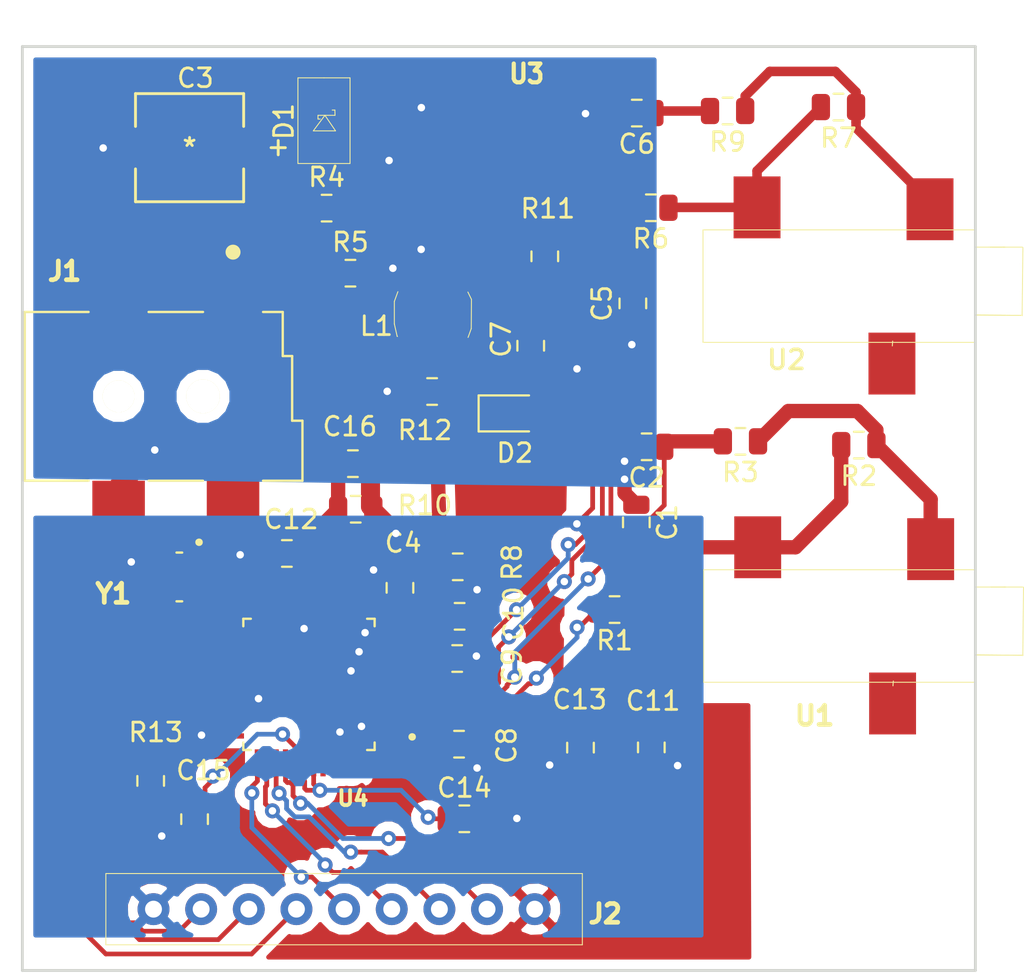
<source format=kicad_pcb>
(kicad_pcb (version 20171130) (host pcbnew "(5.0.1-3-g963ef8bb5)")

  (general
    (thickness 1.6)
    (drawings 4)
    (tracks 396)
    (zones 0)
    (modules 39)
    (nets 31)
  )

  (page A4)
  (layers
    (0 F.Cu signal)
    (31 B.Cu signal)
    (32 B.Adhes user)
    (33 F.Adhes user)
    (34 B.Paste user)
    (35 F.Paste user)
    (36 B.SilkS user)
    (37 F.SilkS user)
    (38 B.Mask user)
    (39 F.Mask user)
    (40 Dwgs.User user)
    (41 Cmts.User user)
    (42 Eco1.User user)
    (43 Eco2.User user)
    (44 Edge.Cuts user)
    (45 Margin user)
    (46 B.CrtYd user)
    (47 F.CrtYd user)
    (48 B.Fab user)
    (49 F.Fab user hide)
  )

  (setup
    (last_trace_width 0.25)
    (user_trace_width 0.254)
    (user_trace_width 0.508)
    (user_trace_width 0.62)
    (user_trace_width 0.6858)
    (user_trace_width 0.762)
    (user_trace_width 1.016)
    (user_trace_width 6.4516)
    (trace_clearance 0.2)
    (zone_clearance 0.508)
    (zone_45_only no)
    (trace_min 0.2)
    (segment_width 0.2)
    (edge_width 0.15)
    (via_size 0.8)
    (via_drill 0.4)
    (via_min_size 0.4)
    (via_min_drill 0.3)
    (uvia_size 0.3)
    (uvia_drill 0.1)
    (uvias_allowed no)
    (uvia_min_size 0.2)
    (uvia_min_drill 0.1)
    (pcb_text_width 0.3)
    (pcb_text_size 1.5 1.5)
    (mod_edge_width 0.15)
    (mod_text_size 1 1)
    (mod_text_width 0.15)
    (pad_size 1.524 1.524)
    (pad_drill 0.762)
    (pad_to_mask_clearance 0.051)
    (solder_mask_min_width 0.25)
    (aux_axis_origin 0 0)
    (visible_elements FFFFF77F)
    (pcbplotparams
      (layerselection 0x010fc_ffffffff)
      (usegerberextensions false)
      (usegerberattributes false)
      (usegerberadvancedattributes false)
      (creategerberjobfile false)
      (excludeedgelayer true)
      (linewidth 0.100000)
      (plotframeref false)
      (viasonmask false)
      (mode 1)
      (useauxorigin false)
      (hpglpennumber 1)
      (hpglpenspeed 20)
      (hpglpendiameter 15.000000)
      (psnegative false)
      (psa4output false)
      (plotreference true)
      (plotvalue true)
      (plotinvisibletext false)
      (padsonsilk false)
      (subtractmaskfromsilk false)
      (outputformat 1)
      (mirror false)
      (drillshape 1)
      (scaleselection 1)
      (outputdirectory ""))
  )

  (net 0 "")
  (net 1 IAP)
  (net 2 GNDA)
  (net 3 IAN)
  (net 4 VAP)
  (net 5 GNDD)
  (net 6 ICP)
  (net 7 ICN)
  (net 8 +3.3V)
  (net 9 VAN)
  (net 10 MOSI)
  (net 11 MISO)
  (net 12 SCLK)
  (net 13 ~CS)
  (net 14 IRQ1)
  (net 15 IRQ0)
  (net 16 WARN)
  (net 17 IA+)
  (net 18 IA-)
  (net 19 IC+)
  (net 20 IC-)
  (net 21 VIN)
  (net 22 /VIN_REC)
  (net 23 /SW)
  (net 24 /PG)
  (net 25 /LED)
  (net 26 /VREF)
  (net 27 /VDD18)
  (net 28 /~RESET)
  (net 29 /OSCI)
  (net 30 /OSCO)

  (net_class Default "This is the default net class."
    (clearance 0.2)
    (trace_width 0.25)
    (via_dia 0.8)
    (via_drill 0.4)
    (uvia_dia 0.3)
    (uvia_drill 0.1)
    (add_net +3.3V)
    (add_net /LED)
    (add_net /OSCI)
    (add_net /OSCO)
    (add_net /PG)
    (add_net /SW)
    (add_net /VDD18)
    (add_net /VIN_REC)
    (add_net /VREF)
    (add_net /~RESET)
    (add_net GNDA)
    (add_net GNDD)
    (add_net IA+)
    (add_net IA-)
    (add_net IAN)
    (add_net IAP)
    (add_net IC+)
    (add_net IC-)
    (add_net ICN)
    (add_net ICP)
    (add_net IRQ0)
    (add_net IRQ1)
    (add_net MISO)
    (add_net MOSI)
    (add_net SCLK)
    (add_net VAN)
    (add_net VAP)
    (add_net VIN)
    (add_net WARN)
    (add_net ~CS)
  )

  (module HappyDayEnergy:9Pin-bb (layer F.Cu) (tedit 5CE2C9FE) (tstamp 5D41D9C4)
    (at 128.91 98.33 180)
    (path /5CF96484)
    (fp_text reference J2 (at -3.76 -0.25 180) (layer F.SilkS)
      (effects (font (size 1 1) (thickness 0.25)))
    )
    (fp_text value Conn_01x09 (at 2.54 -3.8 180) (layer F.Fab)
      (effects (font (size 1 1) (thickness 0.15)))
    )
    (fp_line (start -2.54 -1.9) (end 22.86 -1.9) (layer F.SilkS) (width 0.05))
    (fp_line (start 22.86 -1.9) (end 22.86 1.9) (layer F.SilkS) (width 0.05))
    (fp_line (start 22.86 1.9) (end -2.54 1.9) (layer F.SilkS) (width 0.05))
    (fp_line (start -2.54 1.9) (end -2.54 -1.9) (layer F.SilkS) (width 0.05))
    (pad 1 thru_hole circle (at 0 0 180) (size 1.7 1.7) (drill 0.9) (layers *.Cu *.Mask)
      (net 8 +3.3V))
    (pad 2 thru_hole circle (at 2.54 0 180) (size 1.7 1.7) (drill 0.9) (layers *.Cu *.Mask)
      (net 10 MOSI))
    (pad 3 thru_hole circle (at 5.08 0 180) (size 1.7 1.7) (drill 0.9) (layers *.Cu *.Mask)
      (net 11 MISO))
    (pad 4 thru_hole circle (at 7.62 0 180) (size 1.7 1.7) (drill 0.9) (layers *.Cu *.Mask)
      (net 12 SCLK))
    (pad 5 thru_hole circle (at 10.16 0 180) (size 1.7 1.7) (drill 0.9) (layers *.Cu *.Mask)
      (net 13 ~CS))
    (pad 6 thru_hole circle (at 12.7 0 180) (size 1.7 1.7) (drill 0.9) (layers *.Cu *.Mask)
      (net 16 WARN))
    (pad 7 thru_hole circle (at 15.24 0 180) (size 1.7 1.7) (drill 0.9) (layers *.Cu *.Mask)
      (net 15 IRQ0))
    (pad 8 thru_hole circle (at 17.78 0 180) (size 1.7 1.7) (drill 0.9) (layers *.Cu *.Mask)
      (net 14 IRQ1))
    (pad 9 thru_hole circle (at 20.32 0 180) (size 1.7 1.7) (drill 0.9) (layers *.Cu *.Mask)
      (net 5 GNDD))
  )

  (module HappyDayEnergy:TPS62162DSGR (layer F.Cu) (tedit 5CE2CA34) (tstamp 5CE15C4C)
    (at 126.658 54.72199 270)
    (path /5CDFDAE8)
    (attr smd)
    (fp_text reference U3 (at -0.94199 -1.822) (layer F.SilkS)
      (effects (font (size 1 0.9) (thickness 0.225)))
    )
    (fp_text value TPS62162DSGR (at 1.02 -1.56 270) (layer F.SilkS) hide
      (effects (font (size 1 0.9) (thickness 0.05)))
    )
    (fp_line (start -0.254 -0.762) (end -0.254 4.572) (layer Eco2.User) (width 0.127))
    (fp_line (start -0.254 4.572) (end 7.874 4.572) (layer Eco2.User) (width 0.127))
    (fp_line (start 7.874 4.572) (end 7.874 -0.762) (layer Eco2.User) (width 0.127))
    (fp_line (start 7.874 -0.762) (end -0.254 -0.762) (layer Eco2.User) (width 0.127))
    (fp_circle (center 1.016 0) (end 1.27 0) (layer Eco2.User) (width 0.127))
    (pad 1 smd rect (at 0 0 270) (size 0.8 0.5) (layers F.Cu F.Paste F.Mask)
      (net 5 GNDD))
    (pad 2 smd rect (at 0 1.27 270) (size 0.8 0.5) (layers F.Cu F.Paste F.Mask)
      (net 22 /VIN_REC))
    (pad 3 smd rect (at 0 2.54 270) (size 0.8 0.5) (layers F.Cu F.Paste F.Mask)
      (net 22 /VIN_REC))
    (pad 4 smd rect (at 0 3.81 270) (size 0.8 0.5) (layers F.Cu F.Paste F.Mask)
      (net 2 GNDA))
    (pad 5 smd rect (at 7.62 3.81 270) (size 0.8 0.5) (layers F.Cu F.Paste F.Mask)
      (net 2 GNDA))
    (pad 6 smd rect (at 7.62 2.54 270) (size 0.8 0.5) (layers F.Cu F.Paste F.Mask)
      (net 8 +3.3V))
    (pad 7 smd rect (at 7.62 1.27 270) (size 0.8 0.5) (layers F.Cu F.Paste F.Mask)
      (net 23 /SW))
    (pad 8 smd rect (at 7.62 0 270) (size 0.8 0.5) (layers F.Cu F.Paste F.Mask)
      (net 24 /PG))
    (pad 9 smd rect (at 3.81 1.9 270) (size 4.6 4.6) (layers F.Cu F.Paste F.Mask)
      (net 2 GNDA))
  )

  (module PJ-002AH-SMT-TR:CUI_PJ-002AH-SMT-TR (layer F.Cu) (tedit 5CE2CC5A) (tstamp 5D41DA48)
    (at 112.83 65.28)
    (path /5CDEDA12)
    (attr smd)
    (fp_text reference J1 (at -8.98 -0.97) (layer F.SilkS)
      (effects (font (size 1.00098 1.00098) (thickness 0.250245)))
    )
    (fp_text value PJ-002AH-SMT-TR (at -3.76 8.38) (layer F.SilkS) hide
      (effects (font (size 1.00189 1.00189) (thickness 0.05)))
    )
    (fp_circle (center 0 -1.99) (end 0.2 -1.99) (layer F.SilkS) (width 0.4))
    (fp_line (start -11.1 1.2) (end -11.1 10.2) (layer Eco2.User) (width 0.127))
    (fp_line (start -11.1 10.2) (end 3.7 10.2) (layer Eco2.User) (width 0.127))
    (fp_line (start 3.7 10.2) (end 3.7 1.2) (layer Eco2.User) (width 0.127))
    (fp_line (start 3.7 1.2) (end -11.1 1.2) (layer Eco2.User) (width 0.127))
    (fp_line (start -11.1 1.2) (end -11.1 10.2) (layer F.SilkS) (width 0.127))
    (fp_line (start -11.1 10.2) (end -7.7 10.2) (layer F.SilkS) (width 0.127))
    (fp_line (start -4.5 10.2) (end -1.6 10.2) (layer F.SilkS) (width 0.127))
    (fp_line (start 1.6 10.2) (end 3.7 10.2) (layer F.SilkS) (width 0.127))
    (fp_line (start 3.7 10.2) (end 3.7 7) (layer F.SilkS) (width 0.127))
    (fp_line (start 3.7 7) (end 3.15 7) (layer F.SilkS) (width 0.127))
    (fp_line (start 3.15 7) (end 3.15 3.55) (layer F.SilkS) (width 0.127))
    (fp_line (start 3.15 3.55) (end 2.65 3.55) (layer F.SilkS) (width 0.127))
    (fp_line (start 2.65 3.55) (end 2.65 1.2) (layer F.SilkS) (width 0.127))
    (fp_line (start 2.65 1.2) (end 1.6 1.2) (layer F.SilkS) (width 0.127))
    (fp_line (start -1.6 1.2) (end -4.5 1.2) (layer F.SilkS) (width 0.127))
    (fp_line (start -7.7 1.2) (end -11.1 1.2) (layer F.SilkS) (width 0.127))
    (fp_line (start -11.35 0.95) (end -7.75 0.95) (layer Eco1.User) (width 0.05))
    (fp_line (start -7.75 0.95) (end -7.75 -1.45) (layer Eco1.User) (width 0.05))
    (fp_line (start -7.75 -1.45) (end -4.45 -1.45) (layer Eco1.User) (width 0.05))
    (fp_line (start -4.45 -1.45) (end -4.45 0.95) (layer Eco1.User) (width 0.05))
    (fp_line (start -4.45 0.95) (end -1.65 0.95) (layer Eco1.User) (width 0.05))
    (fp_line (start -1.65 0.95) (end -1.65 -1.45) (layer Eco1.User) (width 0.05))
    (fp_line (start -1.65 -1.45) (end 1.65 -1.45) (layer Eco1.User) (width 0.05))
    (fp_line (start 1.65 -1.45) (end 1.65 0.95) (layer Eco1.User) (width 0.05))
    (fp_line (start 1.65 0.95) (end 3.95 0.95) (layer Eco1.User) (width 0.05))
    (fp_line (start 3.95 0.95) (end 3.95 10.45) (layer Eco1.User) (width 0.05))
    (fp_line (start 3.95 10.45) (end 1.65 10.45) (layer Eco1.User) (width 0.05))
    (fp_line (start 1.65 10.45) (end 1.65 12.85) (layer Eco1.User) (width 0.05))
    (fp_line (start 1.65 12.85) (end -1.65 12.85) (layer Eco1.User) (width 0.05))
    (fp_line (start -1.65 12.85) (end -1.65 10.45) (layer Eco1.User) (width 0.05))
    (fp_line (start -1.65 10.45) (end -4.45 10.45) (layer Eco1.User) (width 0.05))
    (fp_line (start -4.45 10.45) (end -4.45 12.85) (layer Eco1.User) (width 0.05))
    (fp_line (start -4.45 12.85) (end -7.75 12.85) (layer Eco1.User) (width 0.05))
    (fp_line (start -7.75 12.85) (end -7.75 10.45) (layer Eco1.User) (width 0.05))
    (fp_line (start -7.75 10.45) (end -11.35 10.45) (layer Eco1.User) (width 0.05))
    (fp_line (start -11.35 10.45) (end -11.35 0.95) (layer Eco1.User) (width 0.05))
    (pad 1A smd rect (at 0 0) (size 2.8 2.4) (layers F.Cu F.Paste F.Mask)
      (net 21 VIN))
    (pad 1B smd rect (at -6.1 0) (size 2.8 2.4) (layers F.Cu F.Paste F.Mask)
      (net 21 VIN))
    (pad 2 smd rect (at -6.1 11.4) (size 2.8 2.4) (layers F.Cu F.Paste F.Mask)
      (net 2 GNDA))
    (pad 3 smd rect (at 0 11.4) (size 2.8 2.4) (layers F.Cu F.Paste F.Mask))
    (pad Hole np_thru_hole circle (at -6.1 5.7) (size 1.7 1.7) (drill 1.7) (layers *.Cu *.Mask F.SilkS))
    (pad Hole np_thru_hole circle (at -1.6 5.7) (size 1.8 1.8) (drill 1.8) (layers *.Cu *.Mask F.SilkS))
  )

  (module Capacitor_SMD:C_0805_2012Metric (layer F.Cu) (tedit 5B36C52B) (tstamp 5D41DDF6)
    (at 134.328 77.70199 270)
    (descr "Capacitor SMD 0805 (2012 Metric), square (rectangular) end terminal, IPC_7351 nominal, (Body size source: https://docs.google.com/spreadsheets/d/1BsfQQcO9C6DZCsRaXUlFlo91Tg2WpOkGARC1WS5S8t0/edit?usp=sharing), generated with kicad-footprint-generator")
    (tags capacitor)
    (path /5CDE0309)
    (attr smd)
    (fp_text reference C1 (at 0 -1.65 270) (layer F.SilkS)
      (effects (font (size 1 1) (thickness 0.15)))
    )
    (fp_text value .33u (at 0 1.65 270) (layer F.Fab)
      (effects (font (size 1 1) (thickness 0.15)))
    )
    (fp_text user %R (at 0 0 270) (layer F.Fab)
      (effects (font (size 0.5 0.5) (thickness 0.08)))
    )
    (fp_line (start 1.68 0.95) (end -1.68 0.95) (layer F.CrtYd) (width 0.05))
    (fp_line (start 1.68 -0.95) (end 1.68 0.95) (layer F.CrtYd) (width 0.05))
    (fp_line (start -1.68 -0.95) (end 1.68 -0.95) (layer F.CrtYd) (width 0.05))
    (fp_line (start -1.68 0.95) (end -1.68 -0.95) (layer F.CrtYd) (width 0.05))
    (fp_line (start -0.258578 0.71) (end 0.258578 0.71) (layer F.SilkS) (width 0.12))
    (fp_line (start -0.258578 -0.71) (end 0.258578 -0.71) (layer F.SilkS) (width 0.12))
    (fp_line (start 1 0.6) (end -1 0.6) (layer F.Fab) (width 0.1))
    (fp_line (start 1 -0.6) (end 1 0.6) (layer F.Fab) (width 0.1))
    (fp_line (start -1 -0.6) (end 1 -0.6) (layer F.Fab) (width 0.1))
    (fp_line (start -1 0.6) (end -1 -0.6) (layer F.Fab) (width 0.1))
    (pad 2 smd roundrect (at 0.9375 0 270) (size 0.975 1.4) (layers F.Cu F.Paste F.Mask) (roundrect_rratio 0.25)
      (net 1 IAP))
    (pad 1 smd roundrect (at -0.9375 0 270) (size 0.975 1.4) (layers F.Cu F.Paste F.Mask) (roundrect_rratio 0.25)
      (net 2 GNDA))
    (model ${KISYS3DMOD}/Capacitor_SMD.3dshapes/C_0805_2012Metric.wrl
      (at (xyz 0 0 0))
      (scale (xyz 1 1 1))
      (rotate (xyz 0 0 0))
    )
  )

  (module Capacitor_SMD:C_0805_2012Metric (layer F.Cu) (tedit 5B36C52B) (tstamp 5D41DDC6)
    (at 134.8776 73.67019 180)
    (descr "Capacitor SMD 0805 (2012 Metric), square (rectangular) end terminal, IPC_7351 nominal, (Body size source: https://docs.google.com/spreadsheets/d/1BsfQQcO9C6DZCsRaXUlFlo91Tg2WpOkGARC1WS5S8t0/edit?usp=sharing), generated with kicad-footprint-generator")
    (tags capacitor)
    (path /5CDE0383)
    (attr smd)
    (fp_text reference C2 (at 0 -1.65 180) (layer F.SilkS)
      (effects (font (size 1 1) (thickness 0.15)))
    )
    (fp_text value .33u (at 0 1.65 180) (layer F.Fab)
      (effects (font (size 1 1) (thickness 0.15)))
    )
    (fp_line (start -1 0.6) (end -1 -0.6) (layer F.Fab) (width 0.1))
    (fp_line (start -1 -0.6) (end 1 -0.6) (layer F.Fab) (width 0.1))
    (fp_line (start 1 -0.6) (end 1 0.6) (layer F.Fab) (width 0.1))
    (fp_line (start 1 0.6) (end -1 0.6) (layer F.Fab) (width 0.1))
    (fp_line (start -0.258578 -0.71) (end 0.258578 -0.71) (layer F.SilkS) (width 0.12))
    (fp_line (start -0.258578 0.71) (end 0.258578 0.71) (layer F.SilkS) (width 0.12))
    (fp_line (start -1.68 0.95) (end -1.68 -0.95) (layer F.CrtYd) (width 0.05))
    (fp_line (start -1.68 -0.95) (end 1.68 -0.95) (layer F.CrtYd) (width 0.05))
    (fp_line (start 1.68 -0.95) (end 1.68 0.95) (layer F.CrtYd) (width 0.05))
    (fp_line (start 1.68 0.95) (end -1.68 0.95) (layer F.CrtYd) (width 0.05))
    (fp_text user %R (at 0 0 180) (layer F.Fab)
      (effects (font (size 0.5 0.5) (thickness 0.08)))
    )
    (pad 1 smd roundrect (at -0.9375 0 180) (size 0.975 1.4) (layers F.Cu F.Paste F.Mask) (roundrect_rratio 0.25)
      (net 3 IAN))
    (pad 2 smd roundrect (at 0.9375 0 180) (size 0.975 1.4) (layers F.Cu F.Paste F.Mask) (roundrect_rratio 0.25)
      (net 2 GNDA))
    (model ${KISYS3DMOD}/Capacitor_SMD.3dshapes/C_0805_2012Metric.wrl
      (at (xyz 0 0 0))
      (scale (xyz 1 1 1))
      (rotate (xyz 0 0 0))
    )
  )

  (module 200uF_CAP:UCW1V100MCL1GS (layer F.Cu) (tedit 5CE2C9B4) (tstamp 5D41DD6E)
    (at 110.5132 57.71719 180)
    (path /5CDEE39F)
    (fp_text reference C3 (at -0.31 3.71 180) (layer F.SilkS)
      (effects (font (size 1 1) (thickness 0.15)))
    )
    (fp_text value 220uF/25V (at 0.31 -3.92 180) (layer F.SilkS) hide
      (effects (font (size 1 1) (thickness 0.15)))
    )
    (fp_text user "Copyright 2016 Accelerated Designs. All rights reserved." (at 0 0 180) (layer Cmts.User)
      (effects (font (size 0.127 0.127) (thickness 0.002)))
    )
    (fp_text user * (at 0 0 180) (layer F.SilkS)
      (effects (font (size 1 1) (thickness 0.15)))
    )
    (fp_text user * (at 0 0 180) (layer F.Fab)
      (effects (font (size 1 1) (thickness 0.15)))
    )
    (fp_line (start -4.3434 0) (end -5.1054 0) (layer F.Fab) (width 0.1524))
    (fp_line (start -4.7244 -0.381) (end -4.7244 0.381) (layer F.Fab) (width 0.1524))
    (fp_line (start -4.3434 0) (end -5.1054 0) (layer F.SilkS) (width 0.1524))
    (fp_line (start -4.7244 -0.381) (end -4.7244 0.381) (layer F.SilkS) (width 0.1524))
    (fp_line (start -2.7559 -1.37795) (end -1.37795 -2.7559) (layer F.Fab) (width 0.1524))
    (fp_line (start -2.7559 1.37795) (end -1.37795 2.7559) (layer F.Fab) (width 0.1524))
    (fp_line (start -2.8829 2.8829) (end 2.8829 2.8829) (layer F.SilkS) (width 0.1524))
    (fp_line (start 2.8829 2.8829) (end 2.8829 1.13284) (layer F.SilkS) (width 0.1524))
    (fp_line (start 2.8829 -2.8829) (end -2.8829 -2.8829) (layer F.SilkS) (width 0.1524))
    (fp_line (start -2.8829 -2.8829) (end -2.8829 -1.13284) (layer F.SilkS) (width 0.1524))
    (fp_line (start -2.7559 2.7559) (end 2.7559 2.7559) (layer F.Fab) (width 0.1524))
    (fp_line (start 2.7559 2.7559) (end 2.7559 -2.7559) (layer F.Fab) (width 0.1524))
    (fp_line (start 2.7559 -2.7559) (end -2.7559 -2.7559) (layer F.Fab) (width 0.1524))
    (fp_line (start -2.7559 -2.7559) (end -2.7559 2.7559) (layer F.Fab) (width 0.1524))
    (fp_line (start -2.8829 1.13284) (end -2.8829 2.8829) (layer F.SilkS) (width 0.1524))
    (fp_line (start 2.8829 -1.13284) (end 2.8829 -2.8829) (layer F.SilkS) (width 0.1524))
    (fp_line (start -3.8608 1.0541) (end -3.8608 -1.0541) (layer F.CrtYd) (width 0.1524))
    (fp_line (start -3.8608 -1.0541) (end -3.0099 -1.0541) (layer F.CrtYd) (width 0.1524))
    (fp_line (start -3.0099 -1.0541) (end -3.0099 -3.0099) (layer F.CrtYd) (width 0.1524))
    (fp_line (start -3.0099 -3.0099) (end 3.0099 -3.0099) (layer F.CrtYd) (width 0.1524))
    (fp_line (start 3.0099 -3.0099) (end 3.0099 -1.0541) (layer F.CrtYd) (width 0.1524))
    (fp_line (start 3.0099 -1.0541) (end 3.8608 -1.0541) (layer F.CrtYd) (width 0.1524))
    (fp_line (start 3.8608 -1.0541) (end 3.8608 1.0541) (layer F.CrtYd) (width 0.1524))
    (fp_line (start 3.8608 1.0541) (end 3.0099 1.0541) (layer F.CrtYd) (width 0.1524))
    (fp_line (start 3.0099 1.0541) (end 3.0099 3.0099) (layer F.CrtYd) (width 0.1524))
    (fp_line (start 3.0099 3.0099) (end -3.0099 3.0099) (layer F.CrtYd) (width 0.1524))
    (fp_line (start -3.0099 3.0099) (end -3.0099 1.0541) (layer F.CrtYd) (width 0.1524))
    (fp_line (start -3.0099 1.0541) (end -3.8608 1.0541) (layer F.CrtYd) (width 0.1524))
    (pad 1 smd rect (at -2.1463 0 180) (size 2.921 1.6002) (layers F.Cu F.Paste F.Mask)
      (net 22 /VIN_REC))
    (pad 2 smd rect (at 2.1463 0 180) (size 2.921 1.6002) (layers F.Cu F.Paste F.Mask)
      (net 2 GNDA))
  )

  (module Capacitor_SMD:C_0805_2012Metric (layer F.Cu) (tedit 5B36C52B) (tstamp 5D41DD2A)
    (at 121.728 81.19199 270)
    (descr "Capacitor SMD 0805 (2012 Metric), square (rectangular) end terminal, IPC_7351 nominal, (Body size source: https://docs.google.com/spreadsheets/d/1BsfQQcO9C6DZCsRaXUlFlo91Tg2WpOkGARC1WS5S8t0/edit?usp=sharing), generated with kicad-footprint-generator")
    (tags capacitor)
    (path /5CE46126)
    (attr smd)
    (fp_text reference C4 (at -2.39199 -0.172) (layer F.SilkS)
      (effects (font (size 1 1) (thickness 0.15)))
    )
    (fp_text value .033uF (at 0 1.65 270) (layer F.Fab)
      (effects (font (size 1 1) (thickness 0.15)))
    )
    (fp_text user %R (at 0 0 270) (layer F.Fab)
      (effects (font (size 0.5 0.5) (thickness 0.08)))
    )
    (fp_line (start 1.68 0.95) (end -1.68 0.95) (layer F.CrtYd) (width 0.05))
    (fp_line (start 1.68 -0.95) (end 1.68 0.95) (layer F.CrtYd) (width 0.05))
    (fp_line (start -1.68 -0.95) (end 1.68 -0.95) (layer F.CrtYd) (width 0.05))
    (fp_line (start -1.68 0.95) (end -1.68 -0.95) (layer F.CrtYd) (width 0.05))
    (fp_line (start -0.258578 0.71) (end 0.258578 0.71) (layer F.SilkS) (width 0.12))
    (fp_line (start -0.258578 -0.71) (end 0.258578 -0.71) (layer F.SilkS) (width 0.12))
    (fp_line (start 1 0.6) (end -1 0.6) (layer F.Fab) (width 0.1))
    (fp_line (start 1 -0.6) (end 1 0.6) (layer F.Fab) (width 0.1))
    (fp_line (start -1 -0.6) (end 1 -0.6) (layer F.Fab) (width 0.1))
    (fp_line (start -1 0.6) (end -1 -0.6) (layer F.Fab) (width 0.1))
    (pad 2 smd roundrect (at 0.9375 0 270) (size 0.975 1.4) (layers F.Cu F.Paste F.Mask) (roundrect_rratio 0.25)
      (net 4 VAP))
    (pad 1 smd roundrect (at -0.9375 0 270) (size 0.975 1.4) (layers F.Cu F.Paste F.Mask) (roundrect_rratio 0.25)
      (net 5 GNDD))
    (model ${KISYS3DMOD}/Capacitor_SMD.3dshapes/C_0805_2012Metric.wrl
      (at (xyz 0 0 0))
      (scale (xyz 1 1 1))
      (rotate (xyz 0 0 0))
    )
  )

  (module Capacitor_SMD:C_0805_2012Metric (layer F.Cu) (tedit 5B36C52B) (tstamp 5D41DCFA)
    (at 134.1428 66.02239 90)
    (descr "Capacitor SMD 0805 (2012 Metric), square (rectangular) end terminal, IPC_7351 nominal, (Body size source: https://docs.google.com/spreadsheets/d/1BsfQQcO9C6DZCsRaXUlFlo91Tg2WpOkGARC1WS5S8t0/edit?usp=sharing), generated with kicad-footprint-generator")
    (tags capacitor)
    (path /5CDE482B)
    (attr smd)
    (fp_text reference C5 (at 0 -1.65 90) (layer F.SilkS)
      (effects (font (size 1 1) (thickness 0.15)))
    )
    (fp_text value .33u (at 0 1.65 90) (layer F.Fab)
      (effects (font (size 1 1) (thickness 0.15)))
    )
    (fp_text user %R (at 0 0 90) (layer F.Fab)
      (effects (font (size 0.5 0.5) (thickness 0.08)))
    )
    (fp_line (start 1.68 0.95) (end -1.68 0.95) (layer F.CrtYd) (width 0.05))
    (fp_line (start 1.68 -0.95) (end 1.68 0.95) (layer F.CrtYd) (width 0.05))
    (fp_line (start -1.68 -0.95) (end 1.68 -0.95) (layer F.CrtYd) (width 0.05))
    (fp_line (start -1.68 0.95) (end -1.68 -0.95) (layer F.CrtYd) (width 0.05))
    (fp_line (start -0.258578 0.71) (end 0.258578 0.71) (layer F.SilkS) (width 0.12))
    (fp_line (start -0.258578 -0.71) (end 0.258578 -0.71) (layer F.SilkS) (width 0.12))
    (fp_line (start 1 0.6) (end -1 0.6) (layer F.Fab) (width 0.1))
    (fp_line (start 1 -0.6) (end 1 0.6) (layer F.Fab) (width 0.1))
    (fp_line (start -1 -0.6) (end 1 -0.6) (layer F.Fab) (width 0.1))
    (fp_line (start -1 0.6) (end -1 -0.6) (layer F.Fab) (width 0.1))
    (pad 2 smd roundrect (at 0.9375 0 90) (size 0.975 1.4) (layers F.Cu F.Paste F.Mask) (roundrect_rratio 0.25)
      (net 6 ICP))
    (pad 1 smd roundrect (at -0.9375 0 90) (size 0.975 1.4) (layers F.Cu F.Paste F.Mask) (roundrect_rratio 0.25)
      (net 2 GNDA))
    (model ${KISYS3DMOD}/Capacitor_SMD.3dshapes/C_0805_2012Metric.wrl
      (at (xyz 0 0 0))
      (scale (xyz 1 1 1))
      (rotate (xyz 0 0 0))
    )
  )

  (module Capacitor_SMD:C_0805_2012Metric (layer F.Cu) (tedit 5B36C52B) (tstamp 5D41DCCA)
    (at 134.3528 55.87239 180)
    (descr "Capacitor SMD 0805 (2012 Metric), square (rectangular) end terminal, IPC_7351 nominal, (Body size source: https://docs.google.com/spreadsheets/d/1BsfQQcO9C6DZCsRaXUlFlo91Tg2WpOkGARC1WS5S8t0/edit?usp=sharing), generated with kicad-footprint-generator")
    (tags capacitor)
    (path /5CDE4832)
    (attr smd)
    (fp_text reference C6 (at 0 -1.65 180) (layer F.SilkS)
      (effects (font (size 1 1) (thickness 0.15)))
    )
    (fp_text value .33u (at 0 1.65 180) (layer F.Fab)
      (effects (font (size 1 1) (thickness 0.15)))
    )
    (fp_line (start -1 0.6) (end -1 -0.6) (layer F.Fab) (width 0.1))
    (fp_line (start -1 -0.6) (end 1 -0.6) (layer F.Fab) (width 0.1))
    (fp_line (start 1 -0.6) (end 1 0.6) (layer F.Fab) (width 0.1))
    (fp_line (start 1 0.6) (end -1 0.6) (layer F.Fab) (width 0.1))
    (fp_line (start -0.258578 -0.71) (end 0.258578 -0.71) (layer F.SilkS) (width 0.12))
    (fp_line (start -0.258578 0.71) (end 0.258578 0.71) (layer F.SilkS) (width 0.12))
    (fp_line (start -1.68 0.95) (end -1.68 -0.95) (layer F.CrtYd) (width 0.05))
    (fp_line (start -1.68 -0.95) (end 1.68 -0.95) (layer F.CrtYd) (width 0.05))
    (fp_line (start 1.68 -0.95) (end 1.68 0.95) (layer F.CrtYd) (width 0.05))
    (fp_line (start 1.68 0.95) (end -1.68 0.95) (layer F.CrtYd) (width 0.05))
    (fp_text user %R (at 0 0 180) (layer F.Fab)
      (effects (font (size 0.5 0.5) (thickness 0.08)))
    )
    (pad 1 smd roundrect (at -0.9375 0 180) (size 0.975 1.4) (layers F.Cu F.Paste F.Mask) (roundrect_rratio 0.25)
      (net 7 ICN))
    (pad 2 smd roundrect (at 0.9375 0 180) (size 0.975 1.4) (layers F.Cu F.Paste F.Mask) (roundrect_rratio 0.25)
      (net 2 GNDA))
    (model ${KISYS3DMOD}/Capacitor_SMD.3dshapes/C_0805_2012Metric.wrl
      (at (xyz 0 0 0))
      (scale (xyz 1 1 1))
      (rotate (xyz 0 0 0))
    )
  )

  (module Capacitor_SMD:C_0805_2012Metric (layer F.Cu) (tedit 5CE06E9B) (tstamp 5D41EB50)
    (at 128.698 68.28199 270)
    (descr "Capacitor SMD 0805 (2012 Metric), square (rectangular) end terminal, IPC_7351 nominal, (Body size source: https://docs.google.com/spreadsheets/d/1BsfQQcO9C6DZCsRaXUlFlo91Tg2WpOkGARC1WS5S8t0/edit?usp=sharing), generated with kicad-footprint-generator")
    (tags capacitor)
    (path /5CE11F10)
    (attr smd)
    (fp_text reference C7 (at -0.34199 1.578 90) (layer F.SilkS)
      (effects (font (size 1 1) (thickness 0.15)))
    )
    (fp_text value 22uF/25V (at -2.3875 0.19) (layer F.Fab)
      (effects (font (size 1 1) (thickness 0.15)))
    )
    (fp_line (start -1 0.6) (end -1 -0.6) (layer F.Fab) (width 0.1))
    (fp_line (start -1 -0.6) (end 1 -0.6) (layer F.Fab) (width 0.1))
    (fp_line (start 1 -0.6) (end 1 0.6) (layer F.Fab) (width 0.1))
    (fp_line (start 1 0.6) (end -1 0.6) (layer F.Fab) (width 0.1))
    (fp_line (start -0.258578 -0.71) (end 0.258578 -0.71) (layer F.SilkS) (width 0.12))
    (fp_line (start -0.258578 0.71) (end 0.258578 0.71) (layer F.SilkS) (width 0.12))
    (fp_line (start -1.68 0.95) (end -1.68 -0.95) (layer F.CrtYd) (width 0.05))
    (fp_line (start -1.68 -0.95) (end 1.68 -0.95) (layer F.CrtYd) (width 0.05))
    (fp_line (start 1.68 -0.95) (end 1.68 0.95) (layer F.CrtYd) (width 0.05))
    (fp_line (start 1.68 0.95) (end -1.68 0.95) (layer F.CrtYd) (width 0.05))
    (fp_text user %R (at 0 0 270) (layer F.Fab)
      (effects (font (size 0.5 0.5) (thickness 0.08)))
    )
    (pad 1 smd roundrect (at -0.9375 0 270) (size 0.975 1.4) (layers F.Cu F.Paste F.Mask) (roundrect_rratio 0.25)
      (net 8 +3.3V))
    (pad 2 smd roundrect (at 0.9375 0 270) (size 0.975 1.4) (layers F.Cu F.Paste F.Mask) (roundrect_rratio 0.25)
      (net 2 GNDA))
    (model ${KISYS3DMOD}/Capacitor_SMD.3dshapes/C_0805_2012Metric.wrl
      (at (xyz 0 0 0))
      (scale (xyz 1 1 1))
      (rotate (xyz 0 0 0))
    )
  )

  (module Capacitor_SMD:C_0805_2012Metric (layer F.Cu) (tedit 5B36C52B) (tstamp 5D41DC6A)
    (at 124.878 89.53199 180)
    (descr "Capacitor SMD 0805 (2012 Metric), square (rectangular) end terminal, IPC_7351 nominal, (Body size source: https://docs.google.com/spreadsheets/d/1BsfQQcO9C6DZCsRaXUlFlo91Tg2WpOkGARC1WS5S8t0/edit?usp=sharing), generated with kicad-footprint-generator")
    (tags capacitor)
    (path /5CEB134C)
    (attr smd)
    (fp_text reference C8 (at -2.54 -0.07 270) (layer F.SilkS)
      (effects (font (size 1 1) (thickness 0.15)))
    )
    (fp_text value .1u (at 0 1.65 180) (layer F.Fab)
      (effects (font (size 1 1) (thickness 0.15)))
    )
    (fp_line (start -1 0.6) (end -1 -0.6) (layer F.Fab) (width 0.1))
    (fp_line (start -1 -0.6) (end 1 -0.6) (layer F.Fab) (width 0.1))
    (fp_line (start 1 -0.6) (end 1 0.6) (layer F.Fab) (width 0.1))
    (fp_line (start 1 0.6) (end -1 0.6) (layer F.Fab) (width 0.1))
    (fp_line (start -0.258578 -0.71) (end 0.258578 -0.71) (layer F.SilkS) (width 0.12))
    (fp_line (start -0.258578 0.71) (end 0.258578 0.71) (layer F.SilkS) (width 0.12))
    (fp_line (start -1.68 0.95) (end -1.68 -0.95) (layer F.CrtYd) (width 0.05))
    (fp_line (start -1.68 -0.95) (end 1.68 -0.95) (layer F.CrtYd) (width 0.05))
    (fp_line (start 1.68 -0.95) (end 1.68 0.95) (layer F.CrtYd) (width 0.05))
    (fp_line (start 1.68 0.95) (end -1.68 0.95) (layer F.CrtYd) (width 0.05))
    (fp_text user %R (at 0 0 180) (layer F.Fab)
      (effects (font (size 0.5 0.5) (thickness 0.08)))
    )
    (pad 1 smd roundrect (at -0.9375 0 180) (size 0.975 1.4) (layers F.Cu F.Paste F.Mask) (roundrect_rratio 0.25)
      (net 5 GNDD))
    (pad 2 smd roundrect (at 0.9375 0 180) (size 0.975 1.4) (layers F.Cu F.Paste F.Mask) (roundrect_rratio 0.25)
      (net 8 +3.3V))
    (model ${KISYS3DMOD}/Capacitor_SMD.3dshapes/C_0805_2012Metric.wrl
      (at (xyz 0 0 0))
      (scale (xyz 1 1 1))
      (rotate (xyz 0 0 0))
    )
  )

  (module Capacitor_SMD:C_0805_2012Metric (layer F.Cu) (tedit 5B36C52B) (tstamp 5D41DC3A)
    (at 124.778 84.96199)
    (descr "Capacitor SMD 0805 (2012 Metric), square (rectangular) end terminal, IPC_7351 nominal, (Body size source: https://docs.google.com/spreadsheets/d/1BsfQQcO9C6DZCsRaXUlFlo91Tg2WpOkGARC1WS5S8t0/edit?usp=sharing), generated with kicad-footprint-generator")
    (tags capacitor)
    (path /5CDDCF23)
    (attr smd)
    (fp_text reference C9 (at 2.922 0.42801 90) (layer F.SilkS)
      (effects (font (size 1 1) (thickness 0.15)))
    )
    (fp_text value 10u (at 0 1.65) (layer F.Fab)
      (effects (font (size 1 1) (thickness 0.15)))
    )
    (fp_text user %R (at 0 0) (layer F.Fab)
      (effects (font (size 0.5 0.5) (thickness 0.08)))
    )
    (fp_line (start 1.68 0.95) (end -1.68 0.95) (layer F.CrtYd) (width 0.05))
    (fp_line (start 1.68 -0.95) (end 1.68 0.95) (layer F.CrtYd) (width 0.05))
    (fp_line (start -1.68 -0.95) (end 1.68 -0.95) (layer F.CrtYd) (width 0.05))
    (fp_line (start -1.68 0.95) (end -1.68 -0.95) (layer F.CrtYd) (width 0.05))
    (fp_line (start -0.258578 0.71) (end 0.258578 0.71) (layer F.SilkS) (width 0.12))
    (fp_line (start -0.258578 -0.71) (end 0.258578 -0.71) (layer F.SilkS) (width 0.12))
    (fp_line (start 1 0.6) (end -1 0.6) (layer F.Fab) (width 0.1))
    (fp_line (start 1 -0.6) (end 1 0.6) (layer F.Fab) (width 0.1))
    (fp_line (start -1 -0.6) (end 1 -0.6) (layer F.Fab) (width 0.1))
    (fp_line (start -1 0.6) (end -1 -0.6) (layer F.Fab) (width 0.1))
    (pad 2 smd roundrect (at 0.9375 0) (size 0.975 1.4) (layers F.Cu F.Paste F.Mask) (roundrect_rratio 0.25)
      (net 5 GNDD))
    (pad 1 smd roundrect (at -0.9375 0) (size 0.975 1.4) (layers F.Cu F.Paste F.Mask) (roundrect_rratio 0.25)
      (net 26 /VREF))
    (model ${KISYS3DMOD}/Capacitor_SMD.3dshapes/C_0805_2012Metric.wrl
      (at (xyz 0 0 0))
      (scale (xyz 1 1 1))
      (rotate (xyz 0 0 0))
    )
  )

  (module Capacitor_SMD:C_0805_2012Metric (layer F.Cu) (tedit 5B36C52B) (tstamp 5D41DC0A)
    (at 124.908 82.71199)
    (descr "Capacitor SMD 0805 (2012 Metric), square (rectangular) end terminal, IPC_7351 nominal, (Body size source: https://docs.google.com/spreadsheets/d/1BsfQQcO9C6DZCsRaXUlFlo91Tg2WpOkGARC1WS5S8t0/edit?usp=sharing), generated with kicad-footprint-generator")
    (tags capacitor)
    (path /5CDDCEFB)
    (attr smd)
    (fp_text reference C10 (at 2.872 -0.14199 90) (layer F.SilkS)
      (effects (font (size 1 1) (thickness 0.15)))
    )
    (fp_text value .1u (at 0 1.65) (layer F.Fab)
      (effects (font (size 1 1) (thickness 0.15)))
    )
    (fp_line (start -1 0.6) (end -1 -0.6) (layer F.Fab) (width 0.1))
    (fp_line (start -1 -0.6) (end 1 -0.6) (layer F.Fab) (width 0.1))
    (fp_line (start 1 -0.6) (end 1 0.6) (layer F.Fab) (width 0.1))
    (fp_line (start 1 0.6) (end -1 0.6) (layer F.Fab) (width 0.1))
    (fp_line (start -0.258578 -0.71) (end 0.258578 -0.71) (layer F.SilkS) (width 0.12))
    (fp_line (start -0.258578 0.71) (end 0.258578 0.71) (layer F.SilkS) (width 0.12))
    (fp_line (start -1.68 0.95) (end -1.68 -0.95) (layer F.CrtYd) (width 0.05))
    (fp_line (start -1.68 -0.95) (end 1.68 -0.95) (layer F.CrtYd) (width 0.05))
    (fp_line (start 1.68 -0.95) (end 1.68 0.95) (layer F.CrtYd) (width 0.05))
    (fp_line (start 1.68 0.95) (end -1.68 0.95) (layer F.CrtYd) (width 0.05))
    (fp_text user %R (at 0 0) (layer F.Fab)
      (effects (font (size 0.5 0.5) (thickness 0.08)))
    )
    (pad 1 smd roundrect (at -0.9375 0) (size 0.975 1.4) (layers F.Cu F.Paste F.Mask) (roundrect_rratio 0.25)
      (net 26 /VREF))
    (pad 2 smd roundrect (at 0.9375 0) (size 0.975 1.4) (layers F.Cu F.Paste F.Mask) (roundrect_rratio 0.25)
      (net 5 GNDD))
    (model ${KISYS3DMOD}/Capacitor_SMD.3dshapes/C_0805_2012Metric.wrl
      (at (xyz 0 0 0))
      (scale (xyz 1 1 1))
      (rotate (xyz 0 0 0))
    )
  )

  (module Capacitor_SMD:C_0805_2012Metric (layer F.Cu) (tedit 5B36C52B) (tstamp 5D41DBDA)
    (at 135.1272 89.70319 90)
    (descr "Capacitor SMD 0805 (2012 Metric), square (rectangular) end terminal, IPC_7351 nominal, (Body size source: https://docs.google.com/spreadsheets/d/1BsfQQcO9C6DZCsRaXUlFlo91Tg2WpOkGARC1WS5S8t0/edit?usp=sharing), generated with kicad-footprint-generator")
    (tags capacitor)
    (path /5CFC10B7)
    (attr smd)
    (fp_text reference C11 (at 2.4812 0.0908 180) (layer F.SilkS)
      (effects (font (size 1 1) (thickness 0.15)))
    )
    (fp_text value 10u (at 0 1.65 90) (layer F.Fab)
      (effects (font (size 1 1) (thickness 0.15)))
    )
    (fp_text user %R (at 0 0 90) (layer F.Fab)
      (effects (font (size 0.5 0.5) (thickness 0.08)))
    )
    (fp_line (start 1.68 0.95) (end -1.68 0.95) (layer F.CrtYd) (width 0.05))
    (fp_line (start 1.68 -0.95) (end 1.68 0.95) (layer F.CrtYd) (width 0.05))
    (fp_line (start -1.68 -0.95) (end 1.68 -0.95) (layer F.CrtYd) (width 0.05))
    (fp_line (start -1.68 0.95) (end -1.68 -0.95) (layer F.CrtYd) (width 0.05))
    (fp_line (start -0.258578 0.71) (end 0.258578 0.71) (layer F.SilkS) (width 0.12))
    (fp_line (start -0.258578 -0.71) (end 0.258578 -0.71) (layer F.SilkS) (width 0.12))
    (fp_line (start 1 0.6) (end -1 0.6) (layer F.Fab) (width 0.1))
    (fp_line (start 1 -0.6) (end 1 0.6) (layer F.Fab) (width 0.1))
    (fp_line (start -1 -0.6) (end 1 -0.6) (layer F.Fab) (width 0.1))
    (fp_line (start -1 0.6) (end -1 -0.6) (layer F.Fab) (width 0.1))
    (pad 2 smd roundrect (at 0.9375 0 90) (size 0.975 1.4) (layers F.Cu F.Paste F.Mask) (roundrect_rratio 0.25)
      (net 8 +3.3V))
    (pad 1 smd roundrect (at -0.9375 0 90) (size 0.975 1.4) (layers F.Cu F.Paste F.Mask) (roundrect_rratio 0.25)
      (net 5 GNDD))
    (model ${KISYS3DMOD}/Capacitor_SMD.3dshapes/C_0805_2012Metric.wrl
      (at (xyz 0 0 0))
      (scale (xyz 1 1 1))
      (rotate (xyz 0 0 0))
    )
  )

  (module Capacitor_SMD:C_0805_2012Metric (layer F.Cu) (tedit 5B36C52B) (tstamp 5D41DBAA)
    (at 115.7 79.36 180)
    (descr "Capacitor SMD 0805 (2012 Metric), square (rectangular) end terminal, IPC_7351 nominal, (Body size source: https://docs.google.com/spreadsheets/d/1BsfQQcO9C6DZCsRaXUlFlo91Tg2WpOkGARC1WS5S8t0/edit?usp=sharing), generated with kicad-footprint-generator")
    (tags capacitor)
    (path /5CE82120)
    (attr smd)
    (fp_text reference C12 (at -0.23 1.82 180) (layer F.SilkS)
      (effects (font (size 1 1) (thickness 0.15)))
    )
    (fp_text value 18n (at 0 1.65 180) (layer F.Fab)
      (effects (font (size 1 1) (thickness 0.15)))
    )
    (fp_line (start -1 0.6) (end -1 -0.6) (layer F.Fab) (width 0.1))
    (fp_line (start -1 -0.6) (end 1 -0.6) (layer F.Fab) (width 0.1))
    (fp_line (start 1 -0.6) (end 1 0.6) (layer F.Fab) (width 0.1))
    (fp_line (start 1 0.6) (end -1 0.6) (layer F.Fab) (width 0.1))
    (fp_line (start -0.258578 -0.71) (end 0.258578 -0.71) (layer F.SilkS) (width 0.12))
    (fp_line (start -0.258578 0.71) (end 0.258578 0.71) (layer F.SilkS) (width 0.12))
    (fp_line (start -1.68 0.95) (end -1.68 -0.95) (layer F.CrtYd) (width 0.05))
    (fp_line (start -1.68 -0.95) (end 1.68 -0.95) (layer F.CrtYd) (width 0.05))
    (fp_line (start 1.68 -0.95) (end 1.68 0.95) (layer F.CrtYd) (width 0.05))
    (fp_line (start 1.68 0.95) (end -1.68 0.95) (layer F.CrtYd) (width 0.05))
    (fp_text user %R (at 0 0 180) (layer F.Fab)
      (effects (font (size 0.5 0.5) (thickness 0.08)))
    )
    (pad 1 smd roundrect (at -0.9375 0 180) (size 0.975 1.4) (layers F.Cu F.Paste F.Mask) (roundrect_rratio 0.25)
      (net 9 VAN))
    (pad 2 smd roundrect (at 0.9375 0 180) (size 0.975 1.4) (layers F.Cu F.Paste F.Mask) (roundrect_rratio 0.25)
      (net 5 GNDD))
    (model ${KISYS3DMOD}/Capacitor_SMD.3dshapes/C_0805_2012Metric.wrl
      (at (xyz 0 0 0))
      (scale (xyz 1 1 1))
      (rotate (xyz 0 0 0))
    )
  )

  (module Capacitor_SMD:C_0805_2012Metric (layer F.Cu) (tedit 5B36C52B) (tstamp 5D41DB7A)
    (at 131.3518 89.71479 90)
    (descr "Capacitor SMD 0805 (2012 Metric), square (rectangular) end terminal, IPC_7351 nominal, (Body size source: https://docs.google.com/spreadsheets/d/1BsfQQcO9C6DZCsRaXUlFlo91Tg2WpOkGARC1WS5S8t0/edit?usp=sharing), generated with kicad-footprint-generator")
    (tags capacitor)
    (path /5CEBC921)
    (attr smd)
    (fp_text reference C13 (at 2.5628 -0.0438 180) (layer F.SilkS)
      (effects (font (size 1 1) (thickness 0.15)))
    )
    (fp_text value .1u (at 0 1.65 90) (layer F.Fab)
      (effects (font (size 1 1) (thickness 0.15)))
    )
    (fp_text user %R (at 0 0 90) (layer F.Fab)
      (effects (font (size 0.5 0.5) (thickness 0.08)))
    )
    (fp_line (start 1.68 0.95) (end -1.68 0.95) (layer F.CrtYd) (width 0.05))
    (fp_line (start 1.68 -0.95) (end 1.68 0.95) (layer F.CrtYd) (width 0.05))
    (fp_line (start -1.68 -0.95) (end 1.68 -0.95) (layer F.CrtYd) (width 0.05))
    (fp_line (start -1.68 0.95) (end -1.68 -0.95) (layer F.CrtYd) (width 0.05))
    (fp_line (start -0.258578 0.71) (end 0.258578 0.71) (layer F.SilkS) (width 0.12))
    (fp_line (start -0.258578 -0.71) (end 0.258578 -0.71) (layer F.SilkS) (width 0.12))
    (fp_line (start 1 0.6) (end -1 0.6) (layer F.Fab) (width 0.1))
    (fp_line (start 1 -0.6) (end 1 0.6) (layer F.Fab) (width 0.1))
    (fp_line (start -1 -0.6) (end 1 -0.6) (layer F.Fab) (width 0.1))
    (fp_line (start -1 0.6) (end -1 -0.6) (layer F.Fab) (width 0.1))
    (pad 2 smd roundrect (at 0.9375 0 90) (size 0.975 1.4) (layers F.Cu F.Paste F.Mask) (roundrect_rratio 0.25)
      (net 8 +3.3V))
    (pad 1 smd roundrect (at -0.9375 0 90) (size 0.975 1.4) (layers F.Cu F.Paste F.Mask) (roundrect_rratio 0.25)
      (net 5 GNDD))
    (model ${KISYS3DMOD}/Capacitor_SMD.3dshapes/C_0805_2012Metric.wrl
      (at (xyz 0 0 0))
      (scale (xyz 1 1 1))
      (rotate (xyz 0 0 0))
    )
  )

  (module Capacitor_SMD:C_0805_2012Metric (layer F.Cu) (tedit 5B36C52B) (tstamp 5D41DB4A)
    (at 125.16 93.51)
    (descr "Capacitor SMD 0805 (2012 Metric), square (rectangular) end terminal, IPC_7351 nominal, (Body size source: https://docs.google.com/spreadsheets/d/1BsfQQcO9C6DZCsRaXUlFlo91Tg2WpOkGARC1WS5S8t0/edit?usp=sharing), generated with kicad-footprint-generator")
    (tags capacitor)
    (path /5CED58D4)
    (attr smd)
    (fp_text reference C14 (at 0 -1.65) (layer F.SilkS)
      (effects (font (size 1 1) (thickness 0.15)))
    )
    (fp_text value 10u (at 0 1.65) (layer F.Fab)
      (effects (font (size 1 1) (thickness 0.15)))
    )
    (fp_line (start -1 0.6) (end -1 -0.6) (layer F.Fab) (width 0.1))
    (fp_line (start -1 -0.6) (end 1 -0.6) (layer F.Fab) (width 0.1))
    (fp_line (start 1 -0.6) (end 1 0.6) (layer F.Fab) (width 0.1))
    (fp_line (start 1 0.6) (end -1 0.6) (layer F.Fab) (width 0.1))
    (fp_line (start -0.258578 -0.71) (end 0.258578 -0.71) (layer F.SilkS) (width 0.12))
    (fp_line (start -0.258578 0.71) (end 0.258578 0.71) (layer F.SilkS) (width 0.12))
    (fp_line (start -1.68 0.95) (end -1.68 -0.95) (layer F.CrtYd) (width 0.05))
    (fp_line (start -1.68 -0.95) (end 1.68 -0.95) (layer F.CrtYd) (width 0.05))
    (fp_line (start 1.68 -0.95) (end 1.68 0.95) (layer F.CrtYd) (width 0.05))
    (fp_line (start 1.68 0.95) (end -1.68 0.95) (layer F.CrtYd) (width 0.05))
    (fp_text user %R (at 0 0) (layer F.Fab)
      (effects (font (size 0.5 0.5) (thickness 0.08)))
    )
    (pad 1 smd roundrect (at -0.9375 0) (size 0.975 1.4) (layers F.Cu F.Paste F.Mask) (roundrect_rratio 0.25)
      (net 27 /VDD18))
    (pad 2 smd roundrect (at 0.9375 0) (size 0.975 1.4) (layers F.Cu F.Paste F.Mask) (roundrect_rratio 0.25)
      (net 5 GNDD))
    (model ${KISYS3DMOD}/Capacitor_SMD.3dshapes/C_0805_2012Metric.wrl
      (at (xyz 0 0 0))
      (scale (xyz 1 1 1))
      (rotate (xyz 0 0 0))
    )
  )

  (module Capacitor_SMD:C_0805_2012Metric (layer F.Cu) (tedit 5B36C52B) (tstamp 5CE28750)
    (at 110.78 93.53 90)
    (descr "Capacitor SMD 0805 (2012 Metric), square (rectangular) end terminal, IPC_7351 nominal, (Body size source: https://docs.google.com/spreadsheets/d/1BsfQQcO9C6DZCsRaXUlFlo91Tg2WpOkGARC1WS5S8t0/edit?usp=sharing), generated with kicad-footprint-generator")
    (tags capacitor)
    (path /5CF76080)
    (attr smd)
    (fp_text reference C15 (at 2.598 0.472 180) (layer F.SilkS)
      (effects (font (size 1 1) (thickness 0.15)))
    )
    (fp_text value .1u (at 0 1.65 90) (layer F.Fab)
      (effects (font (size 1 1) (thickness 0.15)))
    )
    (fp_text user %R (at 0 0 90) (layer F.Fab)
      (effects (font (size 0.5 0.5) (thickness 0.08)))
    )
    (fp_line (start 1.68 0.95) (end -1.68 0.95) (layer F.CrtYd) (width 0.05))
    (fp_line (start 1.68 -0.95) (end 1.68 0.95) (layer F.CrtYd) (width 0.05))
    (fp_line (start -1.68 -0.95) (end 1.68 -0.95) (layer F.CrtYd) (width 0.05))
    (fp_line (start -1.68 0.95) (end -1.68 -0.95) (layer F.CrtYd) (width 0.05))
    (fp_line (start -0.258578 0.71) (end 0.258578 0.71) (layer F.SilkS) (width 0.12))
    (fp_line (start -0.258578 -0.71) (end 0.258578 -0.71) (layer F.SilkS) (width 0.12))
    (fp_line (start 1 0.6) (end -1 0.6) (layer F.Fab) (width 0.1))
    (fp_line (start 1 -0.6) (end 1 0.6) (layer F.Fab) (width 0.1))
    (fp_line (start -1 -0.6) (end 1 -0.6) (layer F.Fab) (width 0.1))
    (fp_line (start -1 0.6) (end -1 -0.6) (layer F.Fab) (width 0.1))
    (pad 2 smd roundrect (at 0.9375 0 90) (size 0.975 1.4) (layers F.Cu F.Paste F.Mask) (roundrect_rratio 0.25)
      (net 28 /~RESET))
    (pad 1 smd roundrect (at -0.9375 0 90) (size 0.975 1.4) (layers F.Cu F.Paste F.Mask) (roundrect_rratio 0.25)
      (net 5 GNDD))
    (model ${KISYS3DMOD}/Capacitor_SMD.3dshapes/C_0805_2012Metric.wrl
      (at (xyz 0 0 0))
      (scale (xyz 1 1 1))
      (rotate (xyz 0 0 0))
    )
  )

  (module Capacitor_SMD:C_0805_2012Metric (layer F.Cu) (tedit 5B36C52B) (tstamp 5D41DAEA)
    (at 119.22 74.57 180)
    (descr "Capacitor SMD 0805 (2012 Metric), square (rectangular) end terminal, IPC_7351 nominal, (Body size source: https://docs.google.com/spreadsheets/d/1BsfQQcO9C6DZCsRaXUlFlo91Tg2WpOkGARC1WS5S8t0/edit?usp=sharing), generated with kicad-footprint-generator")
    (tags capacitor)
    (path /5CE05FDB)
    (attr smd)
    (fp_text reference C16 (at 0.16 1.98 180) (layer F.SilkS)
      (effects (font (size 1 1) (thickness 0.15)))
    )
    (fp_text value .033uF (at 0 1.65 180) (layer F.Fab)
      (effects (font (size 1 1) (thickness 0.15)))
    )
    (fp_line (start -1 0.6) (end -1 -0.6) (layer F.Fab) (width 0.1))
    (fp_line (start -1 -0.6) (end 1 -0.6) (layer F.Fab) (width 0.1))
    (fp_line (start 1 -0.6) (end 1 0.6) (layer F.Fab) (width 0.1))
    (fp_line (start 1 0.6) (end -1 0.6) (layer F.Fab) (width 0.1))
    (fp_line (start -0.258578 -0.71) (end 0.258578 -0.71) (layer F.SilkS) (width 0.12))
    (fp_line (start -0.258578 0.71) (end 0.258578 0.71) (layer F.SilkS) (width 0.12))
    (fp_line (start -1.68 0.95) (end -1.68 -0.95) (layer F.CrtYd) (width 0.05))
    (fp_line (start -1.68 -0.95) (end 1.68 -0.95) (layer F.CrtYd) (width 0.05))
    (fp_line (start 1.68 -0.95) (end 1.68 0.95) (layer F.CrtYd) (width 0.05))
    (fp_line (start 1.68 0.95) (end -1.68 0.95) (layer F.CrtYd) (width 0.05))
    (fp_text user %R (at 0 0 180) (layer F.Fab)
      (effects (font (size 0.5 0.5) (thickness 0.08)))
    )
    (pad 1 smd roundrect (at -0.9375 0 180) (size 0.975 1.4) (layers F.Cu F.Paste F.Mask) (roundrect_rratio 0.25)
      (net 5 GNDD))
    (pad 2 smd roundrect (at 0.9375 0 180) (size 0.975 1.4) (layers F.Cu F.Paste F.Mask) (roundrect_rratio 0.25)
      (net 9 VAN))
    (model ${KISYS3DMOD}/Capacitor_SMD.3dshapes/C_0805_2012Metric.wrl
      (at (xyz 0 0 0))
      (scale (xyz 1 1 1))
      (rotate (xyz 0 0 0))
    )
  )

  (module HappyDayEnergy:FM5819-W (layer F.Cu) (tedit 5CE00A40) (tstamp 5D41DAB6)
    (at 117.678 53.99199 270)
    (path /5CDEE4CD)
    (fp_text reference D1 (at 2.33 2.14 270) (layer F.SilkS)
      (effects (font (size 1 1) (thickness 0.15)))
    )
    (fp_text value D_Schottky (at 9.04 1.01 270) (layer F.Fab)
      (effects (font (size 1 1) (thickness 0.15)))
    )
    (fp_line (start 2.83 -0.62) (end 2.83 0.56) (layer F.SilkS) (width 0.05))
    (fp_line (start 1.72 -0.44) (end 1.72 -0.58) (layer F.SilkS) (width 0.05))
    (fp_line (start 1.72 -0.58) (end 2 -0.59) (layer F.SilkS) (width 0.05))
    (fp_line (start 2 -0.59) (end 2 0.32) (layer F.SilkS) (width 0.05))
    (fp_line (start 2 0.32) (end 2.2 0.32) (layer F.SilkS) (width 0.05))
    (fp_line (start 2.2 0.32) (end 2.2 0.2) (layer F.SilkS) (width 0.05))
    (fp_line (start 2.83 0.57) (end 2 -0.05) (layer F.SilkS) (width 0.05))
    (fp_line (start 2 -0.05) (end 2.82 -0.61) (layer F.SilkS) (width 0.05))
    (fp_line (start 0 0) (end 0 -1.39) (layer F.SilkS) (width 0.05))
    (fp_line (start 0 -1.39) (end 4.57 -1.39) (layer F.SilkS) (width 0.05))
    (fp_line (start 4.57 -1.39) (end 4.57 1.39) (layer F.SilkS) (width 0.05))
    (fp_line (start 4.57 1.39) (end 0 1.39) (layer F.SilkS) (width 0.05))
    (fp_line (start 0 1.39) (end 0 0) (layer F.SilkS) (width 0.05))
    (pad 1 smd rect (at 0.67 0.01 270) (size 1.32 1.6) (layers F.Cu F.Paste F.Mask)
      (net 22 /VIN_REC))
    (pad 2 smd rect (at 3.68 0.01 270) (size 1.32 1.6) (layers F.Cu F.Paste F.Mask)
      (net 21 VIN))
  )

  (module Diode_SMD:D_0805_2012Metric (layer F.Cu) (tedit 5B36C52B) (tstamp 5D41D9F6)
    (at 127.6074 71.89039)
    (descr "Diode SMD 0805 (2012 Metric), square (rectangular) end terminal, IPC_7351 nominal, (Body size source: https://docs.google.com/spreadsheets/d/1BsfQQcO9C6DZCsRaXUlFlo91Tg2WpOkGARC1WS5S8t0/edit?usp=sharing), generated with kicad-footprint-generator")
    (tags diode)
    (path /5CE0C204)
    (attr smd)
    (fp_text reference D2 (at 0.2426 2.10961) (layer F.SilkS)
      (effects (font (size 1 1) (thickness 0.15)))
    )
    (fp_text value IND_LED (at 0 1.65) (layer F.Fab)
      (effects (font (size 1 1) (thickness 0.15)))
    )
    (fp_line (start 1 -0.6) (end -0.7 -0.6) (layer F.Fab) (width 0.1))
    (fp_line (start -0.7 -0.6) (end -1 -0.3) (layer F.Fab) (width 0.1))
    (fp_line (start -1 -0.3) (end -1 0.6) (layer F.Fab) (width 0.1))
    (fp_line (start -1 0.6) (end 1 0.6) (layer F.Fab) (width 0.1))
    (fp_line (start 1 0.6) (end 1 -0.6) (layer F.Fab) (width 0.1))
    (fp_line (start 1 -0.96) (end -1.685 -0.96) (layer F.SilkS) (width 0.12))
    (fp_line (start -1.685 -0.96) (end -1.685 0.96) (layer F.SilkS) (width 0.12))
    (fp_line (start -1.685 0.96) (end 1 0.96) (layer F.SilkS) (width 0.12))
    (fp_line (start -1.68 0.95) (end -1.68 -0.95) (layer F.CrtYd) (width 0.05))
    (fp_line (start -1.68 -0.95) (end 1.68 -0.95) (layer F.CrtYd) (width 0.05))
    (fp_line (start 1.68 -0.95) (end 1.68 0.95) (layer F.CrtYd) (width 0.05))
    (fp_line (start 1.68 0.95) (end -1.68 0.95) (layer F.CrtYd) (width 0.05))
    (fp_text user %R (at 0 0) (layer F.Fab)
      (effects (font (size 0.5 0.5) (thickness 0.08)))
    )
    (pad 1 smd roundrect (at -0.9375 0) (size 0.975 1.4) (layers F.Cu F.Paste F.Mask) (roundrect_rratio 0.25)
      (net 25 /LED))
    (pad 2 smd roundrect (at 0.9375 0) (size 0.975 1.4) (layers F.Cu F.Paste F.Mask) (roundrect_rratio 0.25)
      (net 8 +3.3V))
    (model ${KISYS3DMOD}/Diode_SMD.3dshapes/D_0805_2012Metric.wrl
      (at (xyz 0 0 0))
      (scale (xyz 1 1 1))
      (rotate (xyz 0 0 0))
    )
  )

  (module HappyDayEnergy:PA4332.XXXNLT (layer F.Cu) (tedit 5CE0131A) (tstamp 5D41D99C)
    (at 121.6384 65.99759)
    (path /5CE056A5)
    (fp_text reference L1 (at -1.1684 1.23241) (layer F.SilkS)
      (effects (font (size 1 1) (thickness 0.15)))
    )
    (fp_text value 2.2uH (at 2.06 3.36) (layer F.Fab)
      (effects (font (size 1 1) (thickness 0.15)))
    )
    (fp_line (start 3.71 -0.58) (end 3.9 -0.19) (layer F.SilkS) (width 0.05))
    (fp_line (start 3.9 -0.19) (end 3.89 1.37) (layer F.SilkS) (width 0.05))
    (fp_line (start 3.89 1.37) (end 3.72 1.84) (layer F.SilkS) (width 0.05))
    (fp_line (start -0.02 -0.6) (end -0.21 -0.08) (layer F.SilkS) (width 0.05))
    (fp_line (start -0.21 -0.08) (end -0.21 1.12) (layer F.SilkS) (width 0.05))
    (fp_line (start -0.21 1.12) (end -0.06 1.78) (layer F.SilkS) (width 0.05))
    (fp_line (start -0.06 1.78) (end -0.04 1.79) (layer F.SilkS) (width 0.05))
    (pad 1 smd rect (at 1.85 -0.55) (size 3.7 1.1) (layers F.Cu F.Paste F.Mask)
      (net 23 /SW))
    (pad 2 smd rect (at 1.85 1.9) (size 3.7 1.1) (layers F.Cu F.Paste F.Mask)
      (net 8 +3.3V))
  )

  (module Resistor_SMD:R_0805_2012Metric (layer F.Cu) (tedit 5B36C52B) (tstamp 5D41EEE7)
    (at 133.168 82.35199 180)
    (descr "Resistor SMD 0805 (2012 Metric), square (rectangular) end terminal, IPC_7351 nominal, (Body size source: https://docs.google.com/spreadsheets/d/1BsfQQcO9C6DZCsRaXUlFlo91Tg2WpOkGARC1WS5S8t0/edit?usp=sharing), generated with kicad-footprint-generator")
    (tags resistor)
    (path /5CDDFCFB)
    (attr smd)
    (fp_text reference R1 (at 0 -1.65 180) (layer F.SilkS)
      (effects (font (size 1 1) (thickness 0.15)))
    )
    (fp_text value 1K (at 0 1.65 180) (layer F.Fab)
      (effects (font (size 1 1) (thickness 0.15)))
    )
    (fp_line (start -1 0.6) (end -1 -0.6) (layer F.Fab) (width 0.1))
    (fp_line (start -1 -0.6) (end 1 -0.6) (layer F.Fab) (width 0.1))
    (fp_line (start 1 -0.6) (end 1 0.6) (layer F.Fab) (width 0.1))
    (fp_line (start 1 0.6) (end -1 0.6) (layer F.Fab) (width 0.1))
    (fp_line (start -0.258578 -0.71) (end 0.258578 -0.71) (layer F.SilkS) (width 0.12))
    (fp_line (start -0.258578 0.71) (end 0.258578 0.71) (layer F.SilkS) (width 0.12))
    (fp_line (start -1.68 0.95) (end -1.68 -0.95) (layer F.CrtYd) (width 0.05))
    (fp_line (start -1.68 -0.95) (end 1.68 -0.95) (layer F.CrtYd) (width 0.05))
    (fp_line (start 1.68 -0.95) (end 1.68 0.95) (layer F.CrtYd) (width 0.05))
    (fp_line (start 1.68 0.95) (end -1.68 0.95) (layer F.CrtYd) (width 0.05))
    (fp_text user %R (at 0 0 180) (layer F.Fab)
      (effects (font (size 0.5 0.5) (thickness 0.08)))
    )
    (pad 1 smd roundrect (at -0.9375 0 180) (size 0.975 1.4) (layers F.Cu F.Paste F.Mask) (roundrect_rratio 0.25)
      (net 17 IA+))
    (pad 2 smd roundrect (at 0.9375 0 180) (size 0.975 1.4) (layers F.Cu F.Paste F.Mask) (roundrect_rratio 0.25)
      (net 1 IAP))
    (model ${KISYS3DMOD}/Resistor_SMD.3dshapes/R_0805_2012Metric.wrl
      (at (xyz 0 0 0))
      (scale (xyz 1 1 1))
      (rotate (xyz 0 0 0))
    )
  )

  (module Resistor_SMD:R_0805_2012Metric (layer F.Cu) (tedit 5B36C52B) (tstamp 5D41D910)
    (at 146.1876 73.58019 180)
    (descr "Resistor SMD 0805 (2012 Metric), square (rectangular) end terminal, IPC_7351 nominal, (Body size source: https://docs.google.com/spreadsheets/d/1BsfQQcO9C6DZCsRaXUlFlo91Tg2WpOkGARC1WS5S8t0/edit?usp=sharing), generated with kicad-footprint-generator")
    (tags resistor)
    (path /5CDDE4D0)
    (attr smd)
    (fp_text reference R2 (at 0 -1.65 180) (layer F.SilkS)
      (effects (font (size 1 1) (thickness 0.15)))
    )
    (fp_text value 12 (at 0 1.65 180) (layer F.Fab)
      (effects (font (size 1 1) (thickness 0.15)))
    )
    (fp_text user %R (at -0.88 -2.68 180) (layer F.Fab)
      (effects (font (size 0.5 0.5) (thickness 0.08)))
    )
    (fp_line (start 1.68 0.95) (end -1.68 0.95) (layer F.CrtYd) (width 0.05))
    (fp_line (start 1.68 -0.95) (end 1.68 0.95) (layer F.CrtYd) (width 0.05))
    (fp_line (start -1.68 -0.95) (end 1.68 -0.95) (layer F.CrtYd) (width 0.05))
    (fp_line (start -1.68 0.95) (end -1.68 -0.95) (layer F.CrtYd) (width 0.05))
    (fp_line (start -0.258578 0.71) (end 0.258578 0.71) (layer F.SilkS) (width 0.12))
    (fp_line (start -0.258578 -0.71) (end 0.258578 -0.71) (layer F.SilkS) (width 0.12))
    (fp_line (start 1 0.6) (end -1 0.6) (layer F.Fab) (width 0.1))
    (fp_line (start 1 -0.6) (end 1 0.6) (layer F.Fab) (width 0.1))
    (fp_line (start -1 -0.6) (end 1 -0.6) (layer F.Fab) (width 0.1))
    (fp_line (start -1 0.6) (end -1 -0.6) (layer F.Fab) (width 0.1))
    (pad 2 smd roundrect (at 0.9375 0 180) (size 0.975 1.4) (layers F.Cu F.Paste F.Mask) (roundrect_rratio 0.25)
      (net 17 IA+))
    (pad 1 smd roundrect (at -0.9375 0 180) (size 0.975 1.4) (layers F.Cu F.Paste F.Mask) (roundrect_rratio 0.25)
      (net 18 IA-))
    (model ${KISYS3DMOD}/Resistor_SMD.3dshapes/R_0805_2012Metric.wrl
      (at (xyz 0 0 0))
      (scale (xyz 1 1 1))
      (rotate (xyz 0 0 0))
    )
  )

  (module Resistor_SMD:R_0805_2012Metric (layer F.Cu) (tedit 5B36C52B) (tstamp 5D41D8E0)
    (at 139.8776 73.38019 180)
    (descr "Resistor SMD 0805 (2012 Metric), square (rectangular) end terminal, IPC_7351 nominal, (Body size source: https://docs.google.com/spreadsheets/d/1BsfQQcO9C6DZCsRaXUlFlo91Tg2WpOkGARC1WS5S8t0/edit?usp=sharing), generated with kicad-footprint-generator")
    (tags resistor)
    (path /5CDDFD99)
    (attr smd)
    (fp_text reference R3 (at 0 -1.65 180) (layer F.SilkS)
      (effects (font (size 1 1) (thickness 0.15)))
    )
    (fp_text value 1K (at 0 1.65 180) (layer F.Fab)
      (effects (font (size 1 1) (thickness 0.15)))
    )
    (fp_text user %R (at 0 0 180) (layer F.Fab)
      (effects (font (size 0.5 0.5) (thickness 0.08)))
    )
    (fp_line (start 1.68 0.95) (end -1.68 0.95) (layer F.CrtYd) (width 0.05))
    (fp_line (start 1.68 -0.95) (end 1.68 0.95) (layer F.CrtYd) (width 0.05))
    (fp_line (start -1.68 -0.95) (end 1.68 -0.95) (layer F.CrtYd) (width 0.05))
    (fp_line (start -1.68 0.95) (end -1.68 -0.95) (layer F.CrtYd) (width 0.05))
    (fp_line (start -0.258578 0.71) (end 0.258578 0.71) (layer F.SilkS) (width 0.12))
    (fp_line (start -0.258578 -0.71) (end 0.258578 -0.71) (layer F.SilkS) (width 0.12))
    (fp_line (start 1 0.6) (end -1 0.6) (layer F.Fab) (width 0.1))
    (fp_line (start 1 -0.6) (end 1 0.6) (layer F.Fab) (width 0.1))
    (fp_line (start -1 -0.6) (end 1 -0.6) (layer F.Fab) (width 0.1))
    (fp_line (start -1 0.6) (end -1 -0.6) (layer F.Fab) (width 0.1))
    (pad 2 smd roundrect (at 0.9375 0 180) (size 0.975 1.4) (layers F.Cu F.Paste F.Mask) (roundrect_rratio 0.25)
      (net 3 IAN))
    (pad 1 smd roundrect (at -0.9375 0 180) (size 0.975 1.4) (layers F.Cu F.Paste F.Mask) (roundrect_rratio 0.25)
      (net 18 IA-))
    (model ${KISYS3DMOD}/Resistor_SMD.3dshapes/R_0805_2012Metric.wrl
      (at (xyz 0 0 0))
      (scale (xyz 1 1 1))
      (rotate (xyz 0 0 0))
    )
  )

  (module Resistor_SMD:R_0805_2012Metric (layer F.Cu) (tedit 5B36C52B) (tstamp 5D41D8B0)
    (at 117.818 60.94199)
    (descr "Resistor SMD 0805 (2012 Metric), square (rectangular) end terminal, IPC_7351 nominal, (Body size source: https://docs.google.com/spreadsheets/d/1BsfQQcO9C6DZCsRaXUlFlo91Tg2WpOkGARC1WS5S8t0/edit?usp=sharing), generated with kicad-footprint-generator")
    (tags resistor)
    (path /5CDEB427)
    (attr smd)
    (fp_text reference R4 (at 0 -1.65) (layer F.SilkS)
      (effects (font (size 1 1) (thickness 0.15)))
    )
    (fp_text value 100K (at 0 1.65) (layer F.Fab)
      (effects (font (size 1 1) (thickness 0.15)))
    )
    (fp_line (start -1 0.6) (end -1 -0.6) (layer F.Fab) (width 0.1))
    (fp_line (start -1 -0.6) (end 1 -0.6) (layer F.Fab) (width 0.1))
    (fp_line (start 1 -0.6) (end 1 0.6) (layer F.Fab) (width 0.1))
    (fp_line (start 1 0.6) (end -1 0.6) (layer F.Fab) (width 0.1))
    (fp_line (start -0.258578 -0.71) (end 0.258578 -0.71) (layer F.SilkS) (width 0.12))
    (fp_line (start -0.258578 0.71) (end 0.258578 0.71) (layer F.SilkS) (width 0.12))
    (fp_line (start -1.68 0.95) (end -1.68 -0.95) (layer F.CrtYd) (width 0.05))
    (fp_line (start -1.68 -0.95) (end 1.68 -0.95) (layer F.CrtYd) (width 0.05))
    (fp_line (start 1.68 -0.95) (end 1.68 0.95) (layer F.CrtYd) (width 0.05))
    (fp_line (start 1.68 0.95) (end -1.68 0.95) (layer F.CrtYd) (width 0.05))
    (fp_text user %R (at 0 0) (layer F.Fab)
      (effects (font (size 0.5 0.5) (thickness 0.08)))
    )
    (pad 1 smd roundrect (at -0.9375 0) (size 0.975 1.4) (layers F.Cu F.Paste F.Mask) (roundrect_rratio 0.25)
      (net 21 VIN))
    (pad 2 smd roundrect (at 0.9375 0) (size 0.975 1.4) (layers F.Cu F.Paste F.Mask) (roundrect_rratio 0.25)
      (net 4 VAP))
    (model ${KISYS3DMOD}/Resistor_SMD.3dshapes/R_0805_2012Metric.wrl
      (at (xyz 0 0 0))
      (scale (xyz 1 1 1))
      (rotate (xyz 0 0 0))
    )
  )

  (module Resistor_SMD:R_0805_2012Metric (layer F.Cu) (tedit 5B36C52B) (tstamp 5D41D880)
    (at 119.088 64.41199)
    (descr "Resistor SMD 0805 (2012 Metric), square (rectangular) end terminal, IPC_7351 nominal, (Body size source: https://docs.google.com/spreadsheets/d/1BsfQQcO9C6DZCsRaXUlFlo91Tg2WpOkGARC1WS5S8t0/edit?usp=sharing), generated with kicad-footprint-generator")
    (tags resistor)
    (path /5CDEB492)
    (attr smd)
    (fp_text reference R5 (at 0 -1.65) (layer F.SilkS)
      (effects (font (size 1 1) (thickness 0.15)))
    )
    (fp_text value 4.7K (at 0 1.65) (layer F.Fab)
      (effects (font (size 1 1) (thickness 0.15)))
    )
    (fp_text user %R (at 0 0) (layer F.Fab)
      (effects (font (size 0.5 0.5) (thickness 0.08)))
    )
    (fp_line (start 1.68 0.95) (end -1.68 0.95) (layer F.CrtYd) (width 0.05))
    (fp_line (start 1.68 -0.95) (end 1.68 0.95) (layer F.CrtYd) (width 0.05))
    (fp_line (start -1.68 -0.95) (end 1.68 -0.95) (layer F.CrtYd) (width 0.05))
    (fp_line (start -1.68 0.95) (end -1.68 -0.95) (layer F.CrtYd) (width 0.05))
    (fp_line (start -0.258578 0.71) (end 0.258578 0.71) (layer F.SilkS) (width 0.12))
    (fp_line (start -0.258578 -0.71) (end 0.258578 -0.71) (layer F.SilkS) (width 0.12))
    (fp_line (start 1 0.6) (end -1 0.6) (layer F.Fab) (width 0.1))
    (fp_line (start 1 -0.6) (end 1 0.6) (layer F.Fab) (width 0.1))
    (fp_line (start -1 -0.6) (end 1 -0.6) (layer F.Fab) (width 0.1))
    (fp_line (start -1 0.6) (end -1 -0.6) (layer F.Fab) (width 0.1))
    (pad 2 smd roundrect (at 0.9375 0) (size 0.975 1.4) (layers F.Cu F.Paste F.Mask) (roundrect_rratio 0.25)
      (net 2 GNDA))
    (pad 1 smd roundrect (at -0.9375 0) (size 0.975 1.4) (layers F.Cu F.Paste F.Mask) (roundrect_rratio 0.25)
      (net 4 VAP))
    (model ${KISYS3DMOD}/Resistor_SMD.3dshapes/R_0805_2012Metric.wrl
      (at (xyz 0 0 0))
      (scale (xyz 1 1 1))
      (rotate (xyz 0 0 0))
    )
  )

  (module Resistor_SMD:R_0805_2012Metric (layer F.Cu) (tedit 5B36C52B) (tstamp 5D41D850)
    (at 135.1028 60.92239 180)
    (descr "Resistor SMD 0805 (2012 Metric), square (rectangular) end terminal, IPC_7351 nominal, (Body size source: https://docs.google.com/spreadsheets/d/1BsfQQcO9C6DZCsRaXUlFlo91Tg2WpOkGARC1WS5S8t0/edit?usp=sharing), generated with kicad-footprint-generator")
    (tags resistor)
    (path /5CDE481D)
    (attr smd)
    (fp_text reference R6 (at 0 -1.65 180) (layer F.SilkS)
      (effects (font (size 1 1) (thickness 0.15)))
    )
    (fp_text value 1K (at 0 1.65 180) (layer F.Fab)
      (effects (font (size 1 1) (thickness 0.15)))
    )
    (fp_text user %R (at 0 0 180) (layer F.Fab)
      (effects (font (size 0.5 0.5) (thickness 0.08)))
    )
    (fp_line (start 1.68 0.95) (end -1.68 0.95) (layer F.CrtYd) (width 0.05))
    (fp_line (start 1.68 -0.95) (end 1.68 0.95) (layer F.CrtYd) (width 0.05))
    (fp_line (start -1.68 -0.95) (end 1.68 -0.95) (layer F.CrtYd) (width 0.05))
    (fp_line (start -1.68 0.95) (end -1.68 -0.95) (layer F.CrtYd) (width 0.05))
    (fp_line (start -0.258578 0.71) (end 0.258578 0.71) (layer F.SilkS) (width 0.12))
    (fp_line (start -0.258578 -0.71) (end 0.258578 -0.71) (layer F.SilkS) (width 0.12))
    (fp_line (start 1 0.6) (end -1 0.6) (layer F.Fab) (width 0.1))
    (fp_line (start 1 -0.6) (end 1 0.6) (layer F.Fab) (width 0.1))
    (fp_line (start -1 -0.6) (end 1 -0.6) (layer F.Fab) (width 0.1))
    (fp_line (start -1 0.6) (end -1 -0.6) (layer F.Fab) (width 0.1))
    (pad 2 smd roundrect (at 0.9375 0 180) (size 0.975 1.4) (layers F.Cu F.Paste F.Mask) (roundrect_rratio 0.25)
      (net 6 ICP))
    (pad 1 smd roundrect (at -0.9375 0 180) (size 0.975 1.4) (layers F.Cu F.Paste F.Mask) (roundrect_rratio 0.25)
      (net 19 IC+))
    (model ${KISYS3DMOD}/Resistor_SMD.3dshapes/R_0805_2012Metric.wrl
      (at (xyz 0 0 0))
      (scale (xyz 1 1 1))
      (rotate (xyz 0 0 0))
    )
  )

  (module Resistor_SMD:R_0805_2012Metric (layer F.Cu) (tedit 5B36C52B) (tstamp 5D41F08B)
    (at 145.1028 55.55239 180)
    (descr "Resistor SMD 0805 (2012 Metric), square (rectangular) end terminal, IPC_7351 nominal, (Body size source: https://docs.google.com/spreadsheets/d/1BsfQQcO9C6DZCsRaXUlFlo91Tg2WpOkGARC1WS5S8t0/edit?usp=sharing), generated with kicad-footprint-generator")
    (tags resistor)
    (path /5CDE4814)
    (attr smd)
    (fp_text reference R7 (at 0 -1.65 180) (layer F.SilkS)
      (effects (font (size 1 1) (thickness 0.15)))
    )
    (fp_text value 12 (at 0 1.65 180) (layer F.Fab)
      (effects (font (size 1 1) (thickness 0.15)))
    )
    (fp_line (start -1 0.6) (end -1 -0.6) (layer F.Fab) (width 0.1))
    (fp_line (start -1 -0.6) (end 1 -0.6) (layer F.Fab) (width 0.1))
    (fp_line (start 1 -0.6) (end 1 0.6) (layer F.Fab) (width 0.1))
    (fp_line (start 1 0.6) (end -1 0.6) (layer F.Fab) (width 0.1))
    (fp_line (start -0.258578 -0.71) (end 0.258578 -0.71) (layer F.SilkS) (width 0.12))
    (fp_line (start -0.258578 0.71) (end 0.258578 0.71) (layer F.SilkS) (width 0.12))
    (fp_line (start -1.68 0.95) (end -1.68 -0.95) (layer F.CrtYd) (width 0.05))
    (fp_line (start -1.68 -0.95) (end 1.68 -0.95) (layer F.CrtYd) (width 0.05))
    (fp_line (start 1.68 -0.95) (end 1.68 0.95) (layer F.CrtYd) (width 0.05))
    (fp_line (start 1.68 0.95) (end -1.68 0.95) (layer F.CrtYd) (width 0.05))
    (fp_text user %R (at 0 0 180) (layer F.Fab)
      (effects (font (size 0.5 0.5) (thickness 0.08)))
    )
    (pad 1 smd roundrect (at -0.9375 0 180) (size 0.975 1.4) (layers F.Cu F.Paste F.Mask) (roundrect_rratio 0.25)
      (net 20 IC-))
    (pad 2 smd roundrect (at 0.9375 0 180) (size 0.975 1.4) (layers F.Cu F.Paste F.Mask) (roundrect_rratio 0.25)
      (net 19 IC+))
    (model ${KISYS3DMOD}/Resistor_SMD.3dshapes/R_0805_2012Metric.wrl
      (at (xyz 0 0 0))
      (scale (xyz 1 1 1))
      (rotate (xyz 0 0 0))
    )
  )

  (module Resistor_SMD:R_0805_2012Metric (layer F.Cu) (tedit 5B36C52B) (tstamp 5D41F49B)
    (at 124.808 80.07199 180)
    (descr "Resistor SMD 0805 (2012 Metric), square (rectangular) end terminal, IPC_7351 nominal, (Body size source: https://docs.google.com/spreadsheets/d/1BsfQQcO9C6DZCsRaXUlFlo91Tg2WpOkGARC1WS5S8t0/edit?usp=sharing), generated with kicad-footprint-generator")
    (tags resistor)
    (path /5CE754CD)
    (attr smd)
    (fp_text reference R8 (at -2.892 0.23199 270) (layer F.SilkS)
      (effects (font (size 1 1) (thickness 0.15)))
    )
    (fp_text value 1K (at 0 1.65 180) (layer F.Fab)
      (effects (font (size 1 1) (thickness 0.15)))
    )
    (fp_line (start -1 0.6) (end -1 -0.6) (layer F.Fab) (width 0.1))
    (fp_line (start -1 -0.6) (end 1 -0.6) (layer F.Fab) (width 0.1))
    (fp_line (start 1 -0.6) (end 1 0.6) (layer F.Fab) (width 0.1))
    (fp_line (start 1 0.6) (end -1 0.6) (layer F.Fab) (width 0.1))
    (fp_line (start -0.258578 -0.71) (end 0.258578 -0.71) (layer F.SilkS) (width 0.12))
    (fp_line (start -0.258578 0.71) (end 0.258578 0.71) (layer F.SilkS) (width 0.12))
    (fp_line (start -1.68 0.95) (end -1.68 -0.95) (layer F.CrtYd) (width 0.05))
    (fp_line (start -1.68 -0.95) (end 1.68 -0.95) (layer F.CrtYd) (width 0.05))
    (fp_line (start 1.68 -0.95) (end 1.68 0.95) (layer F.CrtYd) (width 0.05))
    (fp_line (start 1.68 0.95) (end -1.68 0.95) (layer F.CrtYd) (width 0.05))
    (fp_text user %R (at 0 0 180) (layer F.Fab)
      (effects (font (size 0.5 0.5) (thickness 0.08)))
    )
    (pad 1 smd roundrect (at -0.9375 0 180) (size 0.975 1.4) (layers F.Cu F.Paste F.Mask) (roundrect_rratio 0.25)
      (net 5 GNDD))
    (pad 2 smd roundrect (at 0.9375 0 180) (size 0.975 1.4) (layers F.Cu F.Paste F.Mask) (roundrect_rratio 0.25)
      (net 4 VAP))
    (model ${KISYS3DMOD}/Resistor_SMD.3dshapes/R_0805_2012Metric.wrl
      (at (xyz 0 0 0))
      (scale (xyz 1 1 1))
      (rotate (xyz 0 0 0))
    )
  )

  (module Resistor_SMD:R_0805_2012Metric (layer F.Cu) (tedit 5B36C52B) (tstamp 5D41D7C0)
    (at 139.1928 55.76239 180)
    (descr "Resistor SMD 0805 (2012 Metric), square (rectangular) end terminal, IPC_7351 nominal, (Body size source: https://docs.google.com/spreadsheets/d/1BsfQQcO9C6DZCsRaXUlFlo91Tg2WpOkGARC1WS5S8t0/edit?usp=sharing), generated with kicad-footprint-generator")
    (tags resistor)
    (path /5CDE4824)
    (attr smd)
    (fp_text reference R9 (at 0 -1.65 180) (layer F.SilkS)
      (effects (font (size 1 1) (thickness 0.15)))
    )
    (fp_text value 1K (at 0 1.65 180) (layer F.Fab)
      (effects (font (size 1 1) (thickness 0.15)))
    )
    (fp_line (start -1 0.6) (end -1 -0.6) (layer F.Fab) (width 0.1))
    (fp_line (start -1 -0.6) (end 1 -0.6) (layer F.Fab) (width 0.1))
    (fp_line (start 1 -0.6) (end 1 0.6) (layer F.Fab) (width 0.1))
    (fp_line (start 1 0.6) (end -1 0.6) (layer F.Fab) (width 0.1))
    (fp_line (start -0.258578 -0.71) (end 0.258578 -0.71) (layer F.SilkS) (width 0.12))
    (fp_line (start -0.258578 0.71) (end 0.258578 0.71) (layer F.SilkS) (width 0.12))
    (fp_line (start -1.68 0.95) (end -1.68 -0.95) (layer F.CrtYd) (width 0.05))
    (fp_line (start -1.68 -0.95) (end 1.68 -0.95) (layer F.CrtYd) (width 0.05))
    (fp_line (start 1.68 -0.95) (end 1.68 0.95) (layer F.CrtYd) (width 0.05))
    (fp_line (start 1.68 0.95) (end -1.68 0.95) (layer F.CrtYd) (width 0.05))
    (fp_text user %R (at 0 0 180) (layer F.Fab)
      (effects (font (size 0.5 0.5) (thickness 0.08)))
    )
    (pad 1 smd roundrect (at -0.9375 0 180) (size 0.975 1.4) (layers F.Cu F.Paste F.Mask) (roundrect_rratio 0.25)
      (net 20 IC-))
    (pad 2 smd roundrect (at 0.9375 0 180) (size 0.975 1.4) (layers F.Cu F.Paste F.Mask) (roundrect_rratio 0.25)
      (net 7 ICN))
    (model ${KISYS3DMOD}/Resistor_SMD.3dshapes/R_0805_2012Metric.wrl
      (at (xyz 0 0 0))
      (scale (xyz 1 1 1))
      (rotate (xyz 0 0 0))
    )
  )

  (module Resistor_SMD:R_0805_2012Metric (layer F.Cu) (tedit 5B36C52B) (tstamp 5D41D790)
    (at 119.37 77 180)
    (descr "Resistor SMD 0805 (2012 Metric), square (rectangular) end terminal, IPC_7351 nominal, (Body size source: https://docs.google.com/spreadsheets/d/1BsfQQcO9C6DZCsRaXUlFlo91Tg2WpOkGARC1WS5S8t0/edit?usp=sharing), generated with kicad-footprint-generator")
    (tags resistor)
    (path /5CE6F12E)
    (attr smd)
    (fp_text reference R10 (at -3.69 0.21 180) (layer F.SilkS)
      (effects (font (size 1 1) (thickness 0.15)))
    )
    (fp_text value 1K (at 0 1.65 180) (layer F.Fab)
      (effects (font (size 1 1) (thickness 0.15)))
    )
    (fp_text user %R (at 0 0 180) (layer F.Fab)
      (effects (font (size 0.5 0.5) (thickness 0.08)))
    )
    (fp_line (start 1.68 0.95) (end -1.68 0.95) (layer F.CrtYd) (width 0.05))
    (fp_line (start 1.68 -0.95) (end 1.68 0.95) (layer F.CrtYd) (width 0.05))
    (fp_line (start -1.68 -0.95) (end 1.68 -0.95) (layer F.CrtYd) (width 0.05))
    (fp_line (start -1.68 0.95) (end -1.68 -0.95) (layer F.CrtYd) (width 0.05))
    (fp_line (start -0.258578 0.71) (end 0.258578 0.71) (layer F.SilkS) (width 0.12))
    (fp_line (start -0.258578 -0.71) (end 0.258578 -0.71) (layer F.SilkS) (width 0.12))
    (fp_line (start 1 0.6) (end -1 0.6) (layer F.Fab) (width 0.1))
    (fp_line (start 1 -0.6) (end 1 0.6) (layer F.Fab) (width 0.1))
    (fp_line (start -1 -0.6) (end 1 -0.6) (layer F.Fab) (width 0.1))
    (fp_line (start -1 0.6) (end -1 -0.6) (layer F.Fab) (width 0.1))
    (pad 2 smd roundrect (at 0.9375 0 180) (size 0.975 1.4) (layers F.Cu F.Paste F.Mask) (roundrect_rratio 0.25)
      (net 9 VAN))
    (pad 1 smd roundrect (at -0.9375 0 180) (size 0.975 1.4) (layers F.Cu F.Paste F.Mask) (roundrect_rratio 0.25)
      (net 5 GNDD))
    (model ${KISYS3DMOD}/Resistor_SMD.3dshapes/R_0805_2012Metric.wrl
      (at (xyz 0 0 0))
      (scale (xyz 1 1 1))
      (rotate (xyz 0 0 0))
    )
  )

  (module Resistor_SMD:R_0805_2012Metric (layer F.Cu) (tedit 5B36C52B) (tstamp 5D41D760)
    (at 129.448 63.51199 90)
    (descr "Resistor SMD 0805 (2012 Metric), square (rectangular) end terminal, IPC_7351 nominal, (Body size source: https://docs.google.com/spreadsheets/d/1BsfQQcO9C6DZCsRaXUlFlo91Tg2WpOkGARC1WS5S8t0/edit?usp=sharing), generated with kicad-footprint-generator")
    (tags resistor)
    (path /5CE04B48)
    (attr smd)
    (fp_text reference R11 (at 2.54199 0.162 180) (layer F.SilkS)
      (effects (font (size 1 1) (thickness 0.15)))
    )
    (fp_text value 100K (at 0 1.65 90) (layer F.Fab)
      (effects (font (size 1 1) (thickness 0.15)))
    )
    (fp_line (start -1 0.6) (end -1 -0.6) (layer F.Fab) (width 0.1))
    (fp_line (start -1 -0.6) (end 1 -0.6) (layer F.Fab) (width 0.1))
    (fp_line (start 1 -0.6) (end 1 0.6) (layer F.Fab) (width 0.1))
    (fp_line (start 1 0.6) (end -1 0.6) (layer F.Fab) (width 0.1))
    (fp_line (start -0.258578 -0.71) (end 0.258578 -0.71) (layer F.SilkS) (width 0.12))
    (fp_line (start -0.258578 0.71) (end 0.258578 0.71) (layer F.SilkS) (width 0.12))
    (fp_line (start -1.68 0.95) (end -1.68 -0.95) (layer F.CrtYd) (width 0.05))
    (fp_line (start -1.68 -0.95) (end 1.68 -0.95) (layer F.CrtYd) (width 0.05))
    (fp_line (start 1.68 -0.95) (end 1.68 0.95) (layer F.CrtYd) (width 0.05))
    (fp_line (start 1.68 0.95) (end -1.68 0.95) (layer F.CrtYd) (width 0.05))
    (fp_text user %R (at 0 0 90) (layer F.Fab)
      (effects (font (size 0.5 0.5) (thickness 0.08)))
    )
    (pad 1 smd roundrect (at -0.9375 0 90) (size 0.975 1.4) (layers F.Cu F.Paste F.Mask) (roundrect_rratio 0.25)
      (net 8 +3.3V))
    (pad 2 smd roundrect (at 0.9375 0 90) (size 0.975 1.4) (layers F.Cu F.Paste F.Mask) (roundrect_rratio 0.25)
      (net 24 /PG))
    (model ${KISYS3DMOD}/Resistor_SMD.3dshapes/R_0805_2012Metric.wrl
      (at (xyz 0 0 0))
      (scale (xyz 1 1 1))
      (rotate (xyz 0 0 0))
    )
  )

  (module Resistor_SMD:R_0805_2012Metric (layer F.Cu) (tedit 5B36C52B) (tstamp 5D41D730)
    (at 123.4418 70.72199)
    (descr "Resistor SMD 0805 (2012 Metric), square (rectangular) end terminal, IPC_7351 nominal, (Body size source: https://docs.google.com/spreadsheets/d/1BsfQQcO9C6DZCsRaXUlFlo91Tg2WpOkGARC1WS5S8t0/edit?usp=sharing), generated with kicad-footprint-generator")
    (tags resistor)
    (path /5CE0C0CC)
    (attr smd)
    (fp_text reference R12 (at -0.3818 2.06801) (layer F.SilkS)
      (effects (font (size 1 1) (thickness 0.15)))
    )
    (fp_text value 499 (at 0 1.65) (layer F.Fab)
      (effects (font (size 1 1) (thickness 0.15)))
    )
    (fp_text user %R (at 0 0) (layer F.Fab)
      (effects (font (size 0.5 0.5) (thickness 0.08)))
    )
    (fp_line (start 1.68 0.95) (end -1.68 0.95) (layer F.CrtYd) (width 0.05))
    (fp_line (start 1.68 -0.95) (end 1.68 0.95) (layer F.CrtYd) (width 0.05))
    (fp_line (start -1.68 -0.95) (end 1.68 -0.95) (layer F.CrtYd) (width 0.05))
    (fp_line (start -1.68 0.95) (end -1.68 -0.95) (layer F.CrtYd) (width 0.05))
    (fp_line (start -0.258578 0.71) (end 0.258578 0.71) (layer F.SilkS) (width 0.12))
    (fp_line (start -0.258578 -0.71) (end 0.258578 -0.71) (layer F.SilkS) (width 0.12))
    (fp_line (start 1 0.6) (end -1 0.6) (layer F.Fab) (width 0.1))
    (fp_line (start 1 -0.6) (end 1 0.6) (layer F.Fab) (width 0.1))
    (fp_line (start -1 -0.6) (end 1 -0.6) (layer F.Fab) (width 0.1))
    (fp_line (start -1 0.6) (end -1 -0.6) (layer F.Fab) (width 0.1))
    (pad 2 smd roundrect (at 0.9375 0) (size 0.975 1.4) (layers F.Cu F.Paste F.Mask) (roundrect_rratio 0.25)
      (net 25 /LED))
    (pad 1 smd roundrect (at -0.9375 0) (size 0.975 1.4) (layers F.Cu F.Paste F.Mask) (roundrect_rratio 0.25)
      (net 2 GNDA))
    (model ${KISYS3DMOD}/Resistor_SMD.3dshapes/R_0805_2012Metric.wrl
      (at (xyz 0 0 0))
      (scale (xyz 1 1 1))
      (rotate (xyz 0 0 0))
    )
  )

  (module Resistor_SMD:R_0805_2012Metric (layer F.Cu) (tedit 5B36C52B) (tstamp 5CE28720)
    (at 108.44 91.49 270)
    (descr "Resistor SMD 0805 (2012 Metric), square (rectangular) end terminal, IPC_7351 nominal, (Body size source: https://docs.google.com/spreadsheets/d/1BsfQQcO9C6DZCsRaXUlFlo91Tg2WpOkGARC1WS5S8t0/edit?usp=sharing), generated with kicad-footprint-generator")
    (tags resistor)
    (path /5CF82A94)
    (attr smd)
    (fp_text reference R13 (at -2.59 -0.272) (layer F.SilkS)
      (effects (font (size 1 1) (thickness 0.15)))
    )
    (fp_text value 10K (at 0 1.65 270) (layer F.Fab)
      (effects (font (size 1 1) (thickness 0.15)))
    )
    (fp_line (start -1 0.6) (end -1 -0.6) (layer F.Fab) (width 0.1))
    (fp_line (start -1 -0.6) (end 1 -0.6) (layer F.Fab) (width 0.1))
    (fp_line (start 1 -0.6) (end 1 0.6) (layer F.Fab) (width 0.1))
    (fp_line (start 1 0.6) (end -1 0.6) (layer F.Fab) (width 0.1))
    (fp_line (start -0.258578 -0.71) (end 0.258578 -0.71) (layer F.SilkS) (width 0.12))
    (fp_line (start -0.258578 0.71) (end 0.258578 0.71) (layer F.SilkS) (width 0.12))
    (fp_line (start -1.68 0.95) (end -1.68 -0.95) (layer F.CrtYd) (width 0.05))
    (fp_line (start -1.68 -0.95) (end 1.68 -0.95) (layer F.CrtYd) (width 0.05))
    (fp_line (start 1.68 -0.95) (end 1.68 0.95) (layer F.CrtYd) (width 0.05))
    (fp_line (start 1.68 0.95) (end -1.68 0.95) (layer F.CrtYd) (width 0.05))
    (fp_text user %R (at 0 0 270) (layer F.Fab)
      (effects (font (size 0.5 0.5) (thickness 0.08)))
    )
    (pad 1 smd roundrect (at -0.9375 0 270) (size 0.975 1.4) (layers F.Cu F.Paste F.Mask) (roundrect_rratio 0.25)
      (net 8 +3.3V))
    (pad 2 smd roundrect (at 0.9375 0 270) (size 0.975 1.4) (layers F.Cu F.Paste F.Mask) (roundrect_rratio 0.25)
      (net 28 /~RESET))
    (model ${KISYS3DMOD}/Resistor_SMD.3dshapes/R_0805_2012Metric.wrl
      (at (xyz 0 0 0))
      (scale (xyz 1 1 1))
      (rotate (xyz 0 0 0))
    )
  )

  (module HappyDayEnergy:Audio-Jack (layer F.Cu) (tedit 5CE2CC88) (tstamp 5D41D6CA)
    (at 152.4176 86.23019 180)
    (path /5CDE55B4)
    (fp_text reference U1 (at 8.5876 -1.78981 180) (layer F.SilkS)
      (effects (font (size 1.016 1.016) (thickness 0.254)))
    )
    (fp_text value TRS35_3 (at 7.43 2.9 180) (layer F.Fab)
      (effects (font (size 0.5 0.5) (thickness 0.12)))
    )
    (fp_line (start 4.39 0.07) (end 4.41 -0.19) (layer F.SilkS) (width 0.05))
    (fp_line (start -2.55 5.06) (end -2.51 1.43) (layer F.SilkS) (width 0.05))
    (fp_line (start -2.51 1.43) (end -2.52 1.44) (layer F.SilkS) (width 0.05))
    (fp_line (start -1.51 5.08) (end -1.6 5.08) (layer F.SilkS) (width 0.05))
    (fp_line (start -1.58 5.08) (end -2.53 5.08) (layer F.SilkS) (width 0.05))
    (fp_line (start -0.81 5.08) (end -1.55 5.08) (layer F.SilkS) (width 0.05))
    (fp_line (start -1.55 5.08) (end -0.03 5.08) (layer F.SilkS) (width 0.05))
    (fp_line (start 0 1.46) (end -2.5 1.44) (layer F.SilkS) (width 0.05))
    (fp_line (start -2.5 1.44) (end -0.01 1.46) (layer F.SilkS) (width 0.05))
    (fp_line (start 0 0) (end 14.5 0) (layer F.SilkS) (width 0.05))
    (fp_line (start 14.5 0) (end 14.5 6) (layer F.SilkS) (width 0.05))
    (fp_line (start 14.5 6) (end 0 6) (layer F.SilkS) (width 0.05))
    (fp_line (start 0 6) (end 0 0) (layer F.SilkS) (width 0.05))
    (pad 3 smd rect (at 4.43 -1.13 180) (size 2.5 3.3) (layers F.Cu F.Paste F.Mask))
    (pad 1 smd rect (at 2.4 7.1 180) (size 2.5 3.3) (layers F.Cu F.Paste F.Mask)
      (net 18 IA-))
    (pad 2 smd rect (at 11.62 7.2 180) (size 2.5 3.3) (layers F.Cu F.Paste F.Mask)
      (net 17 IA+))
  )

  (module HappyDayEnergy:Audio-Jack (layer F.Cu) (tedit 5CE2CC75) (tstamp 5D41D691)
    (at 152.3828 68.10239 180)
    (path /5CDE7AEB)
    (fp_text reference U2 (at 10.0528 -0.92761 180) (layer F.SilkS)
      (effects (font (size 1.016 1.016) (thickness 0.1905)))
    )
    (fp_text value TRS35_3 (at 7.43 2.9 180) (layer F.Fab)
      (effects (font (size 0.5 0.5) (thickness 0.12)))
    )
    (fp_line (start 0 6) (end 0 0) (layer F.SilkS) (width 0.05))
    (fp_line (start 14.5 6) (end 0 6) (layer F.SilkS) (width 0.05))
    (fp_line (start 14.5 0) (end 14.5 6) (layer F.SilkS) (width 0.05))
    (fp_line (start 0 0) (end 14.5 0) (layer F.SilkS) (width 0.05))
    (fp_line (start -2.5 1.44) (end -0.01 1.46) (layer F.SilkS) (width 0.05))
    (fp_line (start 0 1.46) (end -2.5 1.44) (layer F.SilkS) (width 0.05))
    (fp_line (start -1.55 5.08) (end -0.03 5.08) (layer F.SilkS) (width 0.05))
    (fp_line (start -0.81 5.08) (end -1.55 5.08) (layer F.SilkS) (width 0.05))
    (fp_line (start -1.58 5.08) (end -2.53 5.08) (layer F.SilkS) (width 0.05))
    (fp_line (start -1.51 5.08) (end -1.6 5.08) (layer F.SilkS) (width 0.05))
    (fp_line (start -2.51 1.43) (end -2.52 1.44) (layer F.SilkS) (width 0.05))
    (fp_line (start -2.55 5.06) (end -2.51 1.43) (layer F.SilkS) (width 0.05))
    (fp_line (start 4.39 0.07) (end 4.41 -0.19) (layer F.SilkS) (width 0.05))
    (pad 2 smd rect (at 11.62 7.2 180) (size 2.5 3.3) (layers F.Cu F.Paste F.Mask)
      (net 19 IC+))
    (pad 1 smd rect (at 2.4 7.1 180) (size 2.5 3.3) (layers F.Cu F.Paste F.Mask)
      (net 20 IC-))
    (pad 3 smd rect (at 4.43 -1.13 180) (size 2.5 3.3) (layers F.Cu F.Paste F.Mask))
  )

  (module ATM90E32AS-AU-R:QFP50P900X900X120-48N (layer F.Cu) (tedit 5CE2CAAE) (tstamp 5CE1B4EA)
    (at 116.878 86.34199 180)
    (path /5CDDCE86)
    (attr smd)
    (fp_text reference U4 (at -2.342 -6.07801 180) (layer F.SilkS)
      (effects (font (size 0.801213 0.801213) (thickness 0.200303)))
    )
    (fp_text value ATM90E32 (at -0.760445 5.6954 180) (layer F.SilkS) hide
      (effects (font (size 0.80048 0.80048) (thickness 0.05)))
    )
    (fp_line (start -3.5 3.5) (end -3.5 -3.5) (layer Eco2.User) (width 0.127))
    (fp_line (start -3.5 -3.5) (end 3.5 -3.5) (layer Eco2.User) (width 0.127))
    (fp_line (start 3.5 -3.5) (end 3.5 3.5) (layer Eco2.User) (width 0.127))
    (fp_line (start 3.5 3.5) (end -3.5 3.5) (layer Eco2.User) (width 0.127))
    (fp_line (start -3.5 -3.1) (end -3.5 -3.5) (layer F.SilkS) (width 0.127))
    (fp_line (start -3.5 -3.5) (end -3.1 -3.5) (layer F.SilkS) (width 0.127))
    (fp_line (start 3.1 -3.5) (end 3.5 -3.5) (layer F.SilkS) (width 0.127))
    (fp_line (start 3.5 -3.5) (end 3.5 -3.1) (layer F.SilkS) (width 0.127))
    (fp_line (start -3.5 3.1) (end -3.5 3.5) (layer F.SilkS) (width 0.127))
    (fp_line (start -3.5 3.5) (end -3.1 3.5) (layer F.SilkS) (width 0.127))
    (fp_line (start 3.1 3.5) (end 3.5 3.5) (layer F.SilkS) (width 0.127))
    (fp_line (start 3.5 3.5) (end 3.5 3.1) (layer F.SilkS) (width 0.127))
    (fp_line (start -3.75 -3.75) (end -3.14 -3.75) (layer Eco1.User) (width 0.05))
    (fp_line (start -3.14 -3.75) (end -3.14 -5.16) (layer Eco1.User) (width 0.05))
    (fp_line (start -3.14 -5.16) (end 3.14 -5.16) (layer Eco1.User) (width 0.05))
    (fp_line (start 3.14 -5.16) (end 3.14 -3.75) (layer Eco1.User) (width 0.05))
    (fp_line (start 3.14 -3.75) (end 3.75 -3.75) (layer Eco1.User) (width 0.05))
    (fp_line (start -3.75 3.75) (end -3.75 3.14) (layer Eco1.User) (width 0.05))
    (fp_line (start -3.75 3.14) (end -5.16 3.14) (layer Eco1.User) (width 0.05))
    (fp_line (start -5.16 3.14) (end -5.16 -3.14) (layer Eco1.User) (width 0.05))
    (fp_line (start -5.16 -3.14) (end -3.75 -3.14) (layer Eco1.User) (width 0.05))
    (fp_line (start -3.75 -3.14) (end -3.75 -3.75) (layer Eco1.User) (width 0.05))
    (fp_line (start 3.75 3.75) (end 3.14 3.75) (layer Eco1.User) (width 0.05))
    (fp_line (start 3.14 3.75) (end 3.14 5.16) (layer Eco1.User) (width 0.05))
    (fp_line (start 3.14 5.16) (end -3.14 5.16) (layer Eco1.User) (width 0.05))
    (fp_line (start -3.14 5.16) (end -3.14 3.75) (layer Eco1.User) (width 0.05))
    (fp_line (start -3.14 3.75) (end -3.75 3.75) (layer Eco1.User) (width 0.05))
    (fp_line (start 3.75 -3.75) (end 3.75 -3.14) (layer Eco1.User) (width 0.05))
    (fp_line (start 3.75 -3.14) (end 5.16 -3.14) (layer Eco1.User) (width 0.05))
    (fp_line (start 5.16 -3.14) (end 5.16 3.14) (layer Eco1.User) (width 0.05))
    (fp_line (start 5.16 3.14) (end 3.75 3.14) (layer Eco1.User) (width 0.05))
    (fp_line (start 3.75 3.14) (end 3.75 3.75) (layer Eco1.User) (width 0.05))
    (fp_circle (center -5.5 -2.8) (end -5.4 -2.8) (layer F.SilkS) (width 0.2))
    (fp_circle (center -5.5 -2.8) (end -5.4 -2.8) (layer Eco2.User) (width 0.2))
    (pad 1 smd rect (at -4.185 -2.75 180) (size 1.44 0.28) (layers F.Cu F.Paste F.Mask)
      (net 8 +3.3V))
    (pad 2 smd rect (at -4.185 -2.25 180) (size 1.44 0.28) (layers F.Cu F.Paste F.Mask)
      (net 5 GNDD))
    (pad 3 smd rect (at -4.185 -1.75 180) (size 1.44 0.28) (layers F.Cu F.Paste F.Mask)
      (net 1 IAP))
    (pad 4 smd rect (at -4.185 -1.25 180) (size 1.44 0.28) (layers F.Cu F.Paste F.Mask)
      (net 3 IAN))
    (pad 5 smd rect (at -4.185 -0.75 180) (size 1.44 0.28) (layers F.Cu F.Paste F.Mask))
    (pad 6 smd rect (at -4.185 -0.25 180) (size 1.44 0.28) (layers F.Cu F.Paste F.Mask))
    (pad 7 smd rect (at -4.185 0.25 180) (size 1.44 0.28) (layers F.Cu F.Paste F.Mask)
      (net 6 ICP))
    (pad 8 smd rect (at -4.185 0.75 180) (size 1.44 0.28) (layers F.Cu F.Paste F.Mask)
      (net 7 ICN))
    (pad 9 smd rect (at -4.185 1.25 180) (size 1.44 0.28) (layers F.Cu F.Paste F.Mask)
      (net 5 GNDD))
    (pad 10 smd rect (at -4.185 1.75 180) (size 1.44 0.28) (layers F.Cu F.Paste F.Mask)
      (net 5 GNDD))
    (pad 11 smd rect (at -4.185 2.25 180) (size 1.44 0.28) (layers F.Cu F.Paste F.Mask)
      (net 26 /VREF))
    (pad 12 smd rect (at -4.185 2.75 180) (size 1.44 0.28) (layers F.Cu F.Paste F.Mask)
      (net 5 GNDD))
    (pad 13 smd rect (at -2.75 4.185 270) (size 1.44 0.28) (layers F.Cu F.Paste F.Mask)
      (net 4 VAP))
    (pad 14 smd rect (at -2.25 4.185 270) (size 1.44 0.28) (layers F.Cu F.Paste F.Mask)
      (net 9 VAN))
    (pad 15 smd rect (at -1.75 4.185 270) (size 1.44 0.28) (layers F.Cu F.Paste F.Mask))
    (pad 16 smd rect (at -1.25 4.185 270) (size 1.44 0.28) (layers F.Cu F.Paste F.Mask))
    (pad 17 smd rect (at -0.75 4.185 270) (size 1.44 0.28) (layers F.Cu F.Paste F.Mask))
    (pad 18 smd rect (at -0.25 4.185 270) (size 1.44 0.28) (layers F.Cu F.Paste F.Mask))
    (pad 19 smd rect (at 0.25 4.185 270) (size 1.44 0.28) (layers F.Cu F.Paste F.Mask)
      (net 5 GNDD))
    (pad 20 smd rect (at 0.75 4.185 270) (size 1.44 0.28) (layers F.Cu F.Paste F.Mask)
      (net 29 /OSCI))
    (pad 21 smd rect (at 1.25 4.185 270) (size 1.44 0.28) (layers F.Cu F.Paste F.Mask)
      (net 30 /OSCO))
    (pad 22 smd rect (at 1.75 4.185 270) (size 1.44 0.28) (layers F.Cu F.Paste F.Mask))
    (pad 23 smd rect (at 2.25 4.185 270) (size 1.44 0.28) (layers F.Cu F.Paste F.Mask))
    (pad 24 smd rect (at 2.75 4.185 270) (size 1.44 0.28) (layers F.Cu F.Paste F.Mask))
    (pad 25 smd rect (at 4.185 2.75) (size 1.44 0.28) (layers F.Cu F.Paste F.Mask))
    (pad 26 smd rect (at 4.185 2.25) (size 1.44 0.28) (layers F.Cu F.Paste F.Mask))
    (pad 27 smd rect (at 4.185 1.75) (size 1.44 0.28) (layers F.Cu F.Paste F.Mask))
    (pad 28 smd rect (at 4.185 1.25) (size 1.44 0.28) (layers F.Cu F.Paste F.Mask))
    (pad 29 smd rect (at 4.185 0.75) (size 1.44 0.28) (layers F.Cu F.Paste F.Mask)
      (net 16 WARN))
    (pad 30 smd rect (at 4.185 0.25) (size 1.44 0.28) (layers F.Cu F.Paste F.Mask)
      (net 15 IRQ0))
    (pad 31 smd rect (at 4.185 -0.25) (size 1.44 0.28) (layers F.Cu F.Paste F.Mask)
      (net 14 IRQ1))
    (pad 32 smd rect (at 4.185 -0.75) (size 1.44 0.28) (layers F.Cu F.Paste F.Mask)
      (net 5 GNDD))
    (pad 33 smd rect (at 4.185 -1.25) (size 1.44 0.28) (layers F.Cu F.Paste F.Mask)
      (net 8 +3.3V))
    (pad 34 smd rect (at 4.185 -1.75) (size 1.44 0.28) (layers F.Cu F.Paste F.Mask)
      (net 8 +3.3V))
    (pad 35 smd rect (at 4.185 -2.25) (size 1.44 0.28) (layers F.Cu F.Paste F.Mask))
    (pad 36 smd rect (at 4.185 -2.75) (size 1.44 0.28) (layers F.Cu F.Paste F.Mask)
      (net 5 GNDD))
    (pad 37 smd rect (at 2.75 -4.185 90) (size 1.44 0.28) (layers F.Cu F.Paste F.Mask)
      (net 13 ~CS))
    (pad 38 smd rect (at 2.25 -4.185 90) (size 1.44 0.28) (layers F.Cu F.Paste F.Mask)
      (net 12 SCLK))
    (pad 39 smd rect (at 1.75 -4.185 90) (size 1.44 0.28) (layers F.Cu F.Paste F.Mask)
      (net 11 MISO))
    (pad 40 smd rect (at 1.25 -4.185 90) (size 1.44 0.28) (layers F.Cu F.Paste F.Mask)
      (net 10 MOSI))
    (pad 41 smd rect (at 0.75 -4.185 90) (size 1.44 0.28) (layers F.Cu F.Paste F.Mask)
      (net 28 /~RESET))
    (pad 42 smd rect (at 0.25 -4.185 90) (size 1.44 0.28) (layers F.Cu F.Paste F.Mask)
      (net 27 /VDD18))
    (pad 43 smd rect (at -0.25 -4.185 90) (size 1.44 0.28) (layers F.Cu F.Paste F.Mask)
      (net 27 /VDD18))
    (pad 44 smd rect (at -0.75 -4.185 90) (size 1.44 0.28) (layers F.Cu F.Paste F.Mask)
      (net 5 GNDD))
    (pad 45 smd rect (at -1.25 -4.185 90) (size 1.44 0.28) (layers F.Cu F.Paste F.Mask))
    (pad 46 smd rect (at -1.75 -4.185 90) (size 1.44 0.28) (layers F.Cu F.Paste F.Mask))
    (pad 47 smd rect (at -2.25 -4.185 90) (size 1.44 0.28) (layers F.Cu F.Paste F.Mask)
      (net 5 GNDD))
    (pad 48 smd rect (at -2.75 -4.185 90) (size 1.44 0.28) (layers F.Cu F.Paste F.Mask)
      (net 8 +3.3V))
  )

  (module XTAL_FA-238_25.0000MB-C3:XTAL_FA-238_25.0000MB-C3 (layer F.Cu) (tedit 5CE2CCC8) (tstamp 5D41D526)
    (at 109.968 80.61199 270)
    (path /5CEA71F4)
    (attr smd)
    (fp_text reference Y1 (at 0.89801 3.518) (layer F.SilkS)
      (effects (font (size 1.016 1.016) (thickness 0.254)))
    )
    (fp_text value Crystal_GND2 (at 2.36313 3.36537 270) (layer F.SilkS) hide
      (effects (font (size 1.49897 1.49897) (thickness 0.05)))
    )
    (fp_line (start 1.3 -1.65) (end -1.3 -1.65) (layer Eco2.User) (width 0.127))
    (fp_line (start -1.3 -1.65) (end -1.3 1.65) (layer Eco2.User) (width 0.127))
    (fp_line (start -1.3 1.65) (end 1.3 1.65) (layer Eco2.User) (width 0.127))
    (fp_line (start 1.3 1.65) (end 1.3 -1.65) (layer Eco2.User) (width 0.127))
    (fp_line (start 1.65 -2.05) (end -1.65 -2.05) (layer Eco1.User) (width 0.05))
    (fp_line (start -1.65 -2.05) (end -1.65 2.05) (layer Eco1.User) (width 0.05))
    (fp_line (start -1.65 2.05) (end 1.65 2.05) (layer Eco1.User) (width 0.05))
    (fp_line (start 1.65 2.05) (end 1.65 -2.05) (layer Eco1.User) (width 0.05))
    (fp_circle (center -1.85 -1.05) (end -1.75 -1.05) (layer F.SilkS) (width 0.2))
    (fp_line (start 1.3 0.15) (end 1.3 -0.15) (layer F.SilkS) (width 0.127))
    (fp_line (start -1.3 -0.15) (end -1.3 0.15) (layer F.SilkS) (width 0.127))
    (fp_circle (center -0.834 -1.177) (end -0.734 -1.177) (layer Eco2.User) (width 0.2))
    (pad 1 smd rect (at -0.8 -1.1 270) (size 1.2 1.4) (layers F.Cu F.Paste F.Mask)
      (net 29 /OSCI))
    (pad 2 smd rect (at -0.8 1.1 270) (size 1.2 1.4) (layers F.Cu F.Paste F.Mask)
      (net 5 GNDD))
    (pad 4 smd rect (at 0.8 -1.1 270) (size 1.2 1.4) (layers F.Cu F.Paste F.Mask))
    (pad 3 smd rect (at 0.8 1.1 270) (size 1.2 1.4) (layers F.Cu F.Paste F.Mask)
      (net 30 /OSCO))
  )

  (gr_line (start 101.6 101.6) (end 101.6 52.324) (layer Edge.Cuts) (width 0.15))
  (gr_line (start 152.4 101.6) (end 101.6 101.6) (layer Edge.Cuts) (width 0.15))
  (gr_line (start 152.4 52.324) (end 152.4 101.6) (layer Edge.Cuts) (width 0.15))
  (gr_line (start 101.6 52.324) (end 152.4 52.324) (layer Edge.Cuts) (width 0.15))

  (segment (start 134.328 80.25449) (end 132.786737 81.795753) (width 0.762) (layer F.Cu) (net 1))
  (segment (start 134.328 78.63949) (end 134.328 80.25449) (width 0.762) (layer F.Cu) (net 1))
  (segment (start 132.786737 81.795753) (end 132.2305 82.35199) (width 0.762) (layer F.Cu) (net 1))
  (segment (start 121.063 88.09199) (end 124.681796 88.09199) (width 0.254) (layer F.Cu) (net 1))
  (segment (start 124.993828 88.40402) (end 126.481944 88.40402) (width 0.254) (layer F.Cu) (net 1))
  (segment (start 124.681796 88.09199) (end 124.993828 88.40402) (width 0.254) (layer F.Cu) (net 1))
  (segment (start 131.674263 82.908227) (end 132.2305 82.35199) (width 0.254) (layer F.Cu) (net 1))
  (segment (start 126.481944 88.40402) (end 128.577002 86.308962) (width 0.254) (layer F.Cu) (net 1))
  (via (at 129 86.01) (size 0.8) (drill 0.4) (layers F.Cu B.Cu) (net 1))
  (segment (start 128.701038 86.308962) (end 129 86.01) (width 0.254) (layer F.Cu) (net 1))
  (segment (start 128.577002 86.308962) (end 128.701038 86.308962) (width 0.254) (layer F.Cu) (net 1))
  (via (at 131.17 83.3) (size 0.8) (drill 0.4) (layers F.Cu B.Cu) (net 1))
  (segment (start 131.17 83.84) (end 131.17 83.3) (width 0.254) (layer B.Cu) (net 1))
  (segment (start 129 86.01) (end 131.17 83.84) (width 0.254) (layer B.Cu) (net 1))
  (segment (start 131.28249 83.3) (end 132.2305 82.35199) (width 0.254) (layer F.Cu) (net 1))
  (segment (start 131.17 83.3) (end 131.28249 83.3) (width 0.254) (layer F.Cu) (net 1))
  (via (at 105.908 57.73398) (size 0.8) (drill 0.4) (layers F.Cu B.Cu) (net 2))
  (segment (start 108.35011 57.73398) (end 108.3669 57.71719) (width 1.016) (layer F.Cu) (net 2))
  (segment (start 105.908 57.73398) (end 108.35011 57.73398) (width 1.016) (layer F.Cu) (net 2))
  (via (at 108.658 73.84199) (size 0.8) (drill 0.4) (layers F.Cu B.Cu) (net 2))
  (segment (start 108.598 73.90199) (end 108.658 73.84199) (width 1.016) (layer F.Cu) (net 2))
  (via (at 121.148 58.40199) (size 0.8) (drill 0.4) (layers F.Cu B.Cu) (net 2))
  (segment (start 121.278 58.53199) (end 121.148 58.40199) (width 1.016) (layer F.Cu) (net 2))
  (segment (start 124.758 58.53199) (end 121.278 58.53199) (width 1.016) (layer F.Cu) (net 2))
  (via (at 122.868 55.58199) (size 0.8) (drill 0.4) (layers F.Cu B.Cu) (net 2))
  (segment (start 122.848 55.56199) (end 122.868 55.58199) (width 0.254) (layer F.Cu) (net 2))
  (segment (start 122.848 54.72199) (end 122.848 55.56199) (width 0.254) (layer F.Cu) (net 2))
  (via (at 121.048 70.71199) (size 0.8) (drill 0.4) (layers F.Cu B.Cu) (net 2))
  (segment (start 121.058 70.72199) (end 121.048 70.71199) (width 1.016) (layer F.Cu) (net 2))
  (segment (start 122.5043 70.72199) (end 121.058 70.72199) (width 1.016) (layer F.Cu) (net 2))
  (via (at 134.088 68.22199) (size 0.8) (drill 0.4) (layers F.Cu B.Cu) (net 2))
  (segment (start 134.1428 68.16719) (end 134.088 68.22199) (width 1.016) (layer F.Cu) (net 2))
  (segment (start 134.1428 66.95989) (end 134.1428 68.16719) (width 1.016) (layer F.Cu) (net 2))
  (segment (start 132.8278 55.87239) (end 132.7982 55.90199) (width 0.762) (layer F.Cu) (net 2))
  (segment (start 133.4153 55.87239) (end 132.8278 55.87239) (width 0.762) (layer F.Cu) (net 2))
  (via (at 131.618 55.90199) (size 0.8) (drill 0.4) (layers F.Cu B.Cu) (net 2))
  (segment (start 132.7982 55.90199) (end 131.618 55.90199) (width 0.762) (layer F.Cu) (net 2))
  (via (at 122.858 63.14199) (size 0.8) (drill 0.4) (layers F.Cu B.Cu) (net 2))
  (segment (start 122.848 63.13199) (end 122.858 63.14199) (width 0.254) (layer F.Cu) (net 2))
  (segment (start 122.848 62.34199) (end 122.848 63.13199) (width 0.254) (layer F.Cu) (net 2))
  (segment (start 128.698 69.21949) (end 130.870754 69.21949) (width 1.016) (layer F.Cu) (net 2))
  (via (at 131.16501 69.513746) (size 0.8) (drill 0.4) (layers F.Cu B.Cu) (net 2))
  (segment (start 130.870754 69.21949) (end 131.16501 69.513746) (width 1.016) (layer F.Cu) (net 2))
  (via (at 133.699021 74.440142) (size 0.8) (drill 0.4) (layers F.Cu B.Cu) (net 2))
  (segment (start 134.328 76.76449) (end 133.699021 76.135511) (width 0.762) (layer F.Cu) (net 2))
  (segment (start 133.903288 73.67019) (end 133.699021 73.874457) (width 0.762) (layer F.Cu) (net 2))
  (segment (start 133.9401 73.67019) (end 133.903288 73.67019) (width 0.762) (layer F.Cu) (net 2))
  (segment (start 133.699021 73.874457) (end 133.699021 74.440142) (width 0.762) (layer F.Cu) (net 2))
  (segment (start 133.699021 76.135511) (end 133.699021 75.967839) (width 0.762) (layer F.Cu) (net 2))
  (via (at 133.699021 75.402154) (size 0.8) (drill 0.4) (layers F.Cu B.Cu) (net 2))
  (segment (start 133.699021 75.967839) (end 133.699021 75.402154) (width 0.762) (layer F.Cu) (net 2))
  (segment (start 106.73 75.76999) (end 108.658 73.84199) (width 1.016) (layer F.Cu) (net 2))
  (segment (start 106.73 76.68) (end 106.73 75.76999) (width 1.016) (layer F.Cu) (net 2))
  (segment (start 121.08801 64.41199) (end 121.35 64.15) (width 0.762) (layer F.Cu) (net 2))
  (via (at 121.35 64.15) (size 0.8) (drill 0.4) (layers F.Cu B.Cu) (net 2))
  (segment (start 120.0255 64.41199) (end 121.08801 64.41199) (width 0.762) (layer F.Cu) (net 2))
  (segment (start 136.1051 73.38019) (end 135.8151 73.67019) (width 0.762) (layer F.Cu) (net 3))
  (segment (start 138.9401 73.38019) (end 136.1051 73.38019) (width 0.762) (layer F.Cu) (net 3))
  (segment (start 125.934115 87.950011) (end 125.181884 87.95001) (width 0.254) (layer F.Cu) (net 3))
  (segment (start 122.037 87.59199) (end 121.063 87.59199) (width 0.254) (layer F.Cu) (net 3))
  (segment (start 125.181884 87.95001) (end 124.823864 87.59199) (width 0.254) (layer F.Cu) (net 3))
  (segment (start 124.823864 87.59199) (end 122.037 87.59199) (width 0.254) (layer F.Cu) (net 3))
  (segment (start 127.43803 86.446096) (end 125.934115 87.950011) (width 0.254) (layer F.Cu) (net 3))
  (via (at 127.85 85.96) (size 0.8) (drill 0.4) (layers F.Cu B.Cu) (net 3))
  (segment (start 127.43803 86.446096) (end 127.43803 86.37197) (width 0.254) (layer F.Cu) (net 3))
  (segment (start 127.43803 86.37197) (end 127.85 85.96) (width 0.254) (layer F.Cu) (net 3))
  (segment (start 135.8151 73.67019) (end 135.8151 76.784568) (width 0.254) (layer F.Cu) (net 3))
  (segment (start 132.88401 79.594138) (end 132.159894 80.318254) (width 0.254) (layer F.Cu) (net 3))
  (segment (start 127.85 84.628148) (end 131.359896 81.118252) (width 0.254) (layer B.Cu) (net 3))
  (segment (start 131.359896 81.118252) (end 131.759895 80.718253) (width 0.254) (layer B.Cu) (net 3))
  (via (at 131.759895 80.718253) (size 0.8) (drill 0.4) (layers F.Cu B.Cu) (net 3))
  (segment (start 134.774688 77.82498) (end 133.635332 77.82498) (width 0.254) (layer F.Cu) (net 3))
  (segment (start 135.8151 76.784568) (end 134.774688 77.82498) (width 0.254) (layer F.Cu) (net 3))
  (segment (start 132.159894 80.318254) (end 131.759895 80.718253) (width 0.254) (layer F.Cu) (net 3))
  (segment (start 132.88401 78.576302) (end 132.88401 79.594138) (width 0.254) (layer F.Cu) (net 3))
  (segment (start 133.635332 77.82498) (end 132.88401 78.576302) (width 0.254) (layer F.Cu) (net 3))
  (segment (start 127.85 85.96) (end 127.85 84.628148) (width 0.254) (layer B.Cu) (net 3))
  (segment (start 119.6555 82.12949) (end 119.628 82.15699) (width 0.254) (layer F.Cu) (net 4))
  (segment (start 121.728 82.12949) (end 119.6555 82.12949) (width 0.254) (layer F.Cu) (net 4))
  (segment (start 123.7855 80.07199) (end 123.8705 80.07199) (width 0.254) (layer F.Cu) (net 4))
  (segment (start 121.728 82.12949) (end 123.7855 80.07199) (width 0.254) (layer F.Cu) (net 4))
  (segment (start 118.7555 62.8145) (end 118.7555 60.94199) (width 0.762) (layer F.Cu) (net 4))
  (segment (start 118.1505 63.4195) (end 118.7555 62.8145) (width 0.762) (layer F.Cu) (net 4))
  (segment (start 118.1505 64.41199) (end 118.1505 63.4195) (width 0.762) (layer F.Cu) (net 4))
  (segment (start 123.8705 79.27199) (end 123.8705 80.07199) (width 0.762) (layer F.Cu) (net 4))
  (segment (start 123.75 75.16) (end 123.8705 79.27199) (width 0.762) (layer F.Cu) (net 4))
  (segment (start 120.03 71.74) (end 123.75 75.16) (width 0.762) (layer F.Cu) (net 4))
  (segment (start 118.1505 64.41199) (end 120.03 71.74) (width 0.762) (layer F.Cu) (net 4))
  (via (at 136.528 90.67199) (size 0.8) (drill 0.4) (layers F.Cu B.Cu) (net 5))
  (segment (start 136.4967 90.64069) (end 136.528 90.67199) (width 1.016) (layer F.Cu) (net 5))
  (segment (start 135.1272 90.64069) (end 136.4967 90.64069) (width 1.016) (layer F.Cu) (net 5))
  (via (at 129.708 90.64199) (size 0.8) (drill 0.4) (layers F.Cu B.Cu) (net 5))
  (segment (start 129.7183 90.65229) (end 129.708 90.64199) (width 1.016) (layer F.Cu) (net 5))
  (segment (start 131.3518 90.65229) (end 129.7183 90.65229) (width 1.016) (layer F.Cu) (net 5))
  (via (at 125.838 90.80199) (size 0.8) (drill 0.4) (layers F.Cu B.Cu) (net 5))
  (segment (start 125.8155 90.77949) (end 125.838 90.80199) (width 0.762) (layer F.Cu) (net 5))
  (segment (start 125.8155 89.53199) (end 125.8155 90.77949) (width 0.762) (layer F.Cu) (net 5))
  (via (at 125.838 81.29199) (size 0.8) (drill 0.4) (layers F.Cu B.Cu) (net 5))
  (segment (start 125.8455 81.29949) (end 125.838 81.29199) (width 0.762) (layer F.Cu) (net 5))
  (segment (start 125.8455 82.71199) (end 125.8455 81.29949) (width 0.762) (layer F.Cu) (net 5))
  (segment (start 108.868 79.81199) (end 107.406 79.81199) (width 0.762) (layer F.Cu) (net 5))
  (via (at 107.406 79.81199) (size 0.8) (drill 0.4) (layers F.Cu B.Cu) (net 5))
  (via (at 114.188 87.10199) (size 0.8) (drill 0.4) (layers F.Cu B.Cu) (net 5))
  (segment (start 114.178 87.09199) (end 114.188 87.10199) (width 0.254) (layer F.Cu) (net 5))
  (segment (start 112.693 87.09199) (end 114.178 87.09199) (width 0.254) (layer F.Cu) (net 5))
  (via (at 116.61723 83.364885) (size 0.8) (drill 0.4) (layers F.Cu B.Cu) (net 5))
  (segment (start 116.628 83.354115) (end 116.61723 83.364885) (width 0.254) (layer F.Cu) (net 5))
  (segment (start 116.628 82.15699) (end 116.628 83.354115) (width 0.254) (layer F.Cu) (net 5))
  (via (at 119.868564 83.584685) (size 0.8) (drill 0.4) (layers F.Cu B.Cu) (net 5))
  (segment (start 119.875869 83.59199) (end 119.868564 83.584685) (width 0.254) (layer F.Cu) (net 5))
  (segment (start 121.063 83.59199) (end 119.875869 83.59199) (width 0.254) (layer F.Cu) (net 5))
  (via (at 119.548 84.60199) (size 0.8) (drill 0.4) (layers F.Cu B.Cu) (net 5))
  (segment (start 119.558 84.59199) (end 119.548 84.60199) (width 0.254) (layer F.Cu) (net 5))
  (segment (start 121.063 84.59199) (end 119.558 84.59199) (width 0.254) (layer F.Cu) (net 5))
  (segment (start 120.089 85.09199) (end 119.559 85.62199) (width 0.254) (layer F.Cu) (net 5))
  (segment (start 121.063 85.09199) (end 120.089 85.09199) (width 0.254) (layer F.Cu) (net 5))
  (via (at 119.118 85.62199) (size 0.8) (drill 0.4) (layers F.Cu B.Cu) (net 5))
  (segment (start 119.559 85.62199) (end 119.118 85.62199) (width 0.254) (layer F.Cu) (net 5))
  (segment (start 120.089 88.59199) (end 120.079 88.58199) (width 0.254) (layer F.Cu) (net 5))
  (segment (start 121.063 88.59199) (end 120.089 88.59199) (width 0.254) (layer F.Cu) (net 5))
  (via (at 119.678 88.58199) (size 0.8) (drill 0.4) (layers F.Cu B.Cu) (net 5))
  (segment (start 120.079 88.58199) (end 119.678 88.58199) (width 0.254) (layer F.Cu) (net 5))
  (segment (start 119.128 90.52699) (end 119.128 89.48199) (width 0.254) (layer F.Cu) (net 5))
  (via (at 118.528 88.88199) (size 0.8) (drill 0.4) (layers F.Cu B.Cu) (net 5))
  (segment (start 119.128 89.48199) (end 118.528 88.88199) (width 0.254) (layer F.Cu) (net 5))
  (segment (start 117.962315 88.88199) (end 118.528 88.88199) (width 0.254) (layer F.Cu) (net 5))
  (segment (start 117.628 89.216305) (end 117.962315 88.88199) (width 0.254) (layer F.Cu) (net 5))
  (segment (start 117.628 90.52699) (end 117.628 89.216305) (width 0.254) (layer F.Cu) (net 5))
  (via (at 125.803 84.83295) (size 0.8) (drill 0.4) (layers F.Cu B.Cu) (net 5))
  (segment (start 125.757885 84.83295) (end 125.803 84.83295) (width 0.762) (layer F.Cu) (net 5))
  (segment (start 125.7155 84.96199) (end 125.7155 84.875335) (width 0.762) (layer F.Cu) (net 5))
  (segment (start 125.7155 84.875335) (end 125.757885 84.83295) (width 0.762) (layer F.Cu) (net 5))
  (segment (start 125.7455 81.19949) (end 125.838 81.29199) (width 0.762) (layer F.Cu) (net 5))
  (segment (start 125.7455 80.07199) (end 125.7455 81.19949) (width 0.762) (layer F.Cu) (net 5))
  (via (at 131.157897 77.781887) (size 0.8) (drill 0.4) (layers F.Cu B.Cu) (net 5))
  (segment (start 131.368 59.58199) (end 131.368 68.535854) (width 0.254) (layer F.Cu) (net 5))
  (segment (start 132.000019 69.386077) (end 132.000019 76.939765) (width 0.254) (layer F.Cu) (net 5))
  (segment (start 126.658 54.87199) (end 131.368 59.58199) (width 0.254) (layer F.Cu) (net 5))
  (segment (start 131.993989 69.161843) (end 131.993989 69.380047) (width 0.254) (layer F.Cu) (net 5))
  (segment (start 131.993989 69.380047) (end 132.000019 69.386077) (width 0.254) (layer F.Cu) (net 5))
  (segment (start 131.368 68.535854) (end 131.993989 69.161843) (width 0.254) (layer F.Cu) (net 5))
  (segment (start 126.658 54.72199) (end 126.658 54.87199) (width 0.254) (layer F.Cu) (net 5))
  (segment (start 132.000019 76.939765) (end 131.557896 77.381888) (width 0.254) (layer F.Cu) (net 5))
  (segment (start 131.557896 77.381888) (end 131.157897 77.781887) (width 0.254) (layer F.Cu) (net 5))
  (via (at 127.96 93.49) (size 0.8) (drill 0.4) (layers F.Cu B.Cu) (net 5))
  (segment (start 127.94 93.51) (end 127.96 93.49) (width 1.016) (layer F.Cu) (net 5))
  (segment (start 126.0975 93.51) (end 127.94 93.51) (width 1.016) (layer F.Cu) (net 5))
  (via (at 109.03 94.43) (size 0.8) (drill 0.4) (layers F.Cu B.Cu) (net 5))
  (segment (start 109.0675 94.4675) (end 109.03 94.43) (width 1.016) (layer F.Cu) (net 5))
  (segment (start 110.78 94.4675) (end 109.0675 94.4675) (width 1.016) (layer F.Cu) (net 5))
  (via (at 111.15 89.05) (size 0.8) (drill 0.4) (layers F.Cu B.Cu) (net 5))
  (segment (start 111.19199 89.09199) (end 111.15 89.05) (width 0.254) (layer F.Cu) (net 5))
  (segment (start 112.693 89.09199) (end 111.19199 89.09199) (width 0.254) (layer F.Cu) (net 5))
  (segment (start 120.1575 76.85) (end 120.3075 77) (width 1.016) (layer F.Cu) (net 5))
  (segment (start 120.1575 74.57) (end 120.1575 76.85) (width 1.016) (layer F.Cu) (net 5))
  (segment (start 120.3075 77.0875) (end 121.51 78.29) (width 1.016) (layer F.Cu) (net 5))
  (via (at 121.51 78.29) (size 0.8) (drill 0.4) (layers F.Cu B.Cu) (net 5))
  (segment (start 120.3075 77) (end 120.3075 77.0875) (width 1.016) (layer F.Cu) (net 5))
  (via (at 120.32 80.24) (size 0.8) (drill 0.4) (layers F.Cu B.Cu) (net 5))
  (segment (start 120.33449 80.25449) (end 120.32 80.24) (width 1.016) (layer F.Cu) (net 5))
  (segment (start 121.728 80.25449) (end 120.33449 80.25449) (width 1.016) (layer F.Cu) (net 5))
  (via (at 113.21 79.43) (size 0.8) (drill 0.4) (layers F.Cu B.Cu) (net 5))
  (segment (start 113.28 79.36) (end 113.21 79.43) (width 1.016) (layer F.Cu) (net 5))
  (segment (start 114.7625 79.36) (end 113.28 79.36) (width 1.016) (layer F.Cu) (net 5))
  (segment (start 134.1428 60.94489) (end 134.1653 60.92239) (width 0.762) (layer F.Cu) (net 6))
  (segment (start 134.1428 65.08489) (end 134.1428 60.94489) (width 0.762) (layer F.Cu) (net 6))
  (segment (start 122.821254 86.09199) (end 122.037 86.09199) (width 0.254) (layer F.Cu) (net 6))
  (segment (start 123.172274 86.44301) (end 122.821254 86.09199) (width 0.254) (layer F.Cu) (net 6))
  (segment (start 126.98402 86.258038) (end 126.799048 86.44301) (width 0.254) (layer F.Cu) (net 6))
  (segment (start 122.037 86.09199) (end 121.063 86.09199) (width 0.254) (layer F.Cu) (net 6))
  (segment (start 134.1428 65.08489) (end 132.972011 66.255679) (width 0.254) (layer F.Cu) (net 6))
  (segment (start 132.972011 66.255679) (end 132.97201 77.846234) (width 0.254) (layer F.Cu) (net 6))
  (segment (start 126.799048 86.44301) (end 123.172274 86.44301) (width 0.254) (layer F.Cu) (net 6))
  (via (at 127.53 83.81) (size 0.8) (drill 0.4) (layers F.Cu B.Cu) (net 6))
  (segment (start 126.98402 84.35598) (end 127.53 83.81) (width 0.254) (layer F.Cu) (net 6))
  (segment (start 126.98402 86.258038) (end 126.98402 84.35598) (width 0.254) (layer F.Cu) (net 6))
  (segment (start 130.48 80.86) (end 130.49 80.86) (width 0.254) (layer B.Cu) (net 6))
  (segment (start 127.53 83.81) (end 130.48 80.86) (width 0.254) (layer B.Cu) (net 6))
  (via (at 130.49 80.86) (size 0.8) (drill 0.4) (layers F.Cu B.Cu) (net 6))
  (segment (start 130.49 80.86) (end 130.889999 80.460001) (width 0.254) (layer F.Cu) (net 6))
  (segment (start 130.889999 80.460001) (end 130.889999 79.720001) (width 0.254) (layer F.Cu) (net 6))
  (segment (start 132.763766 77.846234) (end 132.97201 77.846234) (width 0.254) (layer F.Cu) (net 6))
  (segment (start 130.889999 79.720001) (end 132.763766 77.846234) (width 0.254) (layer F.Cu) (net 6))
  (segment (start 135.4003 55.76239) (end 135.2903 55.87239) (width 0.508) (layer F.Cu) (net 7))
  (segment (start 138.2553 55.76239) (end 135.4003 55.76239) (width 0.508) (layer F.Cu) (net 7))
  (segment (start 124.320668 85.989) (end 123.360332 85.989) (width 0.254) (layer F.Cu) (net 7))
  (segment (start 124.65501 85.654658) (end 124.320668 85.989) (width 0.254) (layer F.Cu) (net 7))
  (segment (start 123.360332 85.989) (end 122.963322 85.59199) (width 0.254) (layer F.Cu) (net 7))
  (segment (start 124.65501 84.515302) (end 124.65501 85.654658) (width 0.254) (layer F.Cu) (net 7))
  (segment (start 122.963322 85.59199) (end 121.708 85.59199) (width 0.254) (layer F.Cu) (net 7))
  (segment (start 125.235332 83.93498) (end 124.65501 84.515302) (width 0.254) (layer F.Cu) (net 7))
  (segment (start 126.241196 83.93498) (end 125.235332 83.93498) (width 0.254) (layer F.Cu) (net 7))
  (via (at 127.94 82.36) (size 0.8) (drill 0.4) (layers F.Cu B.Cu) (net 7))
  (segment (start 126.36502 83.93498) (end 127.94 82.36) (width 0.254) (layer F.Cu) (net 7))
  (segment (start 126.241196 83.93498) (end 126.36502 83.93498) (width 0.254) (layer F.Cu) (net 7))
  (segment (start 132.518 77.449932) (end 131.082006 78.885926) (width 0.254) (layer F.Cu) (net 7))
  (via (at 130.695926 78.885926) (size 0.8) (drill 0.4) (layers F.Cu B.Cu) (net 7))
  (segment (start 130.695926 79.451611) (end 130.695926 78.885926) (width 0.254) (layer B.Cu) (net 7))
  (segment (start 135.2903 55.87239) (end 132.518 58.64469) (width 0.254) (layer F.Cu) (net 7))
  (segment (start 130.695926 79.604074) (end 130.695926 79.451611) (width 0.254) (layer B.Cu) (net 7))
  (segment (start 132.518 58.64469) (end 132.518 77.449932) (width 0.254) (layer F.Cu) (net 7))
  (segment (start 127.94 82.36) (end 130.695926 79.604074) (width 0.254) (layer B.Cu) (net 7))
  (segment (start 131.082006 78.885926) (end 130.695926 78.885926) (width 0.254) (layer F.Cu) (net 7))
  (segment (start 121.063 89.48599) (end 121.058 89.49099) (width 0.254) (layer F.Cu) (net 8))
  (segment (start 121.063 89.09199) (end 121.063 89.48599) (width 0.254) (layer F.Cu) (net 8))
  (segment (start 111.10199 88.09199) (end 112.693 88.09199) (width 0.254) (layer F.Cu) (net 8))
  (segment (start 111.719 87.59199) (end 111.71099 87.6) (width 0.254) (layer F.Cu) (net 8))
  (segment (start 112.693 87.59199) (end 111.719 87.59199) (width 0.254) (layer F.Cu) (net 8))
  (segment (start 111.71099 87.6) (end 111.08 87.6) (width 0.254) (layer F.Cu) (net 8))
  (segment (start 120.022 90.52699) (end 120.02501 90.53) (width 0.254) (layer F.Cu) (net 8))
  (segment (start 119.628 90.52699) (end 120.022 90.52699) (width 0.254) (layer F.Cu) (net 8))
  (segment (start 117.225 79.36) (end 116.6375 79.36) (width 0.254) (layer F.Cu) (net 9))
  (segment (start 117.30501 79.36) (end 117.225 79.36) (width 0.254) (layer F.Cu) (net 9))
  (segment (start 119.128 81.18299) (end 117.30501 79.36) (width 0.254) (layer F.Cu) (net 9))
  (segment (start 119.128 82.15699) (end 119.128 81.18299) (width 0.254) (layer F.Cu) (net 9))
  (segment (start 116.6375 78.795) (end 118.4325 77) (width 0.762) (layer F.Cu) (net 9))
  (segment (start 116.6375 79.36) (end 116.6375 78.795) (width 0.762) (layer F.Cu) (net 9))
  (segment (start 118.4325 74.72) (end 118.2825 74.57) (width 0.762) (layer F.Cu) (net 9))
  (segment (start 118.4325 77) (end 118.4325 74.72) (width 0.762) (layer F.Cu) (net 9))
  (via (at 121.12 94.56) (size 0.8) (drill 0.4) (layers F.Cu B.Cu) (net 10))
  (segment (start 122.6 94.56) (end 121.12 94.56) (width 0.254) (layer F.Cu) (net 10))
  (segment (start 126.37 98.33) (end 122.6 94.56) (width 0.254) (layer F.Cu) (net 10))
  (via (at 116.428684 92.680405) (size 0.8) (drill 0.4) (layers F.Cu B.Cu) (net 10))
  (segment (start 116.028685 91.718685) (end 116.028685 92.280406) (width 0.254) (layer F.Cu) (net 10))
  (segment (start 118.68 94.56) (end 116.800405 92.680405) (width 0.254) (layer B.Cu) (net 10))
  (segment (start 115.628 91.475592) (end 115.726399 91.573991) (width 0.254) (layer F.Cu) (net 10))
  (segment (start 115.628 90.52699) (end 115.628 91.475592) (width 0.254) (layer F.Cu) (net 10))
  (segment (start 115.726399 91.573991) (end 115.883991 91.573991) (width 0.254) (layer F.Cu) (net 10))
  (segment (start 116.028685 92.280406) (end 116.428684 92.680405) (width 0.254) (layer F.Cu) (net 10))
  (segment (start 116.800405 92.680405) (end 116.428684 92.680405) (width 0.254) (layer B.Cu) (net 10))
  (segment (start 115.883991 91.573991) (end 116.028685 91.718685) (width 0.254) (layer F.Cu) (net 10))
  (segment (start 121.12 94.56) (end 118.68 94.56) (width 0.254) (layer B.Cu) (net 10))
  (via (at 119.1 95.28701) (size 0.8) (drill 0.4) (layers F.Cu B.Cu) (net 11))
  (segment (start 123.83 98.33) (end 120.78701 95.28701) (width 0.254) (layer F.Cu) (net 11))
  (segment (start 119.665685 95.28701) (end 119.1 95.28701) (width 0.254) (layer F.Cu) (net 11))
  (segment (start 120.78701 95.28701) (end 119.665685 95.28701) (width 0.254) (layer F.Cu) (net 11))
  (segment (start 115.128 90.52699) (end 115.128 91.994635) (width 0.254) (layer F.Cu) (net 11))
  (segment (start 115.128 91.994635) (end 115.28514 92.151775) (width 0.254) (layer F.Cu) (net 11))
  (via (at 115.28514 92.151775) (size 0.8) (drill 0.4) (layers F.Cu B.Cu) (net 11))
  (segment (start 116.124012 93.407406) (end 115.685139 92.968533) (width 0.254) (layer B.Cu) (net 11))
  (segment (start 118.764942 95.28701) (end 116.885338 93.407406) (width 0.254) (layer B.Cu) (net 11))
  (segment (start 115.685139 92.551774) (end 115.28514 92.151775) (width 0.254) (layer B.Cu) (net 11))
  (segment (start 119.1 95.28701) (end 118.764942 95.28701) (width 0.254) (layer B.Cu) (net 11))
  (segment (start 116.885338 93.407406) (end 116.124012 93.407406) (width 0.254) (layer B.Cu) (net 11))
  (segment (start 115.685139 92.968533) (end 115.685139 92.551774) (width 0.254) (layer B.Cu) (net 11))
  (via (at 117.74 95.97) (size 0.8) (drill 0.4) (layers F.Cu B.Cu) (net 12))
  (via (at 114.930371 93.086742) (size 0.8) (drill 0.4) (layers F.Cu B.Cu) (net 12))
  (segment (start 114.628 91.732953) (end 114.558139 91.802814) (width 0.254) (layer F.Cu) (net 12))
  (segment (start 114.628 90.52699) (end 114.628 91.732953) (width 0.254) (layer F.Cu) (net 12))
  (segment (start 114.558139 91.802814) (end 114.558139 92.71451) (width 0.254) (layer F.Cu) (net 12))
  (segment (start 114.558139 92.71451) (end 114.930371 93.086742) (width 0.254) (layer F.Cu) (net 12))
  (segment (start 121.29 98.33) (end 119.12 96.16) (width 0.25) (layer F.Cu) (net 12))
  (segment (start 118.139999 96.369999) (end 117.74 95.97) (width 0.25) (layer F.Cu) (net 12))
  (segment (start 118.910001 96.369999) (end 118.139999 96.369999) (width 0.25) (layer F.Cu) (net 12))
  (segment (start 119.12 96.16) (end 118.910001 96.369999) (width 0.25) (layer F.Cu) (net 12))
  (segment (start 117.74 95.896371) (end 117.74 95.97) (width 0.25) (layer B.Cu) (net 12))
  (segment (start 114.930371 93.086742) (end 117.74 95.896371) (width 0.25) (layer B.Cu) (net 12))
  (segment (start 114.128 90.52699) (end 114.128 91.50099) (width 0.254) (layer F.Cu) (net 13))
  (segment (start 114.08 92.14) (end 114.071955 92.131955) (width 0.254) (layer B.Cu) (net 13))
  (segment (start 113.831129 91.797861) (end 113.831129 92.131955) (width 0.254) (layer F.Cu) (net 13))
  (via (at 113.831129 92.131955) (size 0.8) (drill 0.4) (layers F.Cu B.Cu) (net 13))
  (segment (start 114.071955 92.131955) (end 113.831129 92.131955) (width 0.254) (layer B.Cu) (net 13))
  (segment (start 114.128 91.50099) (end 113.831129 91.797861) (width 0.254) (layer F.Cu) (net 13))
  (via (at 116.47 96.62) (size 0.8) (drill 0.4) (layers F.Cu B.Cu) (net 13))
  (segment (start 117.04 96.62) (end 116.47 96.62) (width 0.25) (layer F.Cu) (net 13))
  (segment (start 118.75 98.33) (end 117.04 96.62) (width 0.25) (layer F.Cu) (net 13))
  (segment (start 113.831129 93.981129) (end 113.831129 92.131955) (width 0.25) (layer B.Cu) (net 13))
  (segment (start 116.47 96.62) (end 113.831129 93.981129) (width 0.25) (layer B.Cu) (net 13))
  (segment (start 111.13 98.33) (end 109.954999 99.505001) (width 0.25) (layer F.Cu) (net 14))
  (segment (start 108.025999 99.505001) (end 107.575988 99.05499) (width 0.25) (layer F.Cu) (net 14))
  (segment (start 104.380011 96.850011) (end 104.380011 90.806399) (width 0.25) (layer F.Cu) (net 14))
  (segment (start 107.575988 99.05499) (end 106.58499 99.05499) (width 0.25) (layer F.Cu) (net 14))
  (segment (start 109.954999 99.505001) (end 108.025999 99.505001) (width 0.25) (layer F.Cu) (net 14))
  (segment (start 106.58499 99.05499) (end 104.380011 96.850011) (width 0.25) (layer F.Cu) (net 14))
  (segment (start 104.380011 90.806399) (end 108.59442 86.59199) (width 0.25) (layer F.Cu) (net 14))
  (segment (start 111.723 86.59199) (end 112.693 86.59199) (width 0.25) (layer F.Cu) (net 14))
  (segment (start 108.59442 86.59199) (end 111.723 86.59199) (width 0.25) (layer F.Cu) (net 14))
  (segment (start 108.45801 86.09199) (end 112.693 86.09199) (width 0.25) (layer F.Cu) (net 15))
  (segment (start 103.93 90.62) (end 108.45801 86.09199) (width 0.25) (layer F.Cu) (net 15))
  (segment (start 103.93 97.180002) (end 103.93 90.62) (width 0.25) (layer F.Cu) (net 15))
  (segment (start 106.254999 99.505001) (end 103.93 97.180002) (width 0.25) (layer F.Cu) (net 15))
  (segment (start 107.389589 99.505001) (end 106.254999 99.505001) (width 0.25) (layer F.Cu) (net 15))
  (segment (start 107.839599 99.955012) (end 107.389589 99.505001) (width 0.25) (layer F.Cu) (net 15))
  (segment (start 112.044988 99.955012) (end 107.839599 99.955012) (width 0.25) (layer F.Cu) (net 15))
  (segment (start 113.67 98.33) (end 112.044988 99.955012) (width 0.25) (layer F.Cu) (net 15))
  (segment (start 116.21 98.33) (end 113.82 100.72) (width 0.25) (layer F.Cu) (net 16))
  (segment (start 113.82 100.72) (end 106.05 100.72) (width 0.25) (layer F.Cu) (net 16))
  (segment (start 106.05 100.72) (end 103.31 97.98) (width 0.25) (layer F.Cu) (net 16))
  (segment (start 103.31 97.98) (end 103.31 89.84) (width 0.25) (layer F.Cu) (net 16))
  (segment (start 107.55801 85.59199) (end 112.693 85.59199) (width 0.25) (layer F.Cu) (net 16))
  (segment (start 103.31 89.84) (end 107.55801 85.59199) (width 0.25) (layer F.Cu) (net 16))
  (segment (start 142.8096 79.03019) (end 140.7976 79.03019) (width 0.762) (layer F.Cu) (net 17))
  (segment (start 145.2501 76.58969) (end 142.8096 79.03019) (width 0.762) (layer F.Cu) (net 17))
  (segment (start 145.2501 73.58019) (end 145.2501 76.58969) (width 0.762) (layer F.Cu) (net 17))
  (segment (start 137.4273 79.03019) (end 134.1055 82.35199) (width 0.762) (layer F.Cu) (net 17))
  (segment (start 140.7976 79.03019) (end 137.4273 79.03019) (width 0.762) (layer F.Cu) (net 17))
  (segment (start 150.0176 76.47269) (end 147.1251 73.58019) (width 0.762) (layer F.Cu) (net 18))
  (segment (start 150.0176 79.13019) (end 150.0176 76.47269) (width 0.762) (layer F.Cu) (net 18))
  (segment (start 147.1251 72.78019) (end 146.1069 71.76199) (width 0.762) (layer F.Cu) (net 18))
  (segment (start 147.1251 73.58019) (end 147.1251 72.78019) (width 0.762) (layer F.Cu) (net 18))
  (segment (start 142.4333 71.76199) (end 140.8151 73.38019) (width 0.762) (layer F.Cu) (net 18))
  (segment (start 146.1069 71.76199) (end 142.4333 71.76199) (width 0.762) (layer F.Cu) (net 18))
  (segment (start 140.7628 58.95489) (end 140.7628 60.90239) (width 0.508) (layer F.Cu) (net 19))
  (segment (start 144.1653 55.55239) (end 140.7628 58.95489) (width 0.508) (layer F.Cu) (net 19))
  (segment (start 136.0603 60.90239) (end 136.0403 60.92239) (width 0.508) (layer F.Cu) (net 19))
  (segment (start 140.7628 60.90239) (end 136.0603 60.90239) (width 0.508) (layer F.Cu) (net 19))
  (segment (start 146.0403 56.35239) (end 146.0403 55.55239) (width 0.508) (layer F.Cu) (net 20))
  (segment (start 146.0403 56.65989) (end 146.0403 56.35239) (width 0.508) (layer F.Cu) (net 20))
  (segment (start 149.9828 60.60239) (end 146.0403 56.65989) (width 0.508) (layer F.Cu) (net 20))
  (segment (start 149.9828 61.00239) (end 149.9828 60.60239) (width 0.508) (layer F.Cu) (net 20))
  (segment (start 146.0403 54.75239) (end 146.0403 55.55239) (width 0.508) (layer F.Cu) (net 20))
  (segment (start 144.9399 53.65199) (end 146.0403 54.75239) (width 0.508) (layer F.Cu) (net 20))
  (segment (start 141.4407 53.65199) (end 144.9399 53.65199) (width 0.508) (layer F.Cu) (net 20))
  (segment (start 140.1303 54.96239) (end 141.4407 53.65199) (width 0.508) (layer F.Cu) (net 20))
  (segment (start 140.1303 55.76239) (end 140.1303 54.96239) (width 0.508) (layer F.Cu) (net 20))
  (segment (start 114.698 63.12449) (end 116.8805 60.94199) (width 1.016) (layer F.Cu) (net 21))
  (segment (start 114.698 65.34199) (end 114.698 63.12449) (width 1.016) (layer F.Cu) (net 21))
  (segment (start 116.8805 58.45949) (end 116.8805 60.94199) (width 1.016) (layer F.Cu) (net 21))
  (segment (start 117.668 57.67199) (end 116.8805 58.45949) (width 1.016) (layer F.Cu) (net 21))
  (segment (start 109.24801 65.28) (end 106.73 65.28) (width 1.016) (layer F.Cu) (net 21))
  (segment (start 109.31 65.34199) (end 109.24801 65.28) (width 1.016) (layer F.Cu) (net 21))
  (segment (start 108.598 65.34199) (end 109.31 65.34199) (width 1.016) (layer F.Cu) (net 21))
  (segment (start 109.31 65.34199) (end 114.698 65.34199) (width 1.016) (layer F.Cu) (net 21))
  (segment (start 125.388 53.98199) (end 125.388 54.72199) (width 0.254) (layer F.Cu) (net 22))
  (segment (start 124.118 54.72199) (end 124.118 54.06799) (width 0.254) (layer F.Cu) (net 22))
  (segment (start 124.918 53.51199) (end 125.388 53.98199) (width 0.254) (layer F.Cu) (net 22))
  (segment (start 124.118 54.06799) (end 124.118 53.51199) (width 0.254) (layer F.Cu) (net 22))
  (segment (start 123.048 53.50199) (end 123.058 53.51199) (width 0.254) (layer F.Cu) (net 22))
  (segment (start 123.058 53.51199) (end 124.118 53.51199) (width 0.254) (layer F.Cu) (net 22))
  (segment (start 124.118 53.51199) (end 124.918 53.51199) (width 0.254) (layer F.Cu) (net 22))
  (segment (start 119.882 53.50199) (end 123.048 53.50199) (width 0.254) (layer F.Cu) (net 22))
  (segment (start 117.668 54.66199) (end 118.722 54.66199) (width 0.254) (layer F.Cu) (net 22))
  (segment (start 118.722 54.66199) (end 119.882 53.50199) (width 0.254) (layer F.Cu) (net 22))
  (segment (start 117.668 55.57599) (end 117.668 54.66199) (width 0.254) (layer F.Cu) (net 22))
  (segment (start 115.5268 57.71719) (end 117.668 55.57599) (width 0.254) (layer F.Cu) (net 22))
  (segment (start 112.6595 57.71719) (end 115.5268 57.71719) (width 0.254) (layer F.Cu) (net 22))
  (segment (start 123.4884 64.64359) (end 122.9868 64.14199) (width 0.254) (layer F.Cu) (net 23))
  (segment (start 123.4884 65.44759) (end 123.4884 64.64359) (width 0.254) (layer F.Cu) (net 23))
  (segment (start 122.9868 64.14199) (end 122.588 64.14199) (width 0.254) (layer F.Cu) (net 23))
  (segment (start 122.588 64.14199) (end 121.848 63.40199) (width 0.254) (layer F.Cu) (net 23))
  (segment (start 121.848 63.40199) (end 121.848 61.66199) (width 0.254) (layer F.Cu) (net 23))
  (segment (start 121.848 61.66199) (end 122.078 61.43199) (width 0.254) (layer F.Cu) (net 23))
  (segment (start 122.078 61.43199) (end 124.628 61.43199) (width 0.254) (layer F.Cu) (net 23))
  (segment (start 125.388 62.19199) (end 125.388 62.34199) (width 0.254) (layer F.Cu) (net 23))
  (segment (start 124.628 61.43199) (end 125.388 62.19199) (width 0.254) (layer F.Cu) (net 23))
  (segment (start 126.6445 62.35549) (end 126.658 62.34199) (width 0.254) (layer F.Cu) (net 24))
  (segment (start 126.8905 62.57449) (end 126.658 62.34199) (width 0.254) (layer F.Cu) (net 24))
  (segment (start 129.448 62.57449) (end 126.8905 62.57449) (width 0.254) (layer F.Cu) (net 24))
  (segment (start 125.5477 71.89039) (end 124.3793 70.72199) (width 0.508) (layer F.Cu) (net 25))
  (segment (start 126.6699 71.89039) (end 125.5477 71.89039) (width 0.508) (layer F.Cu) (net 25))
  (segment (start 122.037 84.09199) (end 121.063 84.09199) (width 0.254) (layer F.Cu) (net 26))
  (segment (start 122.383 84.09199) (end 122.037 84.09199) (width 0.254) (layer F.Cu) (net 26))
  (segment (start 123.253 84.96199) (end 122.383 84.09199) (width 0.254) (layer F.Cu) (net 26))
  (segment (start 123.8405 84.96199) (end 123.253 84.96199) (width 0.254) (layer F.Cu) (net 26))
  (segment (start 123.8405 82.84199) (end 123.9705 82.71199) (width 0.254) (layer F.Cu) (net 26))
  (segment (start 123.8405 84.96199) (end 123.8405 82.84199) (width 0.254) (layer F.Cu) (net 26))
  (via (at 123.23 93.43) (size 0.8) (drill 0.4) (layers F.Cu B.Cu) (net 27))
  (segment (start 123.31 93.51) (end 123.23 93.43) (width 0.25) (layer F.Cu) (net 27))
  (segment (start 124.2225 93.51) (end 123.31 93.51) (width 0.25) (layer F.Cu) (net 27))
  (segment (start 121.79 91.99) (end 117.46 91.99) (width 0.25) (layer B.Cu) (net 27))
  (via (at 117.46 91.99) (size 0.8) (drill 0.4) (layers F.Cu B.Cu) (net 27))
  (segment (start 123.23 93.43) (end 121.79 91.99) (width 0.25) (layer B.Cu) (net 27))
  (segment (start 117.128 91.658) (end 117.128 90.52699) (width 0.25) (layer F.Cu) (net 27))
  (segment (start 117.46 91.99) (end 117.128 91.658) (width 0.25) (layer F.Cu) (net 27))
  (segment (start 116.628 91.49699) (end 116.65 91.51899) (width 0.25) (layer F.Cu) (net 27))
  (segment (start 116.628 90.52699) (end 116.628 91.49699) (width 0.25) (layer F.Cu) (net 27))
  (segment (start 116.65 91.51899) (end 116.65 91.89) (width 0.25) (layer F.Cu) (net 27))
  (segment (start 116.75 91.99) (end 117.46 91.99) (width 0.25) (layer F.Cu) (net 27))
  (segment (start 116.65 91.89) (end 116.75 91.99) (width 0.25) (layer F.Cu) (net 27))
  (segment (start 110.758 92.90449) (end 110.918 92.74449) (width 0.254) (layer F.Cu) (net 28))
  (segment (start 108.605 92.5925) (end 108.44 92.4275) (width 0.25) (layer F.Cu) (net 28))
  (segment (start 110.78 92.5925) (end 108.605 92.5925) (width 0.25) (layer F.Cu) (net 28))
  (segment (start 111.336237 92.036263) (end 111.336237 91.853763) (width 0.25) (layer F.Cu) (net 28))
  (segment (start 110.78 92.5925) (end 111.336237 92.036263) (width 0.25) (layer F.Cu) (net 28))
  (via (at 111.76 91.24) (size 0.8) (drill 0.4) (layers F.Cu B.Cu) (net 28))
  (segment (start 111.76 91.43) (end 111.76 91.24) (width 0.25) (layer F.Cu) (net 28))
  (segment (start 111.336237 91.853763) (end 111.76 91.43) (width 0.25) (layer F.Cu) (net 28))
  (segment (start 112.159999 90.840001) (end 112.289999 90.840001) (width 0.25) (layer B.Cu) (net 28))
  (segment (start 111.76 91.24) (end 112.159999 90.840001) (width 0.25) (layer B.Cu) (net 28))
  (via (at 115.47 89) (size 0.8) (drill 0.4) (layers F.Cu B.Cu) (net 28))
  (segment (start 114.13 89) (end 115.47 89) (width 0.25) (layer B.Cu) (net 28))
  (segment (start 112.289999 90.840001) (end 114.13 89) (width 0.25) (layer B.Cu) (net 28))
  (segment (start 116.128 89.658) (end 116.128 90.52699) (width 0.25) (layer F.Cu) (net 28))
  (segment (start 115.47 89) (end 116.128 89.658) (width 0.25) (layer F.Cu) (net 28))
  (segment (start 111.356602 79.81199) (end 111.068 79.81199) (width 0.254) (layer F.Cu) (net 29))
  (segment (start 112.413612 80.869) (end 111.356602 79.81199) (width 0.254) (layer F.Cu) (net 29))
  (segment (start 115.81401 80.869) (end 112.413612 80.869) (width 0.254) (layer F.Cu) (net 29))
  (segment (start 116.128 81.18299) (end 115.81401 80.869) (width 0.254) (layer F.Cu) (net 29))
  (segment (start 116.128 82.15699) (end 116.128 81.18299) (width 0.254) (layer F.Cu) (net 29))
  (segment (start 115.628 83.13099) (end 115.628 82.15699) (width 0.254) (layer F.Cu) (net 30))
  (segment (start 115.554999 83.203991) (end 115.628 83.13099) (width 0.254) (layer F.Cu) (net 30))
  (segment (start 113.726399 83.203991) (end 115.554999 83.203991) (width 0.254) (layer F.Cu) (net 30))
  (segment (start 113.647397 83.124989) (end 113.726399 83.203991) (width 0.254) (layer F.Cu) (net 30))
  (segment (start 109.726999 83.124989) (end 113.647397 83.124989) (width 0.254) (layer F.Cu) (net 30))
  (segment (start 108.868 82.26599) (end 109.726999 83.124989) (width 0.254) (layer F.Cu) (net 30))
  (segment (start 108.868 81.41199) (end 108.868 82.26599) (width 0.254) (layer F.Cu) (net 30))

  (zone (net 5) (net_name GNDD) (layer B.Cu) (tstamp 5CE2D8E4) (hatch edge 0.508)
    (connect_pads (clearance 0.508))
    (min_thickness 0.254)
    (fill yes (arc_segments 16) (thermal_gap 0.508) (thermal_bridge_width 0.508))
    (polygon
      (pts
        (xy 100.408 77.34199) (xy 137.908 77.34199) (xy 137.908 99.84199) (xy 100.408 99.84199)
      )
    )
    (filled_polygon
      (pts
        (xy 137.781 99.71499) (xy 129.44683 99.71499) (xy 129.751185 99.588922) (xy 130.168922 99.171185) (xy 130.395 98.625385)
        (xy 130.395 98.034615) (xy 130.168922 97.488815) (xy 129.751185 97.071078) (xy 129.205385 96.845) (xy 128.614615 96.845)
        (xy 128.068815 97.071078) (xy 127.651078 97.488815) (xy 127.64 97.51556) (xy 127.628922 97.488815) (xy 127.211185 97.071078)
        (xy 126.665385 96.845) (xy 126.074615 96.845) (xy 125.528815 97.071078) (xy 125.111078 97.488815) (xy 125.1 97.51556)
        (xy 125.088922 97.488815) (xy 124.671185 97.071078) (xy 124.125385 96.845) (xy 123.534615 96.845) (xy 122.988815 97.071078)
        (xy 122.571078 97.488815) (xy 122.56 97.51556) (xy 122.548922 97.488815) (xy 122.131185 97.071078) (xy 121.585385 96.845)
        (xy 120.994615 96.845) (xy 120.448815 97.071078) (xy 120.031078 97.488815) (xy 120.02 97.51556) (xy 120.008922 97.488815)
        (xy 119.591185 97.071078) (xy 119.045385 96.845) (xy 118.454615 96.845) (xy 117.908815 97.071078) (xy 117.491078 97.488815)
        (xy 117.48 97.51556) (xy 117.468922 97.488815) (xy 117.266909 97.286802) (xy 117.347431 97.20628) (xy 117.445935 96.96847)
        (xy 117.534126 97.005) (xy 117.945874 97.005) (xy 118.32628 96.847431) (xy 118.617431 96.55628) (xy 118.740779 96.258492)
        (xy 118.894126 96.32201) (xy 119.305874 96.32201) (xy 119.68628 96.164441) (xy 119.977431 95.87329) (xy 120.135 95.492884)
        (xy 120.135 95.322) (xy 120.418289 95.322) (xy 120.53372 95.437431) (xy 120.914126 95.595) (xy 121.325874 95.595)
        (xy 121.70628 95.437431) (xy 121.997431 95.14628) (xy 122.155 94.765874) (xy 122.155 94.354126) (xy 121.997431 93.97372)
        (xy 121.70628 93.682569) (xy 121.325874 93.525) (xy 120.914126 93.525) (xy 120.53372 93.682569) (xy 120.418289 93.798)
        (xy 118.995631 93.798) (xy 118.055671 92.85804) (xy 118.163711 92.75) (xy 121.475199 92.75) (xy 122.195 93.469802)
        (xy 122.195 93.635874) (xy 122.352569 94.01628) (xy 122.64372 94.307431) (xy 123.024126 94.465) (xy 123.435874 94.465)
        (xy 123.81628 94.307431) (xy 124.107431 94.01628) (xy 124.265 93.635874) (xy 124.265 93.224126) (xy 124.107431 92.84372)
        (xy 123.81628 92.552569) (xy 123.435874 92.395) (xy 123.269802 92.395) (xy 122.380331 91.50553) (xy 122.337929 91.442071)
        (xy 122.086537 91.274096) (xy 121.864852 91.23) (xy 121.864847 91.23) (xy 121.79 91.215112) (xy 121.715153 91.23)
        (xy 118.163711 91.23) (xy 118.04628 91.112569) (xy 117.665874 90.955) (xy 117.254126 90.955) (xy 116.87372 91.112569)
        (xy 116.582569 91.40372) (xy 116.48246 91.645405) (xy 116.22281 91.645405) (xy 116.199645 91.655) (xy 116.162571 91.565495)
        (xy 115.87142 91.274344) (xy 115.491014 91.116775) (xy 115.079266 91.116775) (xy 114.69886 91.274344) (xy 114.568045 91.40516)
        (xy 114.417409 91.254524) (xy 114.037003 91.096955) (xy 113.625255 91.096955) (xy 113.244849 91.254524) (xy 112.953698 91.545675)
        (xy 112.796129 91.926081) (xy 112.796129 92.337829) (xy 112.953698 92.718235) (xy 113.07113 92.835667) (xy 113.071129 93.906282)
        (xy 113.056241 93.981129) (xy 113.071129 94.055976) (xy 113.071129 94.05598) (xy 113.115225 94.277665) (xy 113.2832 94.529058)
        (xy 113.346659 94.57146) (xy 115.435 96.659802) (xy 115.435 96.825874) (xy 115.512 97.011769) (xy 115.368815 97.071078)
        (xy 114.951078 97.488815) (xy 114.94 97.51556) (xy 114.928922 97.488815) (xy 114.511185 97.071078) (xy 113.965385 96.845)
        (xy 113.374615 96.845) (xy 112.828815 97.071078) (xy 112.411078 97.488815) (xy 112.4 97.51556) (xy 112.388922 97.488815)
        (xy 111.971185 97.071078) (xy 111.425385 96.845) (xy 110.834615 96.845) (xy 110.288815 97.071078) (xy 109.871078 97.488815)
        (xy 109.851845 97.535247) (xy 109.633958 97.465647) (xy 108.769605 98.33) (xy 109.633958 99.194353) (xy 109.851845 99.124753)
        (xy 109.871078 99.171185) (xy 110.288815 99.588922) (xy 110.59317 99.71499) (xy 109.15745 99.71499) (xy 109.37408 99.625259)
        (xy 109.454353 99.373958) (xy 108.59 98.509605) (xy 107.725647 99.373958) (xy 107.80592 99.625259) (xy 108.05328 99.71499)
        (xy 102.31 99.71499) (xy 102.31 98.101279) (xy 107.093282 98.101279) (xy 107.119685 98.691458) (xy 107.294741 99.11408)
        (xy 107.546042 99.194353) (xy 108.410395 98.33) (xy 107.546042 97.465647) (xy 107.294741 97.54592) (xy 107.093282 98.101279)
        (xy 102.31 98.101279) (xy 102.31 97.286042) (xy 107.725647 97.286042) (xy 108.59 98.150395) (xy 109.454353 97.286042)
        (xy 109.37408 97.034741) (xy 108.818721 96.833282) (xy 108.228542 96.859685) (xy 107.80592 97.034741) (xy 107.725647 97.286042)
        (xy 102.31 97.286042) (xy 102.31 91.034126) (xy 110.725 91.034126) (xy 110.725 91.445874) (xy 110.882569 91.82628)
        (xy 111.17372 92.117431) (xy 111.554126 92.275) (xy 111.965874 92.275) (xy 112.34628 92.117431) (xy 112.637431 91.82628)
        (xy 112.795 91.445874) (xy 112.795 91.416614) (xy 112.837928 91.38793) (xy 112.88033 91.324471) (xy 114.444803 89.76)
        (xy 114.766289 89.76) (xy 114.88372 89.877431) (xy 115.264126 90.035) (xy 115.675874 90.035) (xy 116.05628 89.877431)
        (xy 116.347431 89.58628) (xy 116.505 89.205874) (xy 116.505 88.794126) (xy 116.347431 88.41372) (xy 116.05628 88.122569)
        (xy 115.675874 87.965) (xy 115.264126 87.965) (xy 114.88372 88.122569) (xy 114.766289 88.24) (xy 114.204846 88.24)
        (xy 114.129999 88.225112) (xy 114.055152 88.24) (xy 114.055148 88.24) (xy 113.833463 88.284096) (xy 113.833461 88.284097)
        (xy 113.833462 88.284097) (xy 113.645526 88.409671) (xy 113.645524 88.409673) (xy 113.582071 88.452071) (xy 113.539673 88.515524)
        (xy 111.947897 90.107302) (xy 111.863462 90.124097) (xy 111.742382 90.205) (xy 111.554126 90.205) (xy 111.17372 90.362569)
        (xy 110.882569 90.65372) (xy 110.725 91.034126) (xy 102.31 91.034126) (xy 102.31 83.604126) (xy 126.495 83.604126)
        (xy 126.495 84.015874) (xy 126.652569 84.39628) (xy 126.94372 84.687431) (xy 127.088001 84.747194) (xy 127.088001 85.258288)
        (xy 126.972569 85.37372) (xy 126.815 85.754126) (xy 126.815 86.165874) (xy 126.972569 86.54628) (xy 127.26372 86.837431)
        (xy 127.644126 86.995) (xy 128.055874 86.995) (xy 128.384972 86.858683) (xy 128.41372 86.887431) (xy 128.794126 87.045)
        (xy 129.205874 87.045) (xy 129.58628 86.887431) (xy 129.877431 86.59628) (xy 130.035 86.215874) (xy 130.035 86.05263)
        (xy 131.65575 84.431881) (xy 131.719371 84.389371) (xy 131.887788 84.137317) (xy 131.910481 84.02323) (xy 132.047431 83.88628)
        (xy 132.205 83.505874) (xy 132.205 83.094126) (xy 132.047431 82.71372) (xy 131.75628 82.422569) (xy 131.375874 82.265)
        (xy 131.290779 82.265) (xy 131.802526 81.753253) (xy 131.965769 81.753253) (xy 132.346175 81.595684) (xy 132.637326 81.304533)
        (xy 132.794895 80.924127) (xy 132.794895 80.512379) (xy 132.637326 80.131973) (xy 132.346175 79.840822) (xy 131.965769 79.683253)
        (xy 131.554021 79.683253) (xy 131.448402 79.727002) (xy 131.457926 79.679122) (xy 131.457926 79.679117) (xy 131.472853 79.604074)
        (xy 131.467649 79.577914) (xy 131.573357 79.472206) (xy 131.730926 79.0918) (xy 131.730926 78.680052) (xy 131.573357 78.299646)
        (xy 131.282206 78.008495) (xy 130.9018 77.850926) (xy 130.490052 77.850926) (xy 130.109646 78.008495) (xy 129.818495 78.299646)
        (xy 129.660926 78.680052) (xy 129.660926 79.0918) (xy 129.798481 79.423888) (xy 127.89737 81.325) (xy 127.734126 81.325)
        (xy 127.35372 81.482569) (xy 127.062569 81.77372) (xy 126.905 82.154126) (xy 126.905 82.565874) (xy 127.040316 82.892558)
        (xy 126.94372 82.932569) (xy 126.652569 83.22372) (xy 126.495 83.604126) (xy 102.31 83.604126) (xy 102.31 77.46899)
        (xy 137.781 77.46899)
      )
    )
  )
  (zone (net 8) (net_name +3.3V) (layer F.Cu) (tstamp 5CE2D8E1) (hatch edge 0.508)
    (connect_pads (clearance 0.508))
    (min_thickness 0.254)
    (fill yes (arc_segments 16) (thermal_gap 0.508) (thermal_bridge_width 0.508))
    (polygon
      (pts
        (xy 140.46 101.8) (xy 140.408 87.34199) (xy 130.408 87.34199) (xy 130.908 59.84199) (xy 103.908 59.84199)
        (xy 104.51 101.77)
      )
    )
    (filled_polygon
      (pts
        (xy 124.243 62.21499) (xy 124.265 62.21499) (xy 124.265 62.46899) (xy 124.243 62.46899) (xy 124.243 63.21824)
        (xy 124.40175 63.37699) (xy 124.49431 63.37699) (xy 124.727699 63.280317) (xy 124.756937 63.251079) (xy 124.890235 63.340147)
        (xy 125.138 63.38943) (xy 125.638 63.38943) (xy 125.885765 63.340147) (xy 126.023 63.248449) (xy 126.160235 63.340147)
        (xy 126.408 63.38943) (xy 126.908 63.38943) (xy 127.155765 63.340147) (xy 127.161238 63.33649) (xy 128.286804 63.33649)
        (xy 128.361584 63.448406) (xy 128.362767 63.449197) (xy 128.209673 63.602292) (xy 128.113 63.835681) (xy 128.113 64.16374)
        (xy 128.27175 64.32249) (xy 129.321 64.32249) (xy 129.321 64.30249) (xy 129.575 64.30249) (xy 129.575 64.32249)
        (xy 129.595 64.32249) (xy 129.595 64.57649) (xy 129.575 64.57649) (xy 129.575 65.41324) (xy 129.73375 65.57199)
        (xy 130.27431 65.57199) (xy 130.507699 65.475317) (xy 130.606001 65.377015) (xy 130.606001 68.07649) (xy 129.984044 68.07649)
        (xy 130.033 67.958299) (xy 130.033 67.63024) (xy 129.87425 67.47149) (xy 128.825 67.47149) (xy 128.825 67.49149)
        (xy 128.571 67.49149) (xy 128.571 67.47149) (xy 127.52175 67.47149) (xy 127.363 67.63024) (xy 127.363 67.958299)
        (xy 127.459673 68.191688) (xy 127.612767 68.344783) (xy 127.611584 68.345574) (xy 127.418398 68.634696) (xy 127.35056 68.97574)
        (xy 127.35056 69.46324) (xy 127.418398 69.804284) (xy 127.611584 70.093406) (xy 127.900706 70.286592) (xy 128.24175 70.35443)
        (xy 128.544908 70.35443) (xy 128.585428 70.36249) (xy 130.397309 70.36249) (xy 130.436388 70.401569) (xy 130.587155 70.502308)
        (xy 130.468885 77.007188) (xy 130.280466 77.195607) (xy 130.122897 77.576013) (xy 130.122897 77.987761) (xy 130.128287 78.000774)
        (xy 130.109646 78.008495) (xy 129.818495 78.299646) (xy 129.660926 78.680052) (xy 129.660926 79.0918) (xy 129.818495 79.472206)
        (xy 130.109646 79.763357) (xy 130.122778 79.768796) (xy 130.127999 79.795044) (xy 130.127999 79.88967) (xy 129.90372 79.982569)
        (xy 129.612569 80.27372) (xy 129.455 80.654126) (xy 129.455 81.065874) (xy 129.612569 81.44628) (xy 129.90372 81.737431)
        (xy 130.284126 81.895) (xy 130.380015 81.895) (xy 130.366473 82.639816) (xy 130.292569 82.71372) (xy 130.135 83.094126)
        (xy 130.135 83.505874) (xy 130.292569 83.88628) (xy 130.342895 83.936606) (xy 130.281021 87.339681) (xy 130.289803 87.38845)
        (xy 130.31658 87.430145) (xy 130.357274 87.45842) (xy 130.408 87.46899) (xy 140.281456 87.46899) (xy 140.329726 100.89)
        (xy 114.724801 100.89) (xy 115.83343 99.781372) (xy 115.914615 99.815) (xy 116.505385 99.815) (xy 117.051185 99.588922)
        (xy 117.468922 99.171185) (xy 117.48 99.14444) (xy 117.491078 99.171185) (xy 117.908815 99.588922) (xy 118.454615 99.815)
        (xy 119.045385 99.815) (xy 119.591185 99.588922) (xy 120.008922 99.171185) (xy 120.02 99.14444) (xy 120.031078 99.171185)
        (xy 120.448815 99.588922) (xy 120.994615 99.815) (xy 121.585385 99.815) (xy 122.131185 99.588922) (xy 122.548922 99.171185)
        (xy 122.56 99.14444) (xy 122.571078 99.171185) (xy 122.988815 99.588922) (xy 123.534615 99.815) (xy 124.125385 99.815)
        (xy 124.671185 99.588922) (xy 125.088922 99.171185) (xy 125.1 99.14444) (xy 125.111078 99.171185) (xy 125.528815 99.588922)
        (xy 126.074615 99.815) (xy 126.665385 99.815) (xy 127.211185 99.588922) (xy 127.426149 99.373958) (xy 128.045647 99.373958)
        (xy 128.12592 99.625259) (xy 128.681279 99.826718) (xy 129.271458 99.800315) (xy 129.69408 99.625259) (xy 129.774353 99.373958)
        (xy 128.91 98.509605) (xy 128.045647 99.373958) (xy 127.426149 99.373958) (xy 127.628922 99.171185) (xy 127.648155 99.124753)
        (xy 127.866042 99.194353) (xy 128.730395 98.33) (xy 129.089605 98.33) (xy 129.953958 99.194353) (xy 130.205259 99.11408)
        (xy 130.406718 98.558721) (xy 130.380315 97.968542) (xy 130.205259 97.54592) (xy 129.953958 97.465647) (xy 129.089605 98.33)
        (xy 128.730395 98.33) (xy 127.866042 97.465647) (xy 127.648155 97.535247) (xy 127.628922 97.488815) (xy 127.426149 97.286042)
        (xy 128.045647 97.286042) (xy 128.91 98.150395) (xy 129.774353 97.286042) (xy 129.69408 97.034741) (xy 129.138721 96.833282)
        (xy 128.548542 96.859685) (xy 128.12592 97.034741) (xy 128.045647 97.286042) (xy 127.426149 97.286042) (xy 127.211185 97.071078)
        (xy 126.665385 96.845) (xy 126.074615 96.845) (xy 125.99543 96.877799) (xy 123.974157 94.856526) (xy 123.97875 94.85744)
        (xy 124.46625 94.85744) (xy 124.807294 94.789602) (xy 125.096416 94.596416) (xy 125.16 94.501256) (xy 125.223584 94.596416)
        (xy 125.512706 94.789602) (xy 125.85375 94.85744) (xy 126.34125 94.85744) (xy 126.682294 94.789602) (xy 126.886732 94.653)
        (xy 127.827429 94.653) (xy 127.94 94.675392) (xy 128.052571 94.653) (xy 128.052572 94.653) (xy 128.385976 94.586682)
        (xy 128.764057 94.334057) (xy 128.827827 94.238618) (xy 128.847823 94.218622) (xy 129.036681 93.935976) (xy 129.125392 93.490001)
        (xy 129.036681 93.044024) (xy 128.784056 92.665944) (xy 128.405976 92.413319) (xy 127.959999 92.324608) (xy 127.746883 92.367)
        (xy 126.886732 92.367) (xy 126.682294 92.230398) (xy 126.34125 92.16256) (xy 125.85375 92.16256) (xy 125.512706 92.230398)
        (xy 125.223584 92.423584) (xy 125.16 92.518744) (xy 125.096416 92.423584) (xy 124.807294 92.230398) (xy 124.46625 92.16256)
        (xy 123.97875 92.16256) (xy 123.637706 92.230398) (xy 123.391363 92.395) (xy 123.024126 92.395) (xy 122.64372 92.552569)
        (xy 122.352569 92.84372) (xy 122.195 93.224126) (xy 122.195 93.635874) (xy 122.262155 93.798) (xy 121.821711 93.798)
        (xy 121.70628 93.682569) (xy 121.325874 93.525) (xy 120.914126 93.525) (xy 120.53372 93.682569) (xy 120.242569 93.97372)
        (xy 120.085 94.354126) (xy 120.085 94.52501) (xy 119.801711 94.52501) (xy 119.68628 94.409579) (xy 119.305874 94.25201)
        (xy 118.894126 94.25201) (xy 118.51372 94.409579) (xy 118.222569 94.70073) (xy 118.099221 94.998518) (xy 117.945874 94.935)
        (xy 117.534126 94.935) (xy 117.15372 95.092569) (xy 116.862569 95.38372) (xy 116.764065 95.62153) (xy 116.675874 95.585)
        (xy 116.264126 95.585) (xy 115.88372 95.742569) (xy 115.592569 96.03372) (xy 115.435 96.414126) (xy 115.435 96.825874)
        (xy 115.512 97.011769) (xy 115.368815 97.071078) (xy 114.951078 97.488815) (xy 114.94 97.51556) (xy 114.928922 97.488815)
        (xy 114.511185 97.071078) (xy 113.965385 96.845) (xy 113.374615 96.845) (xy 112.828815 97.071078) (xy 112.411078 97.488815)
        (xy 112.4 97.51556) (xy 112.388922 97.488815) (xy 111.971185 97.071078) (xy 111.425385 96.845) (xy 110.834615 96.845)
        (xy 110.288815 97.071078) (xy 109.871078 97.488815) (xy 109.86 97.51556) (xy 109.848922 97.488815) (xy 109.431185 97.071078)
        (xy 108.885385 96.845) (xy 108.294615 96.845) (xy 107.748815 97.071078) (xy 107.331078 97.488815) (xy 107.105 98.034615)
        (xy 107.105 98.29499) (xy 106.899792 98.29499) (xy 105.140011 96.53521) (xy 105.140011 92.18375) (xy 107.09256 92.18375)
        (xy 107.09256 92.67125) (xy 107.160398 93.012294) (xy 107.353584 93.301416) (xy 107.642706 93.494602) (xy 107.98375 93.56244)
        (xy 108.271052 93.56244) (xy 108.205944 93.605944) (xy 107.953319 93.984024) (xy 107.864608 94.43) (xy 107.953319 94.875976)
        (xy 108.142177 95.158622) (xy 108.179673 95.196118) (xy 108.243443 95.291557) (xy 108.621524 95.544182) (xy 108.954928 95.6105)
        (xy 109.067499 95.632892) (xy 109.18007 95.6105) (xy 110.892572 95.6105) (xy 110.933092 95.60244) (xy 111.23625 95.60244)
        (xy 111.577294 95.534602) (xy 111.866416 95.341416) (xy 112.059602 95.052294) (xy 112.12744 94.71125) (xy 112.12744 94.22375)
        (xy 112.059602 93.882706) (xy 111.866416 93.593584) (xy 111.771256 93.53) (xy 111.866416 93.466416) (xy 112.059602 93.177294)
        (xy 112.12744 92.83625) (xy 112.12744 92.34875) (xy 112.101588 92.218785) (xy 112.34628 92.117431) (xy 112.637431 91.82628)
        (xy 112.795 91.445874) (xy 112.795 91.034126) (xy 112.637431 90.65372) (xy 112.34628 90.362569) (xy 111.965874 90.205)
        (xy 111.554126 90.205) (xy 111.17372 90.362569) (xy 110.882569 90.65372) (xy 110.725 91.034126) (xy 110.725 91.400581)
        (xy 110.686928 91.45756) (xy 110.32375 91.45756) (xy 109.982706 91.525398) (xy 109.693584 91.718584) (xy 109.665125 91.761176)
        (xy 109.526416 91.553584) (xy 109.525233 91.552793) (xy 109.678327 91.399698) (xy 109.775 91.166309) (xy 109.775 90.83825)
        (xy 109.61625 90.6795) (xy 108.567 90.6795) (xy 108.567 90.6995) (xy 108.313 90.6995) (xy 108.313 90.6795)
        (xy 107.26375 90.6795) (xy 107.105 90.83825) (xy 107.105 91.166309) (xy 107.201673 91.399698) (xy 107.354767 91.552793)
        (xy 107.353584 91.553584) (xy 107.160398 91.842706) (xy 107.09256 92.18375) (xy 105.140011 92.18375) (xy 105.140011 91.1212)
        (xy 106.32252 89.938691) (xy 107.105 89.938691) (xy 107.105 90.26675) (xy 107.26375 90.4255) (xy 108.313 90.4255)
        (xy 108.313 89.58875) (xy 108.567 89.58875) (xy 108.567 90.4255) (xy 109.61625 90.4255) (xy 109.775 90.26675)
        (xy 109.775 89.938691) (xy 109.678327 89.705302) (xy 109.499699 89.526673) (xy 109.26631 89.43) (xy 108.72575 89.43)
        (xy 108.567 89.58875) (xy 108.313 89.58875) (xy 108.15425 89.43) (xy 107.61369 89.43) (xy 107.380301 89.526673)
        (xy 107.201673 89.705302) (xy 107.105 89.938691) (xy 106.32252 89.938691) (xy 108.909223 87.35199) (xy 111.338 87.35199)
        (xy 111.338 87.36324) (xy 111.35506 87.3803) (xy 111.374843 87.479755) (xy 111.443883 87.583081) (xy 111.434673 87.592291)
        (xy 111.341493 87.817247) (xy 111.338 87.82074) (xy 111.338 87.86324) (xy 111.341493 87.866733) (xy 111.382191 87.964988)
        (xy 111.338 87.964988) (xy 111.338 88.015) (xy 110.944126 88.015) (xy 110.56372 88.172569) (xy 110.272569 88.46372)
        (xy 110.115 88.844126) (xy 110.115 89.255874) (xy 110.272569 89.63628) (xy 110.56372 89.927431) (xy 110.944126 90.085)
        (xy 111.355874 90.085) (xy 111.73628 89.927431) (xy 111.809721 89.85399) (xy 111.845103 89.85399) (xy 111.973 89.87943)
        (xy 113.34056 89.87943) (xy 113.34056 91.2092) (xy 113.318197 91.224142) (xy 113.244849 91.254524) (xy 112.953698 91.545675)
        (xy 112.796129 91.926081) (xy 112.796129 92.337829) (xy 112.953698 92.718235) (xy 113.244849 93.009386) (xy 113.625255 93.166955)
        (xy 113.895371 93.166955) (xy 113.895371 93.292616) (xy 114.05294 93.673022) (xy 114.344091 93.964173) (xy 114.724497 94.121742)
        (xy 115.136245 94.121742) (xy 115.516651 93.964173) (xy 115.807802 93.673022) (xy 115.853594 93.562471) (xy 116.22281 93.715405)
        (xy 116.634558 93.715405) (xy 117.014964 93.557836) (xy 117.306115 93.266685) (xy 117.406224 93.025) (xy 117.665874 93.025)
        (xy 118.04628 92.867431) (xy 118.337431 92.57628) (xy 118.495 92.195874) (xy 118.495 91.89443) (xy 118.768 91.89443)
        (xy 118.878 91.87255) (xy 118.988 91.89443) (xy 119.268 91.89443) (xy 119.351585 91.877804) (xy 119.36169 91.88199)
        (xy 119.39925 91.88199) (xy 119.41631 91.86493) (xy 119.515765 91.845147) (xy 119.698084 91.723324) (xy 119.85675 91.88199)
        (xy 119.89431 91.88199) (xy 120.127699 91.785317) (xy 120.306327 91.606688) (xy 120.403 91.373299) (xy 120.403 90.81274)
        (xy 120.24425 90.65399) (xy 119.91544 90.65399) (xy 119.91544 90.39999) (xy 120.24425 90.39999) (xy 120.403 90.24124)
        (xy 120.403 89.86699) (xy 120.77725 89.86699) (xy 120.936 89.70824) (xy 120.936 89.37943) (xy 121.19 89.37943)
        (xy 121.19 89.70824) (xy 121.34875 89.86699) (xy 121.909309 89.86699) (xy 122.028208 89.81774) (xy 122.818 89.81774)
        (xy 122.818 90.3583) (xy 122.914673 90.591689) (xy 123.093302 90.770317) (xy 123.326691 90.86699) (xy 123.65475 90.86699)
        (xy 123.8135 90.70824) (xy 123.8135 89.65899) (xy 122.97675 89.65899) (xy 122.818 89.81774) (xy 122.028208 89.81774)
        (xy 122.142698 89.770317) (xy 122.321327 89.591689) (xy 122.418 89.3583) (xy 122.418 89.32074) (xy 122.259334 89.162074)
        (xy 122.381157 88.979755) (xy 122.40094 88.8803) (xy 122.418 88.86324) (xy 122.418 88.85399) (xy 122.818 88.85399)
        (xy 122.818 89.24624) (xy 122.97675 89.40499) (xy 123.8135 89.40499) (xy 123.8135 89.38499) (xy 124.0675 89.38499)
        (xy 124.0675 89.40499) (xy 124.0875 89.40499) (xy 124.0875 89.65899) (xy 124.0675 89.65899) (xy 124.0675 90.70824)
        (xy 124.22625 90.86699) (xy 124.554309 90.86699) (xy 124.780857 90.773151) (xy 124.779596 90.77949) (xy 124.803 90.897149)
        (xy 124.803 91.007864) (xy 124.845369 91.110153) (xy 124.85845 91.175913) (xy 124.8957 91.231661) (xy 124.960569 91.38827)
        (xy 125.080433 91.508134) (xy 125.083006 91.511985) (xy 125.086857 91.514558) (xy 125.25172 91.679421) (xy 125.437727 91.756467)
        (xy 125.441577 91.75904) (xy 125.446119 91.759943) (xy 125.632126 91.83699) (xy 125.833455 91.83699) (xy 125.838 91.837894)
        (xy 125.842545 91.83699) (xy 126.043874 91.83699) (xy 126.229881 91.759943) (xy 126.234423 91.75904) (xy 126.238273 91.756467)
        (xy 126.42428 91.679421) (xy 126.566646 91.537055) (xy 126.570494 91.534484) (xy 126.573065 91.530636) (xy 126.715431 91.38827)
        (xy 126.792477 91.202263) (xy 126.79505 91.198413) (xy 126.795953 91.193871) (xy 126.873 91.007864) (xy 126.873 90.806535)
        (xy 126.873904 90.80199) (xy 126.873 90.797445) (xy 126.873 90.64199) (xy 128.542608 90.64199) (xy 128.631319 91.087966)
        (xy 128.820177 91.370612) (xy 128.830473 91.380908) (xy 128.894243 91.476347) (xy 129.272324 91.728972) (xy 129.605728 91.79529)
        (xy 129.718299 91.817682) (xy 129.83087 91.79529) (xy 131.464372 91.79529) (xy 131.504892 91.78723) (xy 131.80805 91.78723)
        (xy 132.149094 91.719392) (xy 132.438216 91.526206) (xy 132.631402 91.237084) (xy 132.69924 90.89604) (xy 132.69924 90.40854)
        (xy 132.696933 90.39694) (xy 133.77976 90.39694) (xy 133.77976 90.88444) (xy 133.847598 91.225484) (xy 134.040784 91.514606)
        (xy 134.329906 91.707792) (xy 134.67095 91.77563) (xy 134.974108 91.77563) (xy 135.014628 91.78369) (xy 136.258075 91.78369)
        (xy 136.528 91.837382) (xy 136.973976 91.748671) (xy 137.352056 91.496046) (xy 137.604681 91.117966) (xy 137.693392 90.67199)
        (xy 137.604681 90.226014) (xy 137.415823 89.943368) (xy 137.384527 89.912072) (xy 137.320757 89.816633) (xy 136.942676 89.564008)
        (xy 136.609272 89.49769) (xy 136.609271 89.49769) (xy 136.4967 89.475298) (xy 136.415858 89.491379) (xy 136.4622 89.379499)
        (xy 136.4622 89.05144) (xy 136.30345 88.89269) (xy 135.2542 88.89269) (xy 135.2542 88.91269) (xy 135.0002 88.91269)
        (xy 135.0002 88.89269) (xy 133.95095 88.89269) (xy 133.7922 89.05144) (xy 133.7922 89.379499) (xy 133.888873 89.612888)
        (xy 134.041967 89.765983) (xy 134.040784 89.766774) (xy 133.847598 90.055896) (xy 133.77976 90.39694) (xy 132.696933 90.39694)
        (xy 132.631402 90.067496) (xy 132.438216 89.778374) (xy 132.437033 89.777583) (xy 132.590127 89.624488) (xy 132.6868 89.391099)
        (xy 132.6868 89.06304) (xy 132.52805 88.90429) (xy 131.4788 88.90429) (xy 131.4788 88.92429) (xy 131.2248 88.92429)
        (xy 131.2248 88.90429) (xy 130.17555 88.90429) (xy 130.0168 89.06304) (xy 130.0168 89.391099) (xy 130.065756 89.50929)
        (xy 129.872352 89.50929) (xy 129.708 89.476598) (xy 129.262024 89.565309) (xy 128.883944 89.817934) (xy 128.631319 90.196014)
        (xy 128.542608 90.64199) (xy 126.873 90.64199) (xy 126.873 90.596116) (xy 126.8315 90.495926) (xy 126.8315 90.405763)
        (xy 126.882602 90.329284) (xy 126.95044 89.98824) (xy 126.95044 89.07574) (xy 126.938446 89.015444) (xy 127.031315 88.953391)
        (xy 127.073827 88.889767) (xy 127.800113 88.163481) (xy 130.0168 88.163481) (xy 130.0168 88.49154) (xy 130.17555 88.65029)
        (xy 131.2248 88.65029) (xy 131.2248 87.81354) (xy 131.4788 87.81354) (xy 131.4788 88.65029) (xy 132.52805 88.65029)
        (xy 132.6868 88.49154) (xy 132.6868 88.163481) (xy 132.681996 88.151881) (xy 133.7922 88.151881) (xy 133.7922 88.47994)
        (xy 133.95095 88.63869) (xy 135.0002 88.63869) (xy 135.0002 87.80194) (xy 135.2542 87.80194) (xy 135.2542 88.63869)
        (xy 136.30345 88.63869) (xy 136.4622 88.47994) (xy 136.4622 88.151881) (xy 136.365527 87.918492) (xy 136.186899 87.739863)
        (xy 135.95351 87.64319) (xy 135.41295 87.64319) (xy 135.2542 87.80194) (xy 135.0002 87.80194) (xy 134.84145 87.64319)
        (xy 134.30089 87.64319) (xy 134.067501 87.739863) (xy 133.888873 87.918492) (xy 133.7922 88.151881) (xy 132.681996 88.151881)
        (xy 132.590127 87.930092) (xy 132.411499 87.751463) (xy 132.17811 87.65479) (xy 131.63755 87.65479) (xy 131.4788 87.81354)
        (xy 131.2248 87.81354) (xy 131.06605 87.65479) (xy 130.52549 87.65479) (xy 130.292101 87.751463) (xy 130.113473 87.930092)
        (xy 130.0168 88.163481) (xy 127.800113 88.163481) (xy 128.918595 87.045) (xy 129.205874 87.045) (xy 129.58628 86.887431)
        (xy 129.877431 86.59628) (xy 130.035 86.215874) (xy 130.035 85.804126) (xy 129.877431 85.42372) (xy 129.58628 85.132569)
        (xy 129.205874 84.975) (xy 128.794126 84.975) (xy 128.465028 85.111317) (xy 128.43628 85.082569) (xy 128.055874 84.925)
        (xy 127.74602 84.925) (xy 127.74602 84.840797) (xy 128.11628 84.687431) (xy 128.407431 84.39628) (xy 128.565 84.015874)
        (xy 128.565 83.604126) (xy 128.429684 83.277442) (xy 128.52628 83.237431) (xy 128.817431 82.94628) (xy 128.975 82.565874)
        (xy 128.975 82.154126) (xy 128.817431 81.77372) (xy 128.52628 81.482569) (xy 128.145874 81.325) (xy 127.734126 81.325)
        (xy 127.35372 81.482569) (xy 127.062569 81.77372) (xy 126.94231 82.06405) (xy 126.912602 81.914696) (xy 126.8615 81.838217)
        (xy 126.8615 81.525628) (xy 126.873 81.497864) (xy 126.873 81.34174) (xy 126.881404 81.29949) (xy 126.873 81.257241)
        (xy 126.873 81.086116) (xy 126.807514 80.928019) (xy 126.802551 80.903067) (xy 126.79629 80.893697) (xy 126.812602 80.869284)
        (xy 126.88044 80.52824) (xy 126.88044 79.61574) (xy 126.812602 79.274696) (xy 126.619416 78.985574) (xy 126.330294 78.792388)
        (xy 125.98925 78.72455) (xy 125.50175 78.72455) (xy 125.160706 78.792388) (xy 124.878409 78.981014) (xy 124.768304 75.223759)
        (xy 124.784991 75.116512) (xy 124.738783 74.926326) (xy 124.695028 74.735714) (xy 124.691147 74.730258) (xy 124.689565 74.723748)
        (xy 124.574101 74.565733) (xy 124.460724 74.406364) (xy 124.368758 74.348738) (xy 121.667137 71.86499) (xy 121.715068 71.86499)
        (xy 121.919506 72.001592) (xy 122.26055 72.06943) (xy 122.74805 72.06943) (xy 123.089094 72.001592) (xy 123.378216 71.808406)
        (xy 123.4418 71.713246) (xy 123.505384 71.808406) (xy 123.794506 72.001592) (xy 124.13555 72.06943) (xy 124.469504 72.06943)
        (xy 124.857171 72.457096) (xy 124.906767 72.531323) (xy 125.20083 72.727809) (xy 125.460144 72.77939) (xy 125.547699 72.796806)
        (xy 125.635254 72.77939) (xy 125.664074 72.77939) (xy 125.795984 72.976806) (xy 126.085106 73.169992) (xy 126.42615 73.23783)
        (xy 126.91365 73.23783) (xy 127.254694 73.169992) (xy 127.543816 72.976806) (xy 127.544607 72.975623) (xy 127.697702 73.128717)
        (xy 127.931091 73.22539) (xy 128.25915 73.22539) (xy 128.4179 73.06664) (xy 128.4179 72.01739) (xy 128.6719 72.01739)
        (xy 128.6719 73.06664) (xy 128.83065 73.22539) (xy 129.158709 73.22539) (xy 129.392098 73.128717) (xy 129.570727 72.950089)
        (xy 129.6674 72.7167) (xy 129.6674 72.17614) (xy 129.50865 72.01739) (xy 128.6719 72.01739) (xy 128.4179 72.01739)
        (xy 128.3979 72.01739) (xy 128.3979 71.76339) (xy 128.4179 71.76339) (xy 128.4179 70.71414) (xy 128.6719 70.71414)
        (xy 128.6719 71.76339) (xy 129.50865 71.76339) (xy 129.6674 71.60464) (xy 129.6674 71.06408) (xy 129.570727 70.830691)
        (xy 129.392098 70.652063) (xy 129.158709 70.55539) (xy 128.83065 70.55539) (xy 128.6719 70.71414) (xy 128.4179 70.71414)
        (xy 128.25915 70.55539) (xy 127.931091 70.55539) (xy 127.697702 70.652063) (xy 127.544607 70.805157) (xy 127.543816 70.803974)
        (xy 127.254694 70.610788) (xy 126.91365 70.54295) (xy 126.42615 70.54295) (xy 126.085106 70.610788) (xy 125.795984 70.803974)
        (xy 125.764956 70.85041) (xy 125.51424 70.599695) (xy 125.51424 70.26574) (xy 125.446402 69.924696) (xy 125.253216 69.635574)
        (xy 124.964094 69.442388) (xy 124.62305 69.37455) (xy 124.13555 69.37455) (xy 123.794506 69.442388) (xy 123.505384 69.635574)
        (xy 123.4418 69.730734) (xy 123.378216 69.635574) (xy 123.089094 69.442388) (xy 122.74805 69.37455) (xy 122.26055 69.37455)
        (xy 121.919506 69.442388) (xy 121.715068 69.57899) (xy 121.210844 69.57899) (xy 121.048 69.546598) (xy 120.602024 69.635309)
        (xy 120.548281 69.671219) (xy 120.166668 68.18334) (xy 121.0034 68.18334) (xy 121.0034 68.5739) (xy 121.100073 68.807289)
        (xy 121.278702 68.985917) (xy 121.512091 69.08259) (xy 123.20265 69.08259) (xy 123.3614 68.92384) (xy 123.3614 68.02459)
        (xy 123.6154 68.02459) (xy 123.6154 68.92384) (xy 123.77415 69.08259) (xy 125.464709 69.08259) (xy 125.698098 68.985917)
        (xy 125.876727 68.807289) (xy 125.9734 68.5739) (xy 125.9734 68.18334) (xy 125.81465 68.02459) (xy 123.6154 68.02459)
        (xy 123.3614 68.02459) (xy 121.16215 68.02459) (xy 121.0034 68.18334) (xy 120.166668 68.18334) (xy 119.919918 67.22128)
        (xy 121.0034 67.22128) (xy 121.0034 67.61184) (xy 121.16215 67.77059) (xy 123.3614 67.77059) (xy 123.3614 66.87134)
        (xy 123.6154 66.87134) (xy 123.6154 67.77059) (xy 125.81465 67.77059) (xy 125.9734 67.61184) (xy 125.9734 67.22128)
        (xy 125.876727 66.987891) (xy 125.698098 66.809263) (xy 125.508385 66.730681) (xy 127.363 66.730681) (xy 127.363 67.05874)
        (xy 127.52175 67.21749) (xy 128.571 67.21749) (xy 128.571 66.38074) (xy 128.825 66.38074) (xy 128.825 67.21749)
        (xy 129.87425 67.21749) (xy 130.033 67.05874) (xy 130.033 66.730681) (xy 129.936327 66.497292) (xy 129.757699 66.318663)
        (xy 129.52431 66.22199) (xy 128.98375 66.22199) (xy 128.825 66.38074) (xy 128.571 66.38074) (xy 128.41225 66.22199)
        (xy 127.87169 66.22199) (xy 127.638301 66.318663) (xy 127.459673 66.497292) (xy 127.363 66.730681) (xy 125.508385 66.730681)
        (xy 125.464709 66.71259) (xy 123.77415 66.71259) (xy 123.6154 66.87134) (xy 123.3614 66.87134) (xy 123.20265 66.71259)
        (xy 121.512091 66.71259) (xy 121.278702 66.809263) (xy 121.100073 66.987891) (xy 121.0034 67.22128) (xy 119.919918 67.22128)
        (xy 119.53225 65.709801) (xy 119.78175 65.75943) (xy 120.26925 65.75943) (xy 120.610294 65.691592) (xy 120.899416 65.498406)
        (xy 120.946467 65.42799) (xy 120.987947 65.42799) (xy 120.99096 65.428589) (xy 120.99096 65.99759) (xy 121.040243 66.245355)
        (xy 121.180591 66.455399) (xy 121.390635 66.595747) (xy 121.6384 66.64503) (xy 125.3384 66.64503) (xy 125.586165 66.595747)
        (xy 125.796209 66.455399) (xy 125.936557 66.245355) (xy 125.98584 65.99759) (xy 125.98584 64.89759) (xy 125.953547 64.73524)
        (xy 128.113 64.73524) (xy 128.113 65.063299) (xy 128.209673 65.296688) (xy 128.388301 65.475317) (xy 128.62169 65.57199)
        (xy 129.16225 65.57199) (xy 129.321 65.41324) (xy 129.321 64.57649) (xy 128.27175 64.57649) (xy 128.113 64.73524)
        (xy 125.953547 64.73524) (xy 125.936557 64.649825) (xy 125.796209 64.439781) (xy 125.586165 64.299433) (xy 125.3384 64.25015)
        (xy 124.141961 64.25015) (xy 124.093077 64.17699) (xy 124.080282 64.157841) (xy 124.037771 64.094219) (xy 123.974149 64.051708)
        (xy 123.693071 63.77063) (xy 123.735431 63.72827) (xy 123.893 63.347864) (xy 123.893 63.31824) (xy 123.993 63.21824)
        (xy 123.993 62.46899) (xy 123.971 62.46899) (xy 123.971 62.21499) (xy 123.993 62.21499) (xy 123.993 62.19499)
        (xy 124.243 62.19499)
      )
    )
  )
  (zone (net 2) (net_name GNDA) (layer B.Cu) (tstamp 5CE2D8DE) (hatch edge 0.508)
    (connect_pads (clearance 0.508))
    (min_thickness 0.254)
    (fill yes (arc_segments 16) (thermal_gap 0.508) (thermal_bridge_width 0.508))
    (polygon
      (pts
        (xy 100.908 49.84199) (xy 135.408 49.84199) (xy 135.408 75.84199) (xy 100.908 75.34199)
      )
    )
    (filled_polygon
      (pts
        (xy 135.281 75.713136) (xy 102.31 75.235295) (xy 102.31 70.684615) (xy 105.245 70.684615) (xy 105.245 71.275385)
        (xy 105.471078 71.821185) (xy 105.888815 72.238922) (xy 106.434615 72.465) (xy 107.025385 72.465) (xy 107.571185 72.238922)
        (xy 107.988922 71.821185) (xy 108.215 71.275385) (xy 108.215 70.684615) (xy 108.210881 70.67467) (xy 109.695 70.67467)
        (xy 109.695 71.28533) (xy 109.92869 71.849507) (xy 110.360493 72.28131) (xy 110.92467 72.515) (xy 111.53533 72.515)
        (xy 112.099507 72.28131) (xy 112.53131 71.849507) (xy 112.765 71.28533) (xy 112.765 70.67467) (xy 112.53131 70.110493)
        (xy 112.099507 69.67869) (xy 111.53533 69.445) (xy 110.92467 69.445) (xy 110.360493 69.67869) (xy 109.92869 70.110493)
        (xy 109.695 70.67467) (xy 108.210881 70.67467) (xy 107.988922 70.138815) (xy 107.571185 69.721078) (xy 107.025385 69.495)
        (xy 106.434615 69.495) (xy 105.888815 69.721078) (xy 105.471078 70.138815) (xy 105.245 70.684615) (xy 102.31 70.684615)
        (xy 102.31 53.034) (xy 135.281 53.034)
      )
    )
  )
)

</source>
